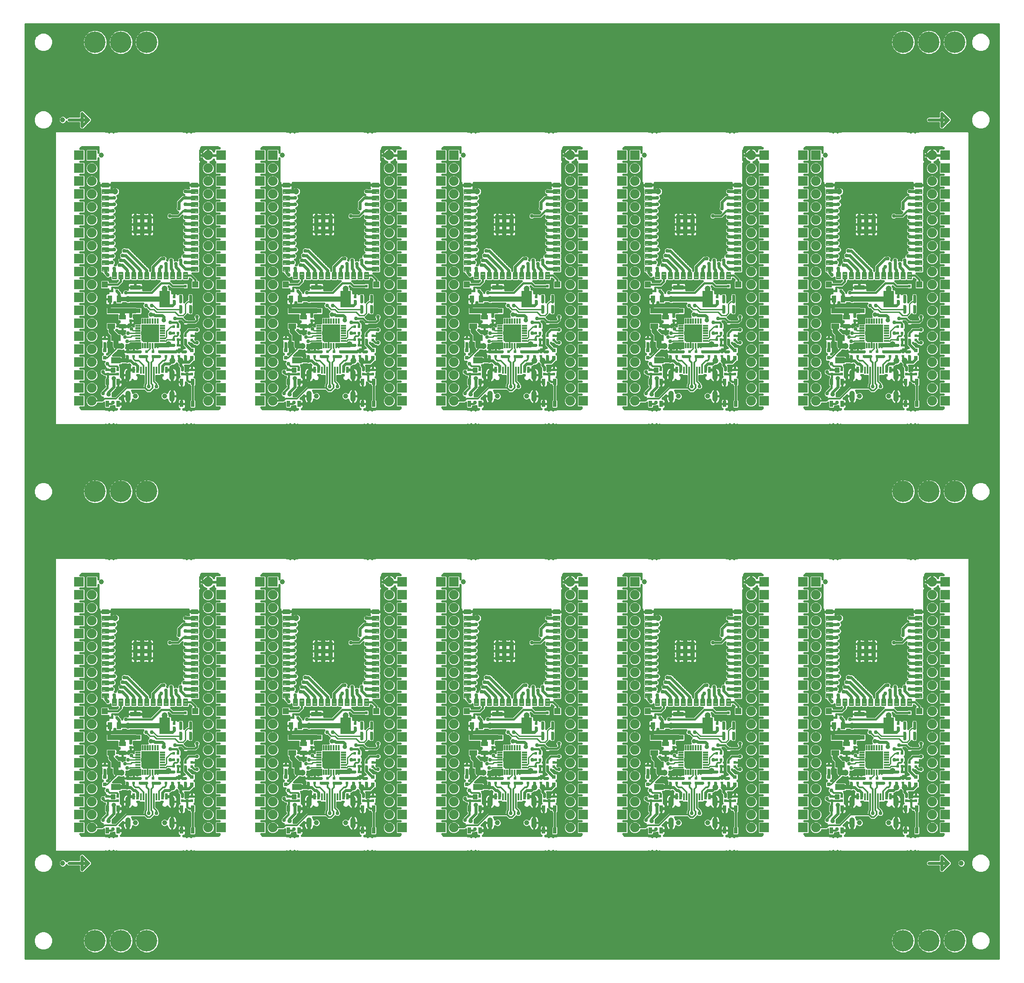
<source format=gtl>
G75*
%MOIN*%
%OFA0B0*%
%FSLAX25Y25*%
%IPPOS*%
%LPD*%
%AMOC8*
5,1,8,0,0,1.08239X$1,22.5*
%
%ADD10C,0.03937*%
%ADD11R,0.07400X0.07400*%
%ADD12C,0.07400*%
%ADD13R,0.02362X0.05118*%
%ADD14R,0.01181X0.05709*%
%ADD15C,0.04134*%
%ADD16R,0.02559X0.04724*%
%ADD17R,0.08465X0.03740*%
%ADD18R,0.08465X0.12795*%
%ADD19R,0.02441X0.02441*%
%ADD20R,0.07480X0.04724*%
%ADD21R,0.05512X0.03543*%
%ADD22R,0.03543X0.05512*%
%ADD23R,0.03150X0.03150*%
%ADD24R,0.01969X0.01575*%
%ADD25R,0.01969X0.02362*%
%ADD26C,0.00780*%
%ADD27R,0.03543X0.03543*%
%ADD28R,0.04724X0.04724*%
%ADD29C,0.00080*%
%ADD30R,0.11024X0.11024*%
%ADD31C,0.00012*%
%ADD32R,0.06299X0.03937*%
%ADD33C,0.02400*%
%ADD34C,0.01600*%
%ADD35C,0.16598*%
%ADD36C,0.02953*%
%ADD37C,0.01200*%
%ADD38C,0.03200*%
%ADD39C,0.01000*%
%ADD40C,0.04724*%
%ADD41C,0.04000*%
%ADD42C,0.03543*%
D10*
X0031800Y0076800D03*
X0088050Y0108050D03*
X0110550Y0108050D03*
X0228050Y0108050D03*
X0250550Y0108050D03*
X0368050Y0108050D03*
X0390550Y0108050D03*
X0508050Y0108050D03*
X0530550Y0108050D03*
X0648050Y0108050D03*
X0670550Y0108050D03*
X0726800Y0076800D03*
X0621644Y0294300D03*
X0481644Y0294300D03*
X0341644Y0294300D03*
X0201644Y0294300D03*
X0061644Y0294300D03*
X0088050Y0438050D03*
X0110550Y0438050D03*
X0228050Y0438050D03*
X0250550Y0438050D03*
X0368050Y0438050D03*
X0390550Y0438050D03*
X0508050Y0438050D03*
X0530550Y0438050D03*
X0648050Y0438050D03*
X0670550Y0438050D03*
X0621644Y0624300D03*
X0481644Y0624300D03*
X0341644Y0624300D03*
X0201644Y0624300D03*
X0061644Y0624300D03*
X0031800Y0651800D03*
D11*
X0044300Y0624300D03*
X0044300Y0614300D03*
X0044300Y0604300D03*
X0044300Y0594300D03*
X0044300Y0584300D03*
X0044300Y0574300D03*
X0044300Y0564300D03*
X0044300Y0554300D03*
X0044300Y0544300D03*
X0044300Y0534300D03*
X0044300Y0524300D03*
X0044300Y0514300D03*
X0044300Y0504300D03*
X0044300Y0494300D03*
X0044300Y0484300D03*
X0044300Y0474300D03*
X0044300Y0464300D03*
X0044300Y0454300D03*
X0044300Y0444300D03*
X0044300Y0434300D03*
X0154300Y0434300D03*
X0154300Y0444300D03*
X0154300Y0454300D03*
X0154300Y0464300D03*
X0154300Y0474300D03*
X0154300Y0484300D03*
X0154300Y0494300D03*
X0154300Y0504300D03*
X0154300Y0514300D03*
X0154300Y0524300D03*
X0154300Y0534300D03*
X0154300Y0544300D03*
X0154300Y0554300D03*
X0154300Y0564300D03*
X0154300Y0574300D03*
X0154300Y0584300D03*
X0154300Y0594300D03*
X0154300Y0604300D03*
X0154300Y0614300D03*
X0154300Y0624300D03*
X0184300Y0624300D03*
X0184300Y0614300D03*
X0194300Y0624300D03*
X0184300Y0604300D03*
X0184300Y0594300D03*
X0184300Y0584300D03*
X0184300Y0574300D03*
X0184300Y0564300D03*
X0184300Y0554300D03*
X0184300Y0544300D03*
X0184300Y0534300D03*
X0184300Y0524300D03*
X0184300Y0514300D03*
X0184300Y0504300D03*
X0184300Y0494300D03*
X0184300Y0484300D03*
X0184300Y0474300D03*
X0184300Y0464300D03*
X0184300Y0454300D03*
X0184300Y0444300D03*
X0184300Y0434300D03*
X0294300Y0434300D03*
X0294300Y0444300D03*
X0294300Y0454300D03*
X0294300Y0464300D03*
X0294300Y0474300D03*
X0294300Y0484300D03*
X0294300Y0494300D03*
X0294300Y0504300D03*
X0294300Y0514300D03*
X0294300Y0524300D03*
X0294300Y0534300D03*
X0294300Y0544300D03*
X0294300Y0554300D03*
X0294300Y0564300D03*
X0294300Y0574300D03*
X0294300Y0584300D03*
X0294300Y0594300D03*
X0294300Y0604300D03*
X0294300Y0614300D03*
X0294300Y0624300D03*
X0324300Y0624300D03*
X0324300Y0614300D03*
X0324300Y0604300D03*
X0324300Y0594300D03*
X0324300Y0584300D03*
X0324300Y0574300D03*
X0324300Y0564300D03*
X0324300Y0554300D03*
X0324300Y0544300D03*
X0324300Y0534300D03*
X0324300Y0524300D03*
X0324300Y0514300D03*
X0324300Y0504300D03*
X0324300Y0494300D03*
X0324300Y0484300D03*
X0324300Y0474300D03*
X0324300Y0464300D03*
X0324300Y0454300D03*
X0324300Y0444300D03*
X0324300Y0434300D03*
X0434300Y0434300D03*
X0434300Y0444300D03*
X0434300Y0454300D03*
X0434300Y0464300D03*
X0434300Y0474300D03*
X0434300Y0484300D03*
X0434300Y0494300D03*
X0434300Y0504300D03*
X0434300Y0514300D03*
X0434300Y0524300D03*
X0434300Y0534300D03*
X0434300Y0544300D03*
X0434300Y0554300D03*
X0434300Y0564300D03*
X0434300Y0574300D03*
X0434300Y0584300D03*
X0434300Y0594300D03*
X0434300Y0604300D03*
X0434300Y0614300D03*
X0434300Y0624300D03*
X0464300Y0624300D03*
X0464300Y0614300D03*
X0474300Y0624300D03*
X0464300Y0604300D03*
X0464300Y0594300D03*
X0464300Y0584300D03*
X0464300Y0574300D03*
X0464300Y0564300D03*
X0464300Y0554300D03*
X0464300Y0544300D03*
X0464300Y0534300D03*
X0464300Y0524300D03*
X0464300Y0514300D03*
X0464300Y0504300D03*
X0464300Y0494300D03*
X0464300Y0484300D03*
X0464300Y0474300D03*
X0464300Y0464300D03*
X0464300Y0454300D03*
X0464300Y0444300D03*
X0464300Y0434300D03*
X0574300Y0434300D03*
X0574300Y0444300D03*
X0574300Y0454300D03*
X0574300Y0464300D03*
X0574300Y0474300D03*
X0574300Y0484300D03*
X0574300Y0494300D03*
X0574300Y0504300D03*
X0574300Y0514300D03*
X0574300Y0524300D03*
X0574300Y0534300D03*
X0574300Y0544300D03*
X0574300Y0554300D03*
X0574300Y0564300D03*
X0574300Y0574300D03*
X0574300Y0584300D03*
X0574300Y0594300D03*
X0574300Y0604300D03*
X0574300Y0614300D03*
X0574300Y0624300D03*
X0604300Y0624300D03*
X0604300Y0614300D03*
X0614300Y0624300D03*
X0604300Y0604300D03*
X0604300Y0594300D03*
X0604300Y0584300D03*
X0604300Y0574300D03*
X0604300Y0564300D03*
X0604300Y0554300D03*
X0604300Y0544300D03*
X0604300Y0534300D03*
X0604300Y0524300D03*
X0604300Y0514300D03*
X0604300Y0504300D03*
X0604300Y0494300D03*
X0604300Y0484300D03*
X0604300Y0474300D03*
X0604300Y0464300D03*
X0604300Y0454300D03*
X0604300Y0444300D03*
X0604300Y0434300D03*
X0714300Y0434300D03*
X0714300Y0444300D03*
X0714300Y0454300D03*
X0714300Y0464300D03*
X0714300Y0474300D03*
X0714300Y0484300D03*
X0714300Y0494300D03*
X0714300Y0504300D03*
X0714300Y0514300D03*
X0714300Y0524300D03*
X0714300Y0534300D03*
X0714300Y0544300D03*
X0714300Y0554300D03*
X0714300Y0564300D03*
X0714300Y0574300D03*
X0714300Y0584300D03*
X0714300Y0594300D03*
X0714300Y0604300D03*
X0714300Y0614300D03*
X0714300Y0624300D03*
X0714300Y0294300D03*
X0714300Y0284300D03*
X0714300Y0274300D03*
X0714300Y0264300D03*
X0714300Y0254300D03*
X0714300Y0244300D03*
X0714300Y0234300D03*
X0714300Y0224300D03*
X0714300Y0214300D03*
X0714300Y0204300D03*
X0714300Y0194300D03*
X0714300Y0184300D03*
X0714300Y0174300D03*
X0714300Y0164300D03*
X0714300Y0154300D03*
X0714300Y0144300D03*
X0714300Y0134300D03*
X0714300Y0124300D03*
X0714300Y0114300D03*
X0714300Y0104300D03*
X0604300Y0104300D03*
X0604300Y0114300D03*
X0604300Y0124300D03*
X0604300Y0134300D03*
X0604300Y0144300D03*
X0604300Y0154300D03*
X0604300Y0164300D03*
X0604300Y0174300D03*
X0604300Y0184300D03*
X0604300Y0194300D03*
X0604300Y0204300D03*
X0604300Y0214300D03*
X0604300Y0224300D03*
X0604300Y0234300D03*
X0604300Y0244300D03*
X0604300Y0254300D03*
X0604300Y0264300D03*
X0604300Y0274300D03*
X0604300Y0284300D03*
X0604300Y0294300D03*
X0614300Y0294300D03*
X0574300Y0294300D03*
X0574300Y0284300D03*
X0574300Y0274300D03*
X0574300Y0264300D03*
X0574300Y0254300D03*
X0574300Y0244300D03*
X0574300Y0234300D03*
X0574300Y0224300D03*
X0574300Y0214300D03*
X0574300Y0204300D03*
X0574300Y0194300D03*
X0574300Y0184300D03*
X0574300Y0174300D03*
X0574300Y0164300D03*
X0574300Y0154300D03*
X0574300Y0144300D03*
X0574300Y0134300D03*
X0574300Y0124300D03*
X0574300Y0114300D03*
X0574300Y0104300D03*
X0464300Y0104300D03*
X0464300Y0114300D03*
X0464300Y0124300D03*
X0464300Y0134300D03*
X0464300Y0144300D03*
X0464300Y0154300D03*
X0464300Y0164300D03*
X0464300Y0174300D03*
X0464300Y0184300D03*
X0464300Y0194300D03*
X0464300Y0204300D03*
X0464300Y0214300D03*
X0464300Y0224300D03*
X0464300Y0234300D03*
X0464300Y0244300D03*
X0464300Y0254300D03*
X0464300Y0264300D03*
X0464300Y0274300D03*
X0464300Y0284300D03*
X0464300Y0294300D03*
X0474300Y0294300D03*
X0434300Y0294300D03*
X0434300Y0284300D03*
X0434300Y0274300D03*
X0434300Y0264300D03*
X0434300Y0254300D03*
X0434300Y0244300D03*
X0434300Y0234300D03*
X0434300Y0224300D03*
X0434300Y0214300D03*
X0434300Y0204300D03*
X0434300Y0194300D03*
X0434300Y0184300D03*
X0434300Y0174300D03*
X0434300Y0164300D03*
X0434300Y0154300D03*
X0434300Y0144300D03*
X0434300Y0134300D03*
X0434300Y0124300D03*
X0434300Y0114300D03*
X0434300Y0104300D03*
X0324300Y0104300D03*
X0324300Y0114300D03*
X0324300Y0124300D03*
X0324300Y0134300D03*
X0324300Y0144300D03*
X0324300Y0154300D03*
X0324300Y0164300D03*
X0324300Y0174300D03*
X0324300Y0184300D03*
X0324300Y0194300D03*
X0324300Y0204300D03*
X0324300Y0214300D03*
X0324300Y0224300D03*
X0324300Y0234300D03*
X0324300Y0244300D03*
X0324300Y0254300D03*
X0324300Y0264300D03*
X0324300Y0274300D03*
X0324300Y0284300D03*
X0324300Y0294300D03*
X0334300Y0294300D03*
X0294300Y0294300D03*
X0294300Y0284300D03*
X0294300Y0274300D03*
X0294300Y0264300D03*
X0294300Y0254300D03*
X0294300Y0244300D03*
X0294300Y0234300D03*
X0294300Y0224300D03*
X0294300Y0214300D03*
X0294300Y0204300D03*
X0294300Y0194300D03*
X0294300Y0184300D03*
X0294300Y0174300D03*
X0294300Y0164300D03*
X0294300Y0154300D03*
X0294300Y0144300D03*
X0294300Y0134300D03*
X0294300Y0124300D03*
X0294300Y0114300D03*
X0294300Y0104300D03*
X0184300Y0104300D03*
X0184300Y0114300D03*
X0184300Y0124300D03*
X0184300Y0134300D03*
X0184300Y0144300D03*
X0184300Y0154300D03*
X0184300Y0164300D03*
X0184300Y0174300D03*
X0184300Y0184300D03*
X0184300Y0194300D03*
X0184300Y0204300D03*
X0184300Y0214300D03*
X0184300Y0224300D03*
X0184300Y0234300D03*
X0184300Y0244300D03*
X0184300Y0254300D03*
X0184300Y0264300D03*
X0184300Y0274300D03*
X0184300Y0284300D03*
X0184300Y0294300D03*
X0194300Y0294300D03*
X0154300Y0294300D03*
X0154300Y0284300D03*
X0154300Y0274300D03*
X0154300Y0264300D03*
X0154300Y0254300D03*
X0154300Y0244300D03*
X0154300Y0234300D03*
X0154300Y0224300D03*
X0154300Y0214300D03*
X0154300Y0204300D03*
X0154300Y0194300D03*
X0154300Y0184300D03*
X0154300Y0174300D03*
X0154300Y0164300D03*
X0154300Y0154300D03*
X0154300Y0144300D03*
X0154300Y0134300D03*
X0154300Y0124300D03*
X0154300Y0114300D03*
X0154300Y0104300D03*
X0044300Y0104300D03*
X0044300Y0114300D03*
X0044300Y0124300D03*
X0044300Y0134300D03*
X0044300Y0144300D03*
X0044300Y0154300D03*
X0044300Y0164300D03*
X0044300Y0174300D03*
X0044300Y0184300D03*
X0044300Y0194300D03*
X0044300Y0204300D03*
X0044300Y0214300D03*
X0044300Y0224300D03*
X0044300Y0234300D03*
X0044300Y0244300D03*
X0044300Y0254300D03*
X0044300Y0264300D03*
X0044300Y0274300D03*
X0044300Y0284300D03*
X0044300Y0294300D03*
X0054300Y0294300D03*
X0054300Y0624300D03*
X0334300Y0624300D03*
D12*
X0334300Y0614300D03*
X0334300Y0604300D03*
X0334300Y0594300D03*
X0334300Y0584300D03*
X0334300Y0574300D03*
X0334300Y0564300D03*
X0334300Y0554300D03*
X0334300Y0544300D03*
X0334300Y0534300D03*
X0334300Y0524300D03*
X0334300Y0514300D03*
X0334300Y0504300D03*
X0334300Y0494300D03*
X0334300Y0484300D03*
X0334300Y0474300D03*
X0334300Y0464300D03*
X0334300Y0454300D03*
X0334300Y0444300D03*
X0334300Y0434300D03*
X0284300Y0434300D03*
X0284300Y0444300D03*
X0284300Y0454300D03*
X0284300Y0464300D03*
X0284300Y0474300D03*
X0284300Y0484300D03*
X0284300Y0494300D03*
X0284300Y0504300D03*
X0284300Y0514300D03*
X0284300Y0524300D03*
X0284300Y0534300D03*
X0284300Y0544300D03*
X0284300Y0554300D03*
X0284300Y0564300D03*
X0284300Y0574300D03*
X0284300Y0584300D03*
X0284300Y0594300D03*
X0284300Y0604300D03*
X0284300Y0614300D03*
X0284300Y0624300D03*
X0194300Y0614300D03*
X0194300Y0604300D03*
X0194300Y0594300D03*
X0194300Y0584300D03*
X0194300Y0574300D03*
X0194300Y0564300D03*
X0194300Y0554300D03*
X0194300Y0544300D03*
X0194300Y0534300D03*
X0194300Y0524300D03*
X0194300Y0514300D03*
X0194300Y0504300D03*
X0194300Y0494300D03*
X0194300Y0484300D03*
X0194300Y0474300D03*
X0194300Y0464300D03*
X0194300Y0454300D03*
X0194300Y0444300D03*
X0194300Y0434300D03*
X0144300Y0434300D03*
X0144300Y0444300D03*
X0144300Y0454300D03*
X0144300Y0464300D03*
X0144300Y0474300D03*
X0144300Y0484300D03*
X0144300Y0494300D03*
X0144300Y0504300D03*
X0144300Y0514300D03*
X0144300Y0524300D03*
X0144300Y0534300D03*
X0144300Y0544300D03*
X0144300Y0554300D03*
X0144300Y0564300D03*
X0144300Y0574300D03*
X0144300Y0584300D03*
X0144300Y0594300D03*
X0144300Y0604300D03*
X0144300Y0614300D03*
X0144300Y0624300D03*
X0054300Y0614300D03*
X0054300Y0604300D03*
X0054300Y0594300D03*
X0054300Y0584300D03*
X0054300Y0574300D03*
X0054300Y0564300D03*
X0054300Y0554300D03*
X0054300Y0544300D03*
X0054300Y0534300D03*
X0054300Y0524300D03*
X0054300Y0514300D03*
X0054300Y0504300D03*
X0054300Y0494300D03*
X0054300Y0484300D03*
X0054300Y0474300D03*
X0054300Y0464300D03*
X0054300Y0454300D03*
X0054300Y0444300D03*
X0054300Y0434300D03*
X0144300Y0294300D03*
X0144300Y0284300D03*
X0144300Y0274300D03*
X0144300Y0264300D03*
X0144300Y0254300D03*
X0144300Y0244300D03*
X0144300Y0234300D03*
X0144300Y0224300D03*
X0144300Y0214300D03*
X0144300Y0204300D03*
X0144300Y0194300D03*
X0144300Y0184300D03*
X0144300Y0174300D03*
X0144300Y0164300D03*
X0144300Y0154300D03*
X0144300Y0144300D03*
X0144300Y0134300D03*
X0144300Y0124300D03*
X0144300Y0114300D03*
X0144300Y0104300D03*
X0194300Y0104300D03*
X0194300Y0114300D03*
X0194300Y0124300D03*
X0194300Y0134300D03*
X0194300Y0144300D03*
X0194300Y0154300D03*
X0194300Y0164300D03*
X0194300Y0174300D03*
X0194300Y0184300D03*
X0194300Y0194300D03*
X0194300Y0204300D03*
X0194300Y0214300D03*
X0194300Y0224300D03*
X0194300Y0234300D03*
X0194300Y0244300D03*
X0194300Y0254300D03*
X0194300Y0264300D03*
X0194300Y0274300D03*
X0194300Y0284300D03*
X0284300Y0284300D03*
X0284300Y0294300D03*
X0284300Y0274300D03*
X0284300Y0264300D03*
X0284300Y0254300D03*
X0284300Y0244300D03*
X0284300Y0234300D03*
X0284300Y0224300D03*
X0284300Y0214300D03*
X0284300Y0204300D03*
X0284300Y0194300D03*
X0284300Y0184300D03*
X0284300Y0174300D03*
X0284300Y0164300D03*
X0284300Y0154300D03*
X0284300Y0144300D03*
X0284300Y0134300D03*
X0284300Y0124300D03*
X0284300Y0114300D03*
X0284300Y0104300D03*
X0334300Y0104300D03*
X0334300Y0114300D03*
X0334300Y0124300D03*
X0334300Y0134300D03*
X0334300Y0144300D03*
X0334300Y0154300D03*
X0334300Y0164300D03*
X0334300Y0174300D03*
X0334300Y0184300D03*
X0334300Y0194300D03*
X0334300Y0204300D03*
X0334300Y0214300D03*
X0334300Y0224300D03*
X0334300Y0234300D03*
X0334300Y0244300D03*
X0334300Y0254300D03*
X0334300Y0264300D03*
X0334300Y0274300D03*
X0334300Y0284300D03*
X0424300Y0284300D03*
X0424300Y0294300D03*
X0424300Y0274300D03*
X0424300Y0264300D03*
X0424300Y0254300D03*
X0424300Y0244300D03*
X0424300Y0234300D03*
X0424300Y0224300D03*
X0424300Y0214300D03*
X0424300Y0204300D03*
X0424300Y0194300D03*
X0424300Y0184300D03*
X0424300Y0174300D03*
X0424300Y0164300D03*
X0424300Y0154300D03*
X0424300Y0144300D03*
X0424300Y0134300D03*
X0424300Y0124300D03*
X0424300Y0114300D03*
X0424300Y0104300D03*
X0474300Y0104300D03*
X0474300Y0114300D03*
X0474300Y0124300D03*
X0474300Y0134300D03*
X0474300Y0144300D03*
X0474300Y0154300D03*
X0474300Y0164300D03*
X0474300Y0174300D03*
X0474300Y0184300D03*
X0474300Y0194300D03*
X0474300Y0204300D03*
X0474300Y0214300D03*
X0474300Y0224300D03*
X0474300Y0234300D03*
X0474300Y0244300D03*
X0474300Y0254300D03*
X0474300Y0264300D03*
X0474300Y0274300D03*
X0474300Y0284300D03*
X0564300Y0284300D03*
X0564300Y0294300D03*
X0564300Y0274300D03*
X0564300Y0264300D03*
X0564300Y0254300D03*
X0564300Y0244300D03*
X0564300Y0234300D03*
X0564300Y0224300D03*
X0564300Y0214300D03*
X0564300Y0204300D03*
X0564300Y0194300D03*
X0564300Y0184300D03*
X0564300Y0174300D03*
X0564300Y0164300D03*
X0564300Y0154300D03*
X0564300Y0144300D03*
X0564300Y0134300D03*
X0564300Y0124300D03*
X0564300Y0114300D03*
X0564300Y0104300D03*
X0614300Y0104300D03*
X0614300Y0114300D03*
X0614300Y0124300D03*
X0614300Y0134300D03*
X0614300Y0144300D03*
X0614300Y0154300D03*
X0614300Y0164300D03*
X0614300Y0174300D03*
X0614300Y0184300D03*
X0614300Y0194300D03*
X0614300Y0204300D03*
X0614300Y0214300D03*
X0614300Y0224300D03*
X0614300Y0234300D03*
X0614300Y0244300D03*
X0614300Y0254300D03*
X0614300Y0264300D03*
X0614300Y0274300D03*
X0614300Y0284300D03*
X0704300Y0284300D03*
X0704300Y0294300D03*
X0704300Y0274300D03*
X0704300Y0264300D03*
X0704300Y0254300D03*
X0704300Y0244300D03*
X0704300Y0234300D03*
X0704300Y0224300D03*
X0704300Y0214300D03*
X0704300Y0204300D03*
X0704300Y0194300D03*
X0704300Y0184300D03*
X0704300Y0174300D03*
X0704300Y0164300D03*
X0704300Y0154300D03*
X0704300Y0144300D03*
X0704300Y0134300D03*
X0704300Y0124300D03*
X0704300Y0114300D03*
X0704300Y0104300D03*
X0704300Y0434300D03*
X0704300Y0444300D03*
X0704300Y0454300D03*
X0704300Y0464300D03*
X0704300Y0474300D03*
X0704300Y0484300D03*
X0704300Y0494300D03*
X0704300Y0504300D03*
X0704300Y0514300D03*
X0704300Y0524300D03*
X0704300Y0534300D03*
X0704300Y0544300D03*
X0704300Y0554300D03*
X0704300Y0564300D03*
X0704300Y0574300D03*
X0704300Y0584300D03*
X0704300Y0594300D03*
X0704300Y0604300D03*
X0704300Y0614300D03*
X0704300Y0624300D03*
X0614300Y0614300D03*
X0614300Y0604300D03*
X0614300Y0594300D03*
X0614300Y0584300D03*
X0614300Y0574300D03*
X0614300Y0564300D03*
X0614300Y0554300D03*
X0614300Y0544300D03*
X0614300Y0534300D03*
X0614300Y0524300D03*
X0614300Y0514300D03*
X0614300Y0504300D03*
X0614300Y0494300D03*
X0614300Y0484300D03*
X0614300Y0474300D03*
X0614300Y0464300D03*
X0614300Y0454300D03*
X0614300Y0444300D03*
X0614300Y0434300D03*
X0564300Y0434300D03*
X0564300Y0444300D03*
X0564300Y0454300D03*
X0564300Y0464300D03*
X0564300Y0474300D03*
X0564300Y0484300D03*
X0564300Y0494300D03*
X0564300Y0504300D03*
X0564300Y0514300D03*
X0564300Y0524300D03*
X0564300Y0534300D03*
X0564300Y0544300D03*
X0564300Y0554300D03*
X0564300Y0564300D03*
X0564300Y0574300D03*
X0564300Y0584300D03*
X0564300Y0594300D03*
X0564300Y0604300D03*
X0564300Y0614300D03*
X0564300Y0624300D03*
X0474300Y0614300D03*
X0474300Y0604300D03*
X0474300Y0594300D03*
X0474300Y0584300D03*
X0474300Y0574300D03*
X0474300Y0564300D03*
X0474300Y0554300D03*
X0474300Y0544300D03*
X0474300Y0534300D03*
X0474300Y0524300D03*
X0474300Y0514300D03*
X0474300Y0504300D03*
X0474300Y0494300D03*
X0474300Y0484300D03*
X0474300Y0474300D03*
X0474300Y0464300D03*
X0474300Y0454300D03*
X0474300Y0444300D03*
X0474300Y0434300D03*
X0424300Y0434300D03*
X0424300Y0444300D03*
X0424300Y0454300D03*
X0424300Y0464300D03*
X0424300Y0474300D03*
X0424300Y0484300D03*
X0424300Y0494300D03*
X0424300Y0504300D03*
X0424300Y0514300D03*
X0424300Y0524300D03*
X0424300Y0534300D03*
X0424300Y0544300D03*
X0424300Y0554300D03*
X0424300Y0564300D03*
X0424300Y0574300D03*
X0424300Y0584300D03*
X0424300Y0594300D03*
X0424300Y0604300D03*
X0424300Y0614300D03*
X0424300Y0624300D03*
X0054300Y0284300D03*
X0054300Y0274300D03*
X0054300Y0264300D03*
X0054300Y0254300D03*
X0054300Y0244300D03*
X0054300Y0234300D03*
X0054300Y0224300D03*
X0054300Y0214300D03*
X0054300Y0204300D03*
X0054300Y0194300D03*
X0054300Y0184300D03*
X0054300Y0174300D03*
X0054300Y0164300D03*
X0054300Y0154300D03*
X0054300Y0144300D03*
X0054300Y0134300D03*
X0054300Y0124300D03*
X0054300Y0114300D03*
X0054300Y0104300D03*
D13*
X0086505Y0128316D03*
X0089654Y0128316D03*
X0108946Y0128316D03*
X0112095Y0128316D03*
X0226505Y0128316D03*
X0229654Y0128316D03*
X0248946Y0128316D03*
X0252095Y0128316D03*
X0366505Y0128316D03*
X0369654Y0128316D03*
X0388946Y0128316D03*
X0392095Y0128316D03*
X0506505Y0128316D03*
X0509654Y0128316D03*
X0528946Y0128316D03*
X0532095Y0128316D03*
X0646505Y0128316D03*
X0649654Y0128316D03*
X0668946Y0128316D03*
X0672095Y0128316D03*
X0672095Y0458316D03*
X0668946Y0458316D03*
X0649654Y0458316D03*
X0646505Y0458316D03*
X0532095Y0458316D03*
X0528946Y0458316D03*
X0509654Y0458316D03*
X0506505Y0458316D03*
X0392095Y0458316D03*
X0388946Y0458316D03*
X0369654Y0458316D03*
X0366505Y0458316D03*
X0252095Y0458316D03*
X0248946Y0458316D03*
X0229654Y0458316D03*
X0226505Y0458316D03*
X0112095Y0458316D03*
X0108946Y0458316D03*
X0089654Y0458316D03*
X0086505Y0458316D03*
D14*
X0092410Y0458020D03*
X0094379Y0458020D03*
X0096347Y0458020D03*
X0098316Y0458020D03*
X0100284Y0458020D03*
X0102253Y0458020D03*
X0104221Y0458020D03*
X0106190Y0458020D03*
X0232410Y0458020D03*
X0234379Y0458020D03*
X0236347Y0458020D03*
X0238316Y0458020D03*
X0240284Y0458020D03*
X0242253Y0458020D03*
X0244221Y0458020D03*
X0246190Y0458020D03*
X0372410Y0458020D03*
X0374379Y0458020D03*
X0376347Y0458020D03*
X0378316Y0458020D03*
X0380284Y0458020D03*
X0382253Y0458020D03*
X0384221Y0458020D03*
X0386190Y0458020D03*
X0512410Y0458020D03*
X0514379Y0458020D03*
X0516347Y0458020D03*
X0518316Y0458020D03*
X0520284Y0458020D03*
X0522253Y0458020D03*
X0524221Y0458020D03*
X0526190Y0458020D03*
X0652410Y0458020D03*
X0654379Y0458020D03*
X0656347Y0458020D03*
X0658316Y0458020D03*
X0660284Y0458020D03*
X0662253Y0458020D03*
X0664221Y0458020D03*
X0666190Y0458020D03*
X0666190Y0128020D03*
X0664221Y0128020D03*
X0662253Y0128020D03*
X0660284Y0128020D03*
X0658316Y0128020D03*
X0656347Y0128020D03*
X0654379Y0128020D03*
X0652410Y0128020D03*
X0526190Y0128020D03*
X0524221Y0128020D03*
X0522253Y0128020D03*
X0520284Y0128020D03*
X0518316Y0128020D03*
X0516347Y0128020D03*
X0514379Y0128020D03*
X0512410Y0128020D03*
X0386190Y0128020D03*
X0384221Y0128020D03*
X0382253Y0128020D03*
X0380284Y0128020D03*
X0378316Y0128020D03*
X0376347Y0128020D03*
X0374379Y0128020D03*
X0372410Y0128020D03*
X0246190Y0128020D03*
X0244221Y0128020D03*
X0242253Y0128020D03*
X0240284Y0128020D03*
X0238316Y0128020D03*
X0236347Y0128020D03*
X0234379Y0128020D03*
X0232410Y0128020D03*
X0106190Y0128020D03*
X0104221Y0128020D03*
X0102253Y0128020D03*
X0100284Y0128020D03*
X0098316Y0128020D03*
X0096347Y0128020D03*
X0094379Y0128020D03*
X0092410Y0128020D03*
D15*
X0082292Y0126485D02*
X0082292Y0122351D01*
X0082292Y0110028D02*
X0082292Y0105894D01*
X0116308Y0105894D02*
X0116308Y0110028D01*
X0116308Y0122351D02*
X0116308Y0126485D01*
X0222292Y0126485D02*
X0222292Y0122351D01*
X0222292Y0110028D02*
X0222292Y0105894D01*
X0256308Y0105894D02*
X0256308Y0110028D01*
X0256308Y0122351D02*
X0256308Y0126485D01*
X0362292Y0126485D02*
X0362292Y0122351D01*
X0362292Y0110028D02*
X0362292Y0105894D01*
X0396308Y0105894D02*
X0396308Y0110028D01*
X0396308Y0122351D02*
X0396308Y0126485D01*
X0502292Y0126485D02*
X0502292Y0122351D01*
X0502292Y0110028D02*
X0502292Y0105894D01*
X0536308Y0105894D02*
X0536308Y0110028D01*
X0536308Y0122351D02*
X0536308Y0126485D01*
X0642292Y0126485D02*
X0642292Y0122351D01*
X0642292Y0110028D02*
X0642292Y0105894D01*
X0676308Y0105894D02*
X0676308Y0110028D01*
X0676308Y0122351D02*
X0676308Y0126485D01*
X0676308Y0435894D02*
X0676308Y0440028D01*
X0676308Y0452351D02*
X0676308Y0456485D01*
X0642292Y0456485D02*
X0642292Y0452351D01*
X0642292Y0440028D02*
X0642292Y0435894D01*
X0536308Y0435894D02*
X0536308Y0440028D01*
X0536308Y0452351D02*
X0536308Y0456485D01*
X0502292Y0456485D02*
X0502292Y0452351D01*
X0502292Y0440028D02*
X0502292Y0435894D01*
X0396308Y0435894D02*
X0396308Y0440028D01*
X0396308Y0452351D02*
X0396308Y0456485D01*
X0362292Y0456485D02*
X0362292Y0452351D01*
X0362292Y0440028D02*
X0362292Y0435894D01*
X0256308Y0435894D02*
X0256308Y0440028D01*
X0256308Y0452351D02*
X0256308Y0456485D01*
X0222292Y0456485D02*
X0222292Y0452351D01*
X0222292Y0440028D02*
X0222292Y0435894D01*
X0116308Y0435894D02*
X0116308Y0440028D01*
X0116308Y0452351D02*
X0116308Y0456485D01*
X0082292Y0456485D02*
X0082292Y0452351D01*
X0082292Y0440028D02*
X0082292Y0435894D01*
D16*
X0074782Y0432085D03*
X0066318Y0432085D03*
X0066318Y0449015D03*
X0074782Y0449015D03*
X0123818Y0449015D03*
X0132282Y0449015D03*
X0132282Y0432085D03*
X0123818Y0432085D03*
X0206318Y0432085D03*
X0214782Y0432085D03*
X0214782Y0449015D03*
X0206318Y0449015D03*
X0263818Y0449015D03*
X0272282Y0449015D03*
X0272282Y0432085D03*
X0263818Y0432085D03*
X0346318Y0432085D03*
X0354782Y0432085D03*
X0354782Y0449015D03*
X0346318Y0449015D03*
X0403818Y0449015D03*
X0412282Y0449015D03*
X0412282Y0432085D03*
X0403818Y0432085D03*
X0486318Y0432085D03*
X0494782Y0432085D03*
X0494782Y0449015D03*
X0486318Y0449015D03*
X0543818Y0449015D03*
X0552282Y0449015D03*
X0552282Y0432085D03*
X0543818Y0432085D03*
X0626318Y0432085D03*
X0634782Y0432085D03*
X0634782Y0449015D03*
X0626318Y0449015D03*
X0683818Y0449015D03*
X0692282Y0449015D03*
X0692282Y0432085D03*
X0683818Y0432085D03*
X0683818Y0119015D03*
X0692282Y0119015D03*
X0692282Y0102085D03*
X0683818Y0102085D03*
X0634782Y0102085D03*
X0626318Y0102085D03*
X0626318Y0119015D03*
X0634782Y0119015D03*
X0552282Y0119015D03*
X0543818Y0119015D03*
X0543818Y0102085D03*
X0552282Y0102085D03*
X0494782Y0102085D03*
X0486318Y0102085D03*
X0486318Y0119015D03*
X0494782Y0119015D03*
X0412282Y0119015D03*
X0403818Y0119015D03*
X0403818Y0102085D03*
X0412282Y0102085D03*
X0354782Y0102085D03*
X0346318Y0102085D03*
X0346318Y0119015D03*
X0354782Y0119015D03*
X0272282Y0119015D03*
X0263818Y0119015D03*
X0263818Y0102085D03*
X0272282Y0102085D03*
X0214782Y0102085D03*
X0206318Y0102085D03*
X0206318Y0119015D03*
X0214782Y0119015D03*
X0132282Y0119015D03*
X0123818Y0119015D03*
X0123818Y0102085D03*
X0132282Y0102085D03*
X0074782Y0102085D03*
X0066318Y0102085D03*
X0066318Y0119015D03*
X0074782Y0119015D03*
D17*
X0087883Y0173995D03*
X0087883Y0183050D03*
X0087883Y0192105D03*
X0227883Y0192105D03*
X0227883Y0183050D03*
X0227883Y0173995D03*
X0367883Y0173995D03*
X0367883Y0183050D03*
X0367883Y0192105D03*
X0507883Y0192105D03*
X0507883Y0183050D03*
X0507883Y0173995D03*
X0647883Y0173995D03*
X0647883Y0183050D03*
X0647883Y0192105D03*
X0647883Y0503995D03*
X0647883Y0513050D03*
X0647883Y0522105D03*
X0507883Y0522105D03*
X0507883Y0513050D03*
X0507883Y0503995D03*
X0367883Y0503995D03*
X0367883Y0513050D03*
X0367883Y0522105D03*
X0227883Y0522105D03*
X0227883Y0513050D03*
X0227883Y0503995D03*
X0087883Y0503995D03*
X0087883Y0513050D03*
X0087883Y0522105D03*
D18*
X0110717Y0513050D03*
X0250717Y0513050D03*
X0390717Y0513050D03*
X0530717Y0513050D03*
X0670717Y0513050D03*
X0670717Y0183050D03*
X0530717Y0183050D03*
X0390717Y0183050D03*
X0250717Y0183050D03*
X0110717Y0183050D03*
D19*
X0118050Y0181278D03*
X0118050Y0184822D03*
X0123050Y0181072D03*
X0123050Y0177528D03*
X0130550Y0177528D03*
X0130550Y0181072D03*
X0121072Y0161800D03*
X0117528Y0161800D03*
X0117528Y0156800D03*
X0121072Y0156800D03*
X0121072Y0151800D03*
X0117528Y0151800D03*
X0117528Y0147425D03*
X0121072Y0147425D03*
X0116800Y0142322D03*
X0116800Y0138778D03*
X0111800Y0138778D03*
X0111800Y0142322D03*
X0106800Y0142322D03*
X0106800Y0138778D03*
X0101800Y0138778D03*
X0101800Y0142322D03*
X0096800Y0142322D03*
X0096800Y0138778D03*
X0091800Y0138778D03*
X0091800Y0142322D03*
X0086800Y0142322D03*
X0086800Y0138778D03*
X0081800Y0138778D03*
X0081800Y0142322D03*
X0074300Y0128572D03*
X0074300Y0125028D03*
X0066800Y0125028D03*
X0066800Y0128572D03*
X0064300Y0148778D03*
X0064300Y0152322D03*
X0084300Y0166278D03*
X0084300Y0169822D03*
X0073572Y0189300D03*
X0070028Y0189300D03*
X0126800Y0154822D03*
X0126800Y0151278D03*
X0131800Y0151278D03*
X0131800Y0154822D03*
X0126800Y0142322D03*
X0126800Y0138778D03*
X0124300Y0128572D03*
X0124300Y0125028D03*
X0131800Y0125028D03*
X0131800Y0128572D03*
X0204300Y0148778D03*
X0204300Y0152322D03*
X0221800Y0142322D03*
X0221800Y0138778D03*
X0226800Y0138778D03*
X0226800Y0142322D03*
X0231800Y0142322D03*
X0231800Y0138778D03*
X0236800Y0138778D03*
X0236800Y0142322D03*
X0241800Y0142322D03*
X0241800Y0138778D03*
X0246800Y0138778D03*
X0246800Y0142322D03*
X0251800Y0142322D03*
X0251800Y0138778D03*
X0256800Y0138778D03*
X0256800Y0142322D03*
X0257528Y0147425D03*
X0261072Y0147425D03*
X0261072Y0151800D03*
X0257528Y0151800D03*
X0257528Y0156800D03*
X0261072Y0156800D03*
X0261072Y0161800D03*
X0257528Y0161800D03*
X0266800Y0154822D03*
X0266800Y0151278D03*
X0271800Y0151278D03*
X0271800Y0154822D03*
X0266800Y0142322D03*
X0266800Y0138778D03*
X0264300Y0128572D03*
X0264300Y0125028D03*
X0271800Y0125028D03*
X0271800Y0128572D03*
X0224300Y0166278D03*
X0224300Y0169822D03*
X0213572Y0189300D03*
X0210028Y0189300D03*
X0258050Y0184822D03*
X0258050Y0181278D03*
X0263050Y0181072D03*
X0263050Y0177528D03*
X0270550Y0177528D03*
X0270550Y0181072D03*
X0214300Y0128572D03*
X0214300Y0125028D03*
X0206800Y0125028D03*
X0206800Y0128572D03*
X0344300Y0148778D03*
X0344300Y0152322D03*
X0361800Y0142322D03*
X0361800Y0138778D03*
X0366800Y0138778D03*
X0366800Y0142322D03*
X0371800Y0142322D03*
X0371800Y0138778D03*
X0376800Y0138778D03*
X0376800Y0142322D03*
X0381800Y0142322D03*
X0381800Y0138778D03*
X0386800Y0138778D03*
X0386800Y0142322D03*
X0391800Y0142322D03*
X0391800Y0138778D03*
X0396800Y0138778D03*
X0396800Y0142322D03*
X0397528Y0147425D03*
X0401072Y0147425D03*
X0401072Y0151800D03*
X0397528Y0151800D03*
X0397528Y0156800D03*
X0401072Y0156800D03*
X0401072Y0161800D03*
X0397528Y0161800D03*
X0406800Y0154822D03*
X0406800Y0151278D03*
X0411800Y0151278D03*
X0411800Y0154822D03*
X0406800Y0142322D03*
X0406800Y0138778D03*
X0404300Y0128572D03*
X0404300Y0125028D03*
X0411800Y0125028D03*
X0411800Y0128572D03*
X0410550Y0177528D03*
X0410550Y0181072D03*
X0403050Y0181072D03*
X0403050Y0177528D03*
X0398050Y0181278D03*
X0398050Y0184822D03*
X0364300Y0169822D03*
X0364300Y0166278D03*
X0353572Y0189300D03*
X0350028Y0189300D03*
X0346800Y0128572D03*
X0346800Y0125028D03*
X0354300Y0125028D03*
X0354300Y0128572D03*
X0484300Y0148778D03*
X0484300Y0152322D03*
X0501800Y0142322D03*
X0501800Y0138778D03*
X0506800Y0138778D03*
X0506800Y0142322D03*
X0511800Y0142322D03*
X0511800Y0138778D03*
X0516800Y0138778D03*
X0516800Y0142322D03*
X0521800Y0142322D03*
X0521800Y0138778D03*
X0526800Y0138778D03*
X0526800Y0142322D03*
X0531800Y0142322D03*
X0531800Y0138778D03*
X0536800Y0138778D03*
X0536800Y0142322D03*
X0537528Y0147425D03*
X0541072Y0147425D03*
X0541072Y0151800D03*
X0537528Y0151800D03*
X0537528Y0156800D03*
X0541072Y0156800D03*
X0541072Y0161800D03*
X0537528Y0161800D03*
X0546800Y0154822D03*
X0546800Y0151278D03*
X0551800Y0151278D03*
X0551800Y0154822D03*
X0546800Y0142322D03*
X0546800Y0138778D03*
X0544300Y0128572D03*
X0544300Y0125028D03*
X0551800Y0125028D03*
X0551800Y0128572D03*
X0504300Y0166278D03*
X0504300Y0169822D03*
X0493572Y0189300D03*
X0490028Y0189300D03*
X0538050Y0184822D03*
X0538050Y0181278D03*
X0543050Y0181072D03*
X0543050Y0177528D03*
X0550550Y0177528D03*
X0550550Y0181072D03*
X0494300Y0128572D03*
X0494300Y0125028D03*
X0486800Y0125028D03*
X0486800Y0128572D03*
X0624300Y0148778D03*
X0624300Y0152322D03*
X0641800Y0142322D03*
X0641800Y0138778D03*
X0646800Y0138778D03*
X0646800Y0142322D03*
X0651800Y0142322D03*
X0651800Y0138778D03*
X0656800Y0138778D03*
X0656800Y0142322D03*
X0661800Y0142322D03*
X0661800Y0138778D03*
X0666800Y0138778D03*
X0666800Y0142322D03*
X0671800Y0142322D03*
X0671800Y0138778D03*
X0676800Y0138778D03*
X0676800Y0142322D03*
X0677528Y0147425D03*
X0681072Y0147425D03*
X0681072Y0151800D03*
X0677528Y0151800D03*
X0677528Y0156800D03*
X0681072Y0156800D03*
X0681072Y0161800D03*
X0677528Y0161800D03*
X0686800Y0154822D03*
X0686800Y0151278D03*
X0691800Y0151278D03*
X0691800Y0154822D03*
X0686800Y0142322D03*
X0686800Y0138778D03*
X0684300Y0128572D03*
X0684300Y0125028D03*
X0691800Y0125028D03*
X0691800Y0128572D03*
X0690550Y0177528D03*
X0690550Y0181072D03*
X0683050Y0181072D03*
X0683050Y0177528D03*
X0678050Y0181278D03*
X0678050Y0184822D03*
X0644300Y0169822D03*
X0644300Y0166278D03*
X0633572Y0189300D03*
X0630028Y0189300D03*
X0626800Y0128572D03*
X0626800Y0125028D03*
X0634300Y0125028D03*
X0634300Y0128572D03*
X0634300Y0455028D03*
X0634300Y0458572D03*
X0626800Y0458572D03*
X0626800Y0455028D03*
X0641800Y0468778D03*
X0641800Y0472322D03*
X0646800Y0472322D03*
X0646800Y0468778D03*
X0651800Y0468778D03*
X0651800Y0472322D03*
X0656800Y0472322D03*
X0656800Y0468778D03*
X0661800Y0468778D03*
X0661800Y0472322D03*
X0666800Y0472322D03*
X0666800Y0468778D03*
X0671800Y0468778D03*
X0671800Y0472322D03*
X0676800Y0472322D03*
X0676800Y0468778D03*
X0677528Y0477425D03*
X0681072Y0477425D03*
X0681072Y0481800D03*
X0677528Y0481800D03*
X0677528Y0486800D03*
X0681072Y0486800D03*
X0681072Y0491800D03*
X0677528Y0491800D03*
X0686800Y0484822D03*
X0686800Y0481278D03*
X0691800Y0481278D03*
X0691800Y0484822D03*
X0686800Y0472322D03*
X0686800Y0468778D03*
X0684300Y0458572D03*
X0684300Y0455028D03*
X0691800Y0455028D03*
X0691800Y0458572D03*
X0690550Y0507528D03*
X0690550Y0511072D03*
X0683050Y0511072D03*
X0683050Y0507528D03*
X0678050Y0511278D03*
X0678050Y0514822D03*
X0644300Y0499822D03*
X0644300Y0496278D03*
X0624300Y0482322D03*
X0624300Y0478778D03*
X0630028Y0519300D03*
X0633572Y0519300D03*
X0550550Y0511072D03*
X0550550Y0507528D03*
X0543050Y0507528D03*
X0543050Y0511072D03*
X0538050Y0511278D03*
X0538050Y0514822D03*
X0537528Y0491800D03*
X0541072Y0491800D03*
X0541072Y0486800D03*
X0537528Y0486800D03*
X0537528Y0481800D03*
X0541072Y0481800D03*
X0541072Y0477425D03*
X0537528Y0477425D03*
X0536800Y0472322D03*
X0536800Y0468778D03*
X0531800Y0468778D03*
X0531800Y0472322D03*
X0526800Y0472322D03*
X0526800Y0468778D03*
X0521800Y0468778D03*
X0521800Y0472322D03*
X0516800Y0472322D03*
X0516800Y0468778D03*
X0511800Y0468778D03*
X0511800Y0472322D03*
X0506800Y0472322D03*
X0506800Y0468778D03*
X0501800Y0468778D03*
X0501800Y0472322D03*
X0494300Y0458572D03*
X0494300Y0455028D03*
X0486800Y0455028D03*
X0486800Y0458572D03*
X0484300Y0478778D03*
X0484300Y0482322D03*
X0504300Y0496278D03*
X0504300Y0499822D03*
X0493572Y0519300D03*
X0490028Y0519300D03*
X0546800Y0484822D03*
X0546800Y0481278D03*
X0551800Y0481278D03*
X0551800Y0484822D03*
X0546800Y0472322D03*
X0546800Y0468778D03*
X0544300Y0458572D03*
X0544300Y0455028D03*
X0551800Y0455028D03*
X0551800Y0458572D03*
X0411800Y0458572D03*
X0411800Y0455028D03*
X0404300Y0455028D03*
X0404300Y0458572D03*
X0406800Y0468778D03*
X0406800Y0472322D03*
X0401072Y0477425D03*
X0397528Y0477425D03*
X0397528Y0481800D03*
X0401072Y0481800D03*
X0401072Y0486800D03*
X0397528Y0486800D03*
X0397528Y0491800D03*
X0401072Y0491800D03*
X0406800Y0484822D03*
X0406800Y0481278D03*
X0411800Y0481278D03*
X0411800Y0484822D03*
X0396800Y0472322D03*
X0396800Y0468778D03*
X0391800Y0468778D03*
X0391800Y0472322D03*
X0386800Y0472322D03*
X0386800Y0468778D03*
X0381800Y0468778D03*
X0381800Y0472322D03*
X0376800Y0472322D03*
X0376800Y0468778D03*
X0371800Y0468778D03*
X0371800Y0472322D03*
X0366800Y0472322D03*
X0366800Y0468778D03*
X0361800Y0468778D03*
X0361800Y0472322D03*
X0354300Y0458572D03*
X0354300Y0455028D03*
X0346800Y0455028D03*
X0346800Y0458572D03*
X0344300Y0478778D03*
X0344300Y0482322D03*
X0364300Y0496278D03*
X0364300Y0499822D03*
X0353572Y0519300D03*
X0350028Y0519300D03*
X0398050Y0514822D03*
X0398050Y0511278D03*
X0403050Y0511072D03*
X0403050Y0507528D03*
X0410550Y0507528D03*
X0410550Y0511072D03*
X0270550Y0511072D03*
X0270550Y0507528D03*
X0263050Y0507528D03*
X0263050Y0511072D03*
X0258050Y0511278D03*
X0258050Y0514822D03*
X0257528Y0491800D03*
X0261072Y0491800D03*
X0261072Y0486800D03*
X0257528Y0486800D03*
X0257528Y0481800D03*
X0261072Y0481800D03*
X0261072Y0477425D03*
X0257528Y0477425D03*
X0256800Y0472322D03*
X0256800Y0468778D03*
X0251800Y0468778D03*
X0251800Y0472322D03*
X0246800Y0472322D03*
X0246800Y0468778D03*
X0241800Y0468778D03*
X0241800Y0472322D03*
X0236800Y0472322D03*
X0236800Y0468778D03*
X0231800Y0468778D03*
X0231800Y0472322D03*
X0226800Y0472322D03*
X0226800Y0468778D03*
X0221800Y0468778D03*
X0221800Y0472322D03*
X0214300Y0458572D03*
X0214300Y0455028D03*
X0206800Y0455028D03*
X0206800Y0458572D03*
X0204300Y0478778D03*
X0204300Y0482322D03*
X0224300Y0496278D03*
X0224300Y0499822D03*
X0213572Y0519300D03*
X0210028Y0519300D03*
X0266800Y0484822D03*
X0266800Y0481278D03*
X0271800Y0481278D03*
X0271800Y0484822D03*
X0266800Y0472322D03*
X0266800Y0468778D03*
X0264300Y0458572D03*
X0264300Y0455028D03*
X0271800Y0455028D03*
X0271800Y0458572D03*
X0131800Y0458572D03*
X0131800Y0455028D03*
X0124300Y0455028D03*
X0124300Y0458572D03*
X0126800Y0468778D03*
X0126800Y0472322D03*
X0121072Y0477425D03*
X0117528Y0477425D03*
X0117528Y0481800D03*
X0121072Y0481800D03*
X0121072Y0486800D03*
X0117528Y0486800D03*
X0117528Y0491800D03*
X0121072Y0491800D03*
X0126800Y0484822D03*
X0126800Y0481278D03*
X0131800Y0481278D03*
X0131800Y0484822D03*
X0116800Y0472322D03*
X0116800Y0468778D03*
X0111800Y0468778D03*
X0111800Y0472322D03*
X0106800Y0472322D03*
X0106800Y0468778D03*
X0101800Y0468778D03*
X0101800Y0472322D03*
X0096800Y0472322D03*
X0096800Y0468778D03*
X0091800Y0468778D03*
X0091800Y0472322D03*
X0086800Y0472322D03*
X0086800Y0468778D03*
X0081800Y0468778D03*
X0081800Y0472322D03*
X0074300Y0458572D03*
X0074300Y0455028D03*
X0066800Y0455028D03*
X0066800Y0458572D03*
X0064300Y0478778D03*
X0064300Y0482322D03*
X0084300Y0496278D03*
X0084300Y0499822D03*
X0073572Y0519300D03*
X0070028Y0519300D03*
X0118050Y0514822D03*
X0118050Y0511278D03*
X0123050Y0511072D03*
X0123050Y0507528D03*
X0130550Y0507528D03*
X0130550Y0511072D03*
D20*
X0073050Y0482961D03*
X0073050Y0465639D03*
X0213050Y0465639D03*
X0213050Y0482961D03*
X0353050Y0482961D03*
X0353050Y0465639D03*
X0493050Y0465639D03*
X0493050Y0482961D03*
X0633050Y0482961D03*
X0633050Y0465639D03*
X0633050Y0152961D03*
X0633050Y0135639D03*
X0493050Y0135639D03*
X0493050Y0152961D03*
X0353050Y0152961D03*
X0353050Y0135639D03*
X0213050Y0135639D03*
X0213050Y0152961D03*
X0073050Y0152961D03*
X0073050Y0135639D03*
D21*
X0078050Y0162007D03*
X0078050Y0169093D03*
X0218050Y0169093D03*
X0218050Y0162007D03*
X0358050Y0162007D03*
X0358050Y0169093D03*
X0498050Y0169093D03*
X0498050Y0162007D03*
X0638050Y0162007D03*
X0638050Y0169093D03*
X0638050Y0492007D03*
X0638050Y0499093D03*
X0498050Y0499093D03*
X0498050Y0492007D03*
X0358050Y0492007D03*
X0358050Y0499093D03*
X0218050Y0499093D03*
X0218050Y0492007D03*
X0078050Y0492007D03*
X0078050Y0499093D03*
D22*
X0075343Y0513050D03*
X0068257Y0513050D03*
X0208257Y0513050D03*
X0215343Y0513050D03*
X0348257Y0513050D03*
X0355343Y0513050D03*
X0488257Y0513050D03*
X0495343Y0513050D03*
X0628257Y0513050D03*
X0635343Y0513050D03*
X0635343Y0183050D03*
X0628257Y0183050D03*
X0495343Y0183050D03*
X0488257Y0183050D03*
X0355343Y0183050D03*
X0348257Y0183050D03*
X0215343Y0183050D03*
X0208257Y0183050D03*
X0075343Y0183050D03*
X0068257Y0183050D03*
D23*
X0064300Y0143503D03*
X0064300Y0137597D03*
X0131800Y0137597D03*
X0131800Y0143503D03*
X0204300Y0143503D03*
X0204300Y0137597D03*
X0271800Y0137597D03*
X0271800Y0143503D03*
X0344300Y0143503D03*
X0344300Y0137597D03*
X0411800Y0137597D03*
X0411800Y0143503D03*
X0484300Y0143503D03*
X0484300Y0137597D03*
X0551800Y0137597D03*
X0551800Y0143503D03*
X0624300Y0143503D03*
X0624300Y0137597D03*
X0691800Y0137597D03*
X0691800Y0143503D03*
X0691800Y0467597D03*
X0691800Y0473503D03*
X0624300Y0473503D03*
X0624300Y0467597D03*
X0551800Y0467597D03*
X0551800Y0473503D03*
X0484300Y0473503D03*
X0484300Y0467597D03*
X0411800Y0467597D03*
X0411800Y0473503D03*
X0344300Y0473503D03*
X0344300Y0467597D03*
X0271800Y0467597D03*
X0271800Y0473503D03*
X0204300Y0473503D03*
X0204300Y0467597D03*
X0131800Y0467597D03*
X0131800Y0473503D03*
X0064300Y0473503D03*
X0064300Y0467597D03*
D24*
X0121800Y0468975D03*
X0121800Y0472125D03*
X0261800Y0472125D03*
X0261800Y0468975D03*
X0401800Y0468975D03*
X0401800Y0472125D03*
X0541800Y0472125D03*
X0541800Y0468975D03*
X0681800Y0468975D03*
X0681800Y0472125D03*
X0681800Y0142125D03*
X0681800Y0138975D03*
X0541800Y0138975D03*
X0541800Y0142125D03*
X0401800Y0142125D03*
X0401800Y0138975D03*
X0261800Y0138975D03*
X0261800Y0142125D03*
X0121800Y0142125D03*
X0121800Y0138975D03*
D25*
X0126800Y0165363D03*
X0123060Y0173237D03*
X0130540Y0173237D03*
X0130540Y0185363D03*
X0123060Y0185363D03*
X0126800Y0193237D03*
X0263060Y0185363D03*
X0270540Y0185363D03*
X0266800Y0193237D03*
X0263060Y0173237D03*
X0270540Y0173237D03*
X0266800Y0165363D03*
X0403060Y0173237D03*
X0410540Y0173237D03*
X0406800Y0165363D03*
X0403060Y0185363D03*
X0410540Y0185363D03*
X0406800Y0193237D03*
X0543060Y0185363D03*
X0550540Y0185363D03*
X0546800Y0193237D03*
X0543060Y0173237D03*
X0550540Y0173237D03*
X0546800Y0165363D03*
X0683060Y0173237D03*
X0690540Y0173237D03*
X0686800Y0165363D03*
X0683060Y0185363D03*
X0690540Y0185363D03*
X0686800Y0193237D03*
X0686800Y0495363D03*
X0683060Y0503237D03*
X0690540Y0503237D03*
X0690540Y0515363D03*
X0683060Y0515363D03*
X0686800Y0523237D03*
X0550540Y0515363D03*
X0543060Y0515363D03*
X0546800Y0523237D03*
X0543060Y0503237D03*
X0550540Y0503237D03*
X0546800Y0495363D03*
X0410540Y0503237D03*
X0403060Y0503237D03*
X0403060Y0515363D03*
X0410540Y0515363D03*
X0406800Y0523237D03*
X0406800Y0495363D03*
X0270540Y0503237D03*
X0263060Y0503237D03*
X0263060Y0515363D03*
X0270540Y0515363D03*
X0266800Y0523237D03*
X0266800Y0495363D03*
X0130540Y0503237D03*
X0123060Y0503237D03*
X0123060Y0515363D03*
X0130540Y0515363D03*
X0126800Y0523237D03*
X0126800Y0495363D03*
D26*
X0128181Y0528774D02*
X0128181Y0533900D01*
X0128181Y0528774D02*
X0125419Y0528774D01*
X0125419Y0533900D01*
X0128181Y0533900D01*
X0128181Y0529553D02*
X0125419Y0529553D01*
X0125419Y0530332D02*
X0128181Y0530332D01*
X0128181Y0531111D02*
X0125419Y0531111D01*
X0125419Y0531890D02*
X0128181Y0531890D01*
X0128181Y0532669D02*
X0125419Y0532669D01*
X0125419Y0533448D02*
X0128181Y0533448D01*
X0131186Y0537640D02*
X0136312Y0537640D01*
X0136312Y0534878D01*
X0131186Y0534878D01*
X0131186Y0537640D01*
X0131186Y0535657D02*
X0136312Y0535657D01*
X0136312Y0536436D02*
X0131186Y0536436D01*
X0131186Y0537215D02*
X0136312Y0537215D01*
X0136312Y0542640D02*
X0131186Y0542640D01*
X0136312Y0542640D02*
X0136312Y0539878D01*
X0131186Y0539878D01*
X0131186Y0542640D01*
X0131186Y0540657D02*
X0136312Y0540657D01*
X0136312Y0541436D02*
X0131186Y0541436D01*
X0131186Y0542215D02*
X0136312Y0542215D01*
X0136312Y0547640D02*
X0131186Y0547640D01*
X0136312Y0547640D02*
X0136312Y0544878D01*
X0131186Y0544878D01*
X0131186Y0547640D01*
X0131186Y0545657D02*
X0136312Y0545657D01*
X0136312Y0546436D02*
X0131186Y0546436D01*
X0131186Y0547215D02*
X0136312Y0547215D01*
X0136312Y0552640D02*
X0131186Y0552640D01*
X0136312Y0552640D02*
X0136312Y0549878D01*
X0131186Y0549878D01*
X0131186Y0552640D01*
X0131186Y0550657D02*
X0136312Y0550657D01*
X0136312Y0551436D02*
X0131186Y0551436D01*
X0131186Y0552215D02*
X0136312Y0552215D01*
X0136312Y0557640D02*
X0131186Y0557640D01*
X0136312Y0557640D02*
X0136312Y0554878D01*
X0131186Y0554878D01*
X0131186Y0557640D01*
X0131186Y0555657D02*
X0136312Y0555657D01*
X0136312Y0556436D02*
X0131186Y0556436D01*
X0131186Y0557215D02*
X0136312Y0557215D01*
X0136312Y0562640D02*
X0131186Y0562640D01*
X0136312Y0562640D02*
X0136312Y0559878D01*
X0131186Y0559878D01*
X0131186Y0562640D01*
X0131186Y0560657D02*
X0136312Y0560657D01*
X0136312Y0561436D02*
X0131186Y0561436D01*
X0131186Y0562215D02*
X0136312Y0562215D01*
X0136312Y0567640D02*
X0131186Y0567640D01*
X0136312Y0567640D02*
X0136312Y0564878D01*
X0131186Y0564878D01*
X0131186Y0567640D01*
X0131186Y0565657D02*
X0136312Y0565657D01*
X0136312Y0566436D02*
X0131186Y0566436D01*
X0131186Y0567215D02*
X0136312Y0567215D01*
X0136312Y0572640D02*
X0131186Y0572640D01*
X0136312Y0572640D02*
X0136312Y0569878D01*
X0131186Y0569878D01*
X0131186Y0572640D01*
X0131186Y0570657D02*
X0136312Y0570657D01*
X0136312Y0571436D02*
X0131186Y0571436D01*
X0131186Y0572215D02*
X0136312Y0572215D01*
X0136312Y0577640D02*
X0131186Y0577640D01*
X0136312Y0577640D02*
X0136312Y0574878D01*
X0131186Y0574878D01*
X0131186Y0577640D01*
X0131186Y0575657D02*
X0136312Y0575657D01*
X0136312Y0576436D02*
X0131186Y0576436D01*
X0131186Y0577215D02*
X0136312Y0577215D01*
X0136312Y0582640D02*
X0131186Y0582640D01*
X0136312Y0582640D02*
X0136312Y0579878D01*
X0131186Y0579878D01*
X0131186Y0582640D01*
X0131186Y0580657D02*
X0136312Y0580657D01*
X0136312Y0581436D02*
X0131186Y0581436D01*
X0131186Y0582215D02*
X0136312Y0582215D01*
X0136312Y0587640D02*
X0131186Y0587640D01*
X0136312Y0587640D02*
X0136312Y0584878D01*
X0131186Y0584878D01*
X0131186Y0587640D01*
X0131186Y0585657D02*
X0136312Y0585657D01*
X0136312Y0586436D02*
X0131186Y0586436D01*
X0131186Y0587215D02*
X0136312Y0587215D01*
X0136312Y0592640D02*
X0131186Y0592640D01*
X0136312Y0592640D02*
X0136312Y0589878D01*
X0131186Y0589878D01*
X0131186Y0592640D01*
X0131186Y0590657D02*
X0136312Y0590657D01*
X0136312Y0591436D02*
X0131186Y0591436D01*
X0131186Y0592215D02*
X0136312Y0592215D01*
X0136312Y0597640D02*
X0131186Y0597640D01*
X0136312Y0597640D02*
X0136312Y0594878D01*
X0131186Y0594878D01*
X0131186Y0597640D01*
X0131186Y0595657D02*
X0136312Y0595657D01*
X0136312Y0596436D02*
X0131186Y0596436D01*
X0131186Y0597215D02*
X0136312Y0597215D01*
X0136312Y0602640D02*
X0131186Y0602640D01*
X0136312Y0602640D02*
X0136312Y0599878D01*
X0131186Y0599878D01*
X0131186Y0602640D01*
X0131186Y0600657D02*
X0136312Y0600657D01*
X0136312Y0601436D02*
X0131186Y0601436D01*
X0131186Y0602215D02*
X0136312Y0602215D01*
X0202288Y0599878D02*
X0207414Y0599878D01*
X0202288Y0599878D02*
X0202288Y0602640D01*
X0207414Y0602640D01*
X0207414Y0599878D01*
X0207414Y0600657D02*
X0202288Y0600657D01*
X0202288Y0601436D02*
X0207414Y0601436D01*
X0207414Y0602215D02*
X0202288Y0602215D01*
X0202288Y0594878D02*
X0207414Y0594878D01*
X0202288Y0594878D02*
X0202288Y0597640D01*
X0207414Y0597640D01*
X0207414Y0594878D01*
X0207414Y0595657D02*
X0202288Y0595657D01*
X0202288Y0596436D02*
X0207414Y0596436D01*
X0207414Y0597215D02*
X0202288Y0597215D01*
X0202288Y0589878D02*
X0207414Y0589878D01*
X0202288Y0589878D02*
X0202288Y0592640D01*
X0207414Y0592640D01*
X0207414Y0589878D01*
X0207414Y0590657D02*
X0202288Y0590657D01*
X0202288Y0591436D02*
X0207414Y0591436D01*
X0207414Y0592215D02*
X0202288Y0592215D01*
X0202288Y0584878D02*
X0207414Y0584878D01*
X0202288Y0584878D02*
X0202288Y0587640D01*
X0207414Y0587640D01*
X0207414Y0584878D01*
X0207414Y0585657D02*
X0202288Y0585657D01*
X0202288Y0586436D02*
X0207414Y0586436D01*
X0207414Y0587215D02*
X0202288Y0587215D01*
X0202288Y0579878D02*
X0207414Y0579878D01*
X0202288Y0579878D02*
X0202288Y0582640D01*
X0207414Y0582640D01*
X0207414Y0579878D01*
X0207414Y0580657D02*
X0202288Y0580657D01*
X0202288Y0581436D02*
X0207414Y0581436D01*
X0207414Y0582215D02*
X0202288Y0582215D01*
X0202288Y0574878D02*
X0207414Y0574878D01*
X0202288Y0574878D02*
X0202288Y0577640D01*
X0207414Y0577640D01*
X0207414Y0574878D01*
X0207414Y0575657D02*
X0202288Y0575657D01*
X0202288Y0576436D02*
X0207414Y0576436D01*
X0207414Y0577215D02*
X0202288Y0577215D01*
X0202288Y0569878D02*
X0207414Y0569878D01*
X0202288Y0569878D02*
X0202288Y0572640D01*
X0207414Y0572640D01*
X0207414Y0569878D01*
X0207414Y0570657D02*
X0202288Y0570657D01*
X0202288Y0571436D02*
X0207414Y0571436D01*
X0207414Y0572215D02*
X0202288Y0572215D01*
X0202288Y0564878D02*
X0207414Y0564878D01*
X0202288Y0564878D02*
X0202288Y0567640D01*
X0207414Y0567640D01*
X0207414Y0564878D01*
X0207414Y0565657D02*
X0202288Y0565657D01*
X0202288Y0566436D02*
X0207414Y0566436D01*
X0207414Y0567215D02*
X0202288Y0567215D01*
X0202288Y0559878D02*
X0207414Y0559878D01*
X0202288Y0559878D02*
X0202288Y0562640D01*
X0207414Y0562640D01*
X0207414Y0559878D01*
X0207414Y0560657D02*
X0202288Y0560657D01*
X0202288Y0561436D02*
X0207414Y0561436D01*
X0207414Y0562215D02*
X0202288Y0562215D01*
X0202288Y0554878D02*
X0207414Y0554878D01*
X0202288Y0554878D02*
X0202288Y0557640D01*
X0207414Y0557640D01*
X0207414Y0554878D01*
X0207414Y0555657D02*
X0202288Y0555657D01*
X0202288Y0556436D02*
X0207414Y0556436D01*
X0207414Y0557215D02*
X0202288Y0557215D01*
X0202288Y0549878D02*
X0207414Y0549878D01*
X0202288Y0549878D02*
X0202288Y0552640D01*
X0207414Y0552640D01*
X0207414Y0549878D01*
X0207414Y0550657D02*
X0202288Y0550657D01*
X0202288Y0551436D02*
X0207414Y0551436D01*
X0207414Y0552215D02*
X0202288Y0552215D01*
X0202288Y0544878D02*
X0207414Y0544878D01*
X0202288Y0544878D02*
X0202288Y0547640D01*
X0207414Y0547640D01*
X0207414Y0544878D01*
X0207414Y0545657D02*
X0202288Y0545657D01*
X0202288Y0546436D02*
X0207414Y0546436D01*
X0207414Y0547215D02*
X0202288Y0547215D01*
X0202288Y0539878D02*
X0207414Y0539878D01*
X0202288Y0539878D02*
X0202288Y0542640D01*
X0207414Y0542640D01*
X0207414Y0539878D01*
X0207414Y0540657D02*
X0202288Y0540657D01*
X0202288Y0541436D02*
X0207414Y0541436D01*
X0207414Y0542215D02*
X0202288Y0542215D01*
X0202288Y0534878D02*
X0207414Y0534878D01*
X0202288Y0534878D02*
X0202288Y0537640D01*
X0207414Y0537640D01*
X0207414Y0534878D01*
X0207414Y0535657D02*
X0202288Y0535657D01*
X0202288Y0536436D02*
X0207414Y0536436D01*
X0207414Y0537215D02*
X0202288Y0537215D01*
X0213181Y0533900D02*
X0213181Y0528774D01*
X0210419Y0528774D01*
X0210419Y0533900D01*
X0213181Y0533900D01*
X0213181Y0529553D02*
X0210419Y0529553D01*
X0210419Y0530332D02*
X0213181Y0530332D01*
X0213181Y0531111D02*
X0210419Y0531111D01*
X0210419Y0531890D02*
X0213181Y0531890D01*
X0213181Y0532669D02*
X0210419Y0532669D01*
X0210419Y0533448D02*
X0213181Y0533448D01*
X0218181Y0533900D02*
X0218181Y0528774D01*
X0215419Y0528774D01*
X0215419Y0533900D01*
X0218181Y0533900D01*
X0218181Y0529553D02*
X0215419Y0529553D01*
X0215419Y0530332D02*
X0218181Y0530332D01*
X0218181Y0531111D02*
X0215419Y0531111D01*
X0215419Y0531890D02*
X0218181Y0531890D01*
X0218181Y0532669D02*
X0215419Y0532669D01*
X0215419Y0533448D02*
X0218181Y0533448D01*
X0223181Y0533900D02*
X0223181Y0528774D01*
X0220419Y0528774D01*
X0220419Y0533900D01*
X0223181Y0533900D01*
X0223181Y0529553D02*
X0220419Y0529553D01*
X0220419Y0530332D02*
X0223181Y0530332D01*
X0223181Y0531111D02*
X0220419Y0531111D01*
X0220419Y0531890D02*
X0223181Y0531890D01*
X0223181Y0532669D02*
X0220419Y0532669D01*
X0220419Y0533448D02*
X0223181Y0533448D01*
X0228181Y0533900D02*
X0228181Y0528774D01*
X0225419Y0528774D01*
X0225419Y0533900D01*
X0228181Y0533900D01*
X0228181Y0529553D02*
X0225419Y0529553D01*
X0225419Y0530332D02*
X0228181Y0530332D01*
X0228181Y0531111D02*
X0225419Y0531111D01*
X0225419Y0531890D02*
X0228181Y0531890D01*
X0228181Y0532669D02*
X0225419Y0532669D01*
X0225419Y0533448D02*
X0228181Y0533448D01*
X0233181Y0533900D02*
X0233181Y0528774D01*
X0230419Y0528774D01*
X0230419Y0533900D01*
X0233181Y0533900D01*
X0233181Y0529553D02*
X0230419Y0529553D01*
X0230419Y0530332D02*
X0233181Y0530332D01*
X0233181Y0531111D02*
X0230419Y0531111D01*
X0230419Y0531890D02*
X0233181Y0531890D01*
X0233181Y0532669D02*
X0230419Y0532669D01*
X0230419Y0533448D02*
X0233181Y0533448D01*
X0238181Y0533900D02*
X0238181Y0528774D01*
X0235419Y0528774D01*
X0235419Y0533900D01*
X0238181Y0533900D01*
X0238181Y0529553D02*
X0235419Y0529553D01*
X0235419Y0530332D02*
X0238181Y0530332D01*
X0238181Y0531111D02*
X0235419Y0531111D01*
X0235419Y0531890D02*
X0238181Y0531890D01*
X0238181Y0532669D02*
X0235419Y0532669D01*
X0235419Y0533448D02*
X0238181Y0533448D01*
X0243181Y0533900D02*
X0243181Y0528774D01*
X0240419Y0528774D01*
X0240419Y0533900D01*
X0243181Y0533900D01*
X0243181Y0529553D02*
X0240419Y0529553D01*
X0240419Y0530332D02*
X0243181Y0530332D01*
X0243181Y0531111D02*
X0240419Y0531111D01*
X0240419Y0531890D02*
X0243181Y0531890D01*
X0243181Y0532669D02*
X0240419Y0532669D01*
X0240419Y0533448D02*
X0243181Y0533448D01*
X0248181Y0533900D02*
X0248181Y0528774D01*
X0245419Y0528774D01*
X0245419Y0533900D01*
X0248181Y0533900D01*
X0248181Y0529553D02*
X0245419Y0529553D01*
X0245419Y0530332D02*
X0248181Y0530332D01*
X0248181Y0531111D02*
X0245419Y0531111D01*
X0245419Y0531890D02*
X0248181Y0531890D01*
X0248181Y0532669D02*
X0245419Y0532669D01*
X0245419Y0533448D02*
X0248181Y0533448D01*
X0253181Y0533900D02*
X0253181Y0528774D01*
X0250419Y0528774D01*
X0250419Y0533900D01*
X0253181Y0533900D01*
X0253181Y0529553D02*
X0250419Y0529553D01*
X0250419Y0530332D02*
X0253181Y0530332D01*
X0253181Y0531111D02*
X0250419Y0531111D01*
X0250419Y0531890D02*
X0253181Y0531890D01*
X0253181Y0532669D02*
X0250419Y0532669D01*
X0250419Y0533448D02*
X0253181Y0533448D01*
X0258181Y0533900D02*
X0258181Y0528774D01*
X0255419Y0528774D01*
X0255419Y0533900D01*
X0258181Y0533900D01*
X0258181Y0529553D02*
X0255419Y0529553D01*
X0255419Y0530332D02*
X0258181Y0530332D01*
X0258181Y0531111D02*
X0255419Y0531111D01*
X0255419Y0531890D02*
X0258181Y0531890D01*
X0258181Y0532669D02*
X0255419Y0532669D01*
X0255419Y0533448D02*
X0258181Y0533448D01*
X0263181Y0533900D02*
X0263181Y0528774D01*
X0260419Y0528774D01*
X0260419Y0533900D01*
X0263181Y0533900D01*
X0263181Y0529553D02*
X0260419Y0529553D01*
X0260419Y0530332D02*
X0263181Y0530332D01*
X0263181Y0531111D02*
X0260419Y0531111D01*
X0260419Y0531890D02*
X0263181Y0531890D01*
X0263181Y0532669D02*
X0260419Y0532669D01*
X0260419Y0533448D02*
X0263181Y0533448D01*
X0268181Y0533900D02*
X0268181Y0528774D01*
X0265419Y0528774D01*
X0265419Y0533900D01*
X0268181Y0533900D01*
X0268181Y0529553D02*
X0265419Y0529553D01*
X0265419Y0530332D02*
X0268181Y0530332D01*
X0268181Y0531111D02*
X0265419Y0531111D01*
X0265419Y0531890D02*
X0268181Y0531890D01*
X0268181Y0532669D02*
X0265419Y0532669D01*
X0265419Y0533448D02*
X0268181Y0533448D01*
X0271186Y0537640D02*
X0276312Y0537640D01*
X0276312Y0534878D01*
X0271186Y0534878D01*
X0271186Y0537640D01*
X0271186Y0535657D02*
X0276312Y0535657D01*
X0276312Y0536436D02*
X0271186Y0536436D01*
X0271186Y0537215D02*
X0276312Y0537215D01*
X0276312Y0542640D02*
X0271186Y0542640D01*
X0276312Y0542640D02*
X0276312Y0539878D01*
X0271186Y0539878D01*
X0271186Y0542640D01*
X0271186Y0540657D02*
X0276312Y0540657D01*
X0276312Y0541436D02*
X0271186Y0541436D01*
X0271186Y0542215D02*
X0276312Y0542215D01*
X0276312Y0547640D02*
X0271186Y0547640D01*
X0276312Y0547640D02*
X0276312Y0544878D01*
X0271186Y0544878D01*
X0271186Y0547640D01*
X0271186Y0545657D02*
X0276312Y0545657D01*
X0276312Y0546436D02*
X0271186Y0546436D01*
X0271186Y0547215D02*
X0276312Y0547215D01*
X0276312Y0552640D02*
X0271186Y0552640D01*
X0276312Y0552640D02*
X0276312Y0549878D01*
X0271186Y0549878D01*
X0271186Y0552640D01*
X0271186Y0550657D02*
X0276312Y0550657D01*
X0276312Y0551436D02*
X0271186Y0551436D01*
X0271186Y0552215D02*
X0276312Y0552215D01*
X0276312Y0557640D02*
X0271186Y0557640D01*
X0276312Y0557640D02*
X0276312Y0554878D01*
X0271186Y0554878D01*
X0271186Y0557640D01*
X0271186Y0555657D02*
X0276312Y0555657D01*
X0276312Y0556436D02*
X0271186Y0556436D01*
X0271186Y0557215D02*
X0276312Y0557215D01*
X0276312Y0562640D02*
X0271186Y0562640D01*
X0276312Y0562640D02*
X0276312Y0559878D01*
X0271186Y0559878D01*
X0271186Y0562640D01*
X0271186Y0560657D02*
X0276312Y0560657D01*
X0276312Y0561436D02*
X0271186Y0561436D01*
X0271186Y0562215D02*
X0276312Y0562215D01*
X0276312Y0567640D02*
X0271186Y0567640D01*
X0276312Y0567640D02*
X0276312Y0564878D01*
X0271186Y0564878D01*
X0271186Y0567640D01*
X0271186Y0565657D02*
X0276312Y0565657D01*
X0276312Y0566436D02*
X0271186Y0566436D01*
X0271186Y0567215D02*
X0276312Y0567215D01*
X0276312Y0572640D02*
X0271186Y0572640D01*
X0276312Y0572640D02*
X0276312Y0569878D01*
X0271186Y0569878D01*
X0271186Y0572640D01*
X0271186Y0570657D02*
X0276312Y0570657D01*
X0276312Y0571436D02*
X0271186Y0571436D01*
X0271186Y0572215D02*
X0276312Y0572215D01*
X0276312Y0577640D02*
X0271186Y0577640D01*
X0276312Y0577640D02*
X0276312Y0574878D01*
X0271186Y0574878D01*
X0271186Y0577640D01*
X0271186Y0575657D02*
X0276312Y0575657D01*
X0276312Y0576436D02*
X0271186Y0576436D01*
X0271186Y0577215D02*
X0276312Y0577215D01*
X0276312Y0582640D02*
X0271186Y0582640D01*
X0276312Y0582640D02*
X0276312Y0579878D01*
X0271186Y0579878D01*
X0271186Y0582640D01*
X0271186Y0580657D02*
X0276312Y0580657D01*
X0276312Y0581436D02*
X0271186Y0581436D01*
X0271186Y0582215D02*
X0276312Y0582215D01*
X0276312Y0587640D02*
X0271186Y0587640D01*
X0276312Y0587640D02*
X0276312Y0584878D01*
X0271186Y0584878D01*
X0271186Y0587640D01*
X0271186Y0585657D02*
X0276312Y0585657D01*
X0276312Y0586436D02*
X0271186Y0586436D01*
X0271186Y0587215D02*
X0276312Y0587215D01*
X0276312Y0592640D02*
X0271186Y0592640D01*
X0276312Y0592640D02*
X0276312Y0589878D01*
X0271186Y0589878D01*
X0271186Y0592640D01*
X0271186Y0590657D02*
X0276312Y0590657D01*
X0276312Y0591436D02*
X0271186Y0591436D01*
X0271186Y0592215D02*
X0276312Y0592215D01*
X0276312Y0597640D02*
X0271186Y0597640D01*
X0276312Y0597640D02*
X0276312Y0594878D01*
X0271186Y0594878D01*
X0271186Y0597640D01*
X0271186Y0595657D02*
X0276312Y0595657D01*
X0276312Y0596436D02*
X0271186Y0596436D01*
X0271186Y0597215D02*
X0276312Y0597215D01*
X0276312Y0602640D02*
X0271186Y0602640D01*
X0276312Y0602640D02*
X0276312Y0599878D01*
X0271186Y0599878D01*
X0271186Y0602640D01*
X0271186Y0600657D02*
X0276312Y0600657D01*
X0276312Y0601436D02*
X0271186Y0601436D01*
X0271186Y0602215D02*
X0276312Y0602215D01*
X0342288Y0599878D02*
X0347414Y0599878D01*
X0342288Y0599878D02*
X0342288Y0602640D01*
X0347414Y0602640D01*
X0347414Y0599878D01*
X0347414Y0600657D02*
X0342288Y0600657D01*
X0342288Y0601436D02*
X0347414Y0601436D01*
X0347414Y0602215D02*
X0342288Y0602215D01*
X0342288Y0594878D02*
X0347414Y0594878D01*
X0342288Y0594878D02*
X0342288Y0597640D01*
X0347414Y0597640D01*
X0347414Y0594878D01*
X0347414Y0595657D02*
X0342288Y0595657D01*
X0342288Y0596436D02*
X0347414Y0596436D01*
X0347414Y0597215D02*
X0342288Y0597215D01*
X0342288Y0589878D02*
X0347414Y0589878D01*
X0342288Y0589878D02*
X0342288Y0592640D01*
X0347414Y0592640D01*
X0347414Y0589878D01*
X0347414Y0590657D02*
X0342288Y0590657D01*
X0342288Y0591436D02*
X0347414Y0591436D01*
X0347414Y0592215D02*
X0342288Y0592215D01*
X0342288Y0584878D02*
X0347414Y0584878D01*
X0342288Y0584878D02*
X0342288Y0587640D01*
X0347414Y0587640D01*
X0347414Y0584878D01*
X0347414Y0585657D02*
X0342288Y0585657D01*
X0342288Y0586436D02*
X0347414Y0586436D01*
X0347414Y0587215D02*
X0342288Y0587215D01*
X0342288Y0579878D02*
X0347414Y0579878D01*
X0342288Y0579878D02*
X0342288Y0582640D01*
X0347414Y0582640D01*
X0347414Y0579878D01*
X0347414Y0580657D02*
X0342288Y0580657D01*
X0342288Y0581436D02*
X0347414Y0581436D01*
X0347414Y0582215D02*
X0342288Y0582215D01*
X0342288Y0574878D02*
X0347414Y0574878D01*
X0342288Y0574878D02*
X0342288Y0577640D01*
X0347414Y0577640D01*
X0347414Y0574878D01*
X0347414Y0575657D02*
X0342288Y0575657D01*
X0342288Y0576436D02*
X0347414Y0576436D01*
X0347414Y0577215D02*
X0342288Y0577215D01*
X0342288Y0569878D02*
X0347414Y0569878D01*
X0342288Y0569878D02*
X0342288Y0572640D01*
X0347414Y0572640D01*
X0347414Y0569878D01*
X0347414Y0570657D02*
X0342288Y0570657D01*
X0342288Y0571436D02*
X0347414Y0571436D01*
X0347414Y0572215D02*
X0342288Y0572215D01*
X0342288Y0564878D02*
X0347414Y0564878D01*
X0342288Y0564878D02*
X0342288Y0567640D01*
X0347414Y0567640D01*
X0347414Y0564878D01*
X0347414Y0565657D02*
X0342288Y0565657D01*
X0342288Y0566436D02*
X0347414Y0566436D01*
X0347414Y0567215D02*
X0342288Y0567215D01*
X0342288Y0559878D02*
X0347414Y0559878D01*
X0342288Y0559878D02*
X0342288Y0562640D01*
X0347414Y0562640D01*
X0347414Y0559878D01*
X0347414Y0560657D02*
X0342288Y0560657D01*
X0342288Y0561436D02*
X0347414Y0561436D01*
X0347414Y0562215D02*
X0342288Y0562215D01*
X0342288Y0554878D02*
X0347414Y0554878D01*
X0342288Y0554878D02*
X0342288Y0557640D01*
X0347414Y0557640D01*
X0347414Y0554878D01*
X0347414Y0555657D02*
X0342288Y0555657D01*
X0342288Y0556436D02*
X0347414Y0556436D01*
X0347414Y0557215D02*
X0342288Y0557215D01*
X0342288Y0549878D02*
X0347414Y0549878D01*
X0342288Y0549878D02*
X0342288Y0552640D01*
X0347414Y0552640D01*
X0347414Y0549878D01*
X0347414Y0550657D02*
X0342288Y0550657D01*
X0342288Y0551436D02*
X0347414Y0551436D01*
X0347414Y0552215D02*
X0342288Y0552215D01*
X0342288Y0544878D02*
X0347414Y0544878D01*
X0342288Y0544878D02*
X0342288Y0547640D01*
X0347414Y0547640D01*
X0347414Y0544878D01*
X0347414Y0545657D02*
X0342288Y0545657D01*
X0342288Y0546436D02*
X0347414Y0546436D01*
X0347414Y0547215D02*
X0342288Y0547215D01*
X0342288Y0539878D02*
X0347414Y0539878D01*
X0342288Y0539878D02*
X0342288Y0542640D01*
X0347414Y0542640D01*
X0347414Y0539878D01*
X0347414Y0540657D02*
X0342288Y0540657D01*
X0342288Y0541436D02*
X0347414Y0541436D01*
X0347414Y0542215D02*
X0342288Y0542215D01*
X0342288Y0534878D02*
X0347414Y0534878D01*
X0342288Y0534878D02*
X0342288Y0537640D01*
X0347414Y0537640D01*
X0347414Y0534878D01*
X0347414Y0535657D02*
X0342288Y0535657D01*
X0342288Y0536436D02*
X0347414Y0536436D01*
X0347414Y0537215D02*
X0342288Y0537215D01*
X0353181Y0533900D02*
X0353181Y0528774D01*
X0350419Y0528774D01*
X0350419Y0533900D01*
X0353181Y0533900D01*
X0353181Y0529553D02*
X0350419Y0529553D01*
X0350419Y0530332D02*
X0353181Y0530332D01*
X0353181Y0531111D02*
X0350419Y0531111D01*
X0350419Y0531890D02*
X0353181Y0531890D01*
X0353181Y0532669D02*
X0350419Y0532669D01*
X0350419Y0533448D02*
X0353181Y0533448D01*
X0358181Y0533900D02*
X0358181Y0528774D01*
X0355419Y0528774D01*
X0355419Y0533900D01*
X0358181Y0533900D01*
X0358181Y0529553D02*
X0355419Y0529553D01*
X0355419Y0530332D02*
X0358181Y0530332D01*
X0358181Y0531111D02*
X0355419Y0531111D01*
X0355419Y0531890D02*
X0358181Y0531890D01*
X0358181Y0532669D02*
X0355419Y0532669D01*
X0355419Y0533448D02*
X0358181Y0533448D01*
X0363181Y0533900D02*
X0363181Y0528774D01*
X0360419Y0528774D01*
X0360419Y0533900D01*
X0363181Y0533900D01*
X0363181Y0529553D02*
X0360419Y0529553D01*
X0360419Y0530332D02*
X0363181Y0530332D01*
X0363181Y0531111D02*
X0360419Y0531111D01*
X0360419Y0531890D02*
X0363181Y0531890D01*
X0363181Y0532669D02*
X0360419Y0532669D01*
X0360419Y0533448D02*
X0363181Y0533448D01*
X0368181Y0533900D02*
X0368181Y0528774D01*
X0365419Y0528774D01*
X0365419Y0533900D01*
X0368181Y0533900D01*
X0368181Y0529553D02*
X0365419Y0529553D01*
X0365419Y0530332D02*
X0368181Y0530332D01*
X0368181Y0531111D02*
X0365419Y0531111D01*
X0365419Y0531890D02*
X0368181Y0531890D01*
X0368181Y0532669D02*
X0365419Y0532669D01*
X0365419Y0533448D02*
X0368181Y0533448D01*
X0373181Y0533900D02*
X0373181Y0528774D01*
X0370419Y0528774D01*
X0370419Y0533900D01*
X0373181Y0533900D01*
X0373181Y0529553D02*
X0370419Y0529553D01*
X0370419Y0530332D02*
X0373181Y0530332D01*
X0373181Y0531111D02*
X0370419Y0531111D01*
X0370419Y0531890D02*
X0373181Y0531890D01*
X0373181Y0532669D02*
X0370419Y0532669D01*
X0370419Y0533448D02*
X0373181Y0533448D01*
X0378181Y0533900D02*
X0378181Y0528774D01*
X0375419Y0528774D01*
X0375419Y0533900D01*
X0378181Y0533900D01*
X0378181Y0529553D02*
X0375419Y0529553D01*
X0375419Y0530332D02*
X0378181Y0530332D01*
X0378181Y0531111D02*
X0375419Y0531111D01*
X0375419Y0531890D02*
X0378181Y0531890D01*
X0378181Y0532669D02*
X0375419Y0532669D01*
X0375419Y0533448D02*
X0378181Y0533448D01*
X0383181Y0533900D02*
X0383181Y0528774D01*
X0380419Y0528774D01*
X0380419Y0533900D01*
X0383181Y0533900D01*
X0383181Y0529553D02*
X0380419Y0529553D01*
X0380419Y0530332D02*
X0383181Y0530332D01*
X0383181Y0531111D02*
X0380419Y0531111D01*
X0380419Y0531890D02*
X0383181Y0531890D01*
X0383181Y0532669D02*
X0380419Y0532669D01*
X0380419Y0533448D02*
X0383181Y0533448D01*
X0388181Y0533900D02*
X0388181Y0528774D01*
X0385419Y0528774D01*
X0385419Y0533900D01*
X0388181Y0533900D01*
X0388181Y0529553D02*
X0385419Y0529553D01*
X0385419Y0530332D02*
X0388181Y0530332D01*
X0388181Y0531111D02*
X0385419Y0531111D01*
X0385419Y0531890D02*
X0388181Y0531890D01*
X0388181Y0532669D02*
X0385419Y0532669D01*
X0385419Y0533448D02*
X0388181Y0533448D01*
X0393181Y0533900D02*
X0393181Y0528774D01*
X0390419Y0528774D01*
X0390419Y0533900D01*
X0393181Y0533900D01*
X0393181Y0529553D02*
X0390419Y0529553D01*
X0390419Y0530332D02*
X0393181Y0530332D01*
X0393181Y0531111D02*
X0390419Y0531111D01*
X0390419Y0531890D02*
X0393181Y0531890D01*
X0393181Y0532669D02*
X0390419Y0532669D01*
X0390419Y0533448D02*
X0393181Y0533448D01*
X0398181Y0533900D02*
X0398181Y0528774D01*
X0395419Y0528774D01*
X0395419Y0533900D01*
X0398181Y0533900D01*
X0398181Y0529553D02*
X0395419Y0529553D01*
X0395419Y0530332D02*
X0398181Y0530332D01*
X0398181Y0531111D02*
X0395419Y0531111D01*
X0395419Y0531890D02*
X0398181Y0531890D01*
X0398181Y0532669D02*
X0395419Y0532669D01*
X0395419Y0533448D02*
X0398181Y0533448D01*
X0403181Y0533900D02*
X0403181Y0528774D01*
X0400419Y0528774D01*
X0400419Y0533900D01*
X0403181Y0533900D01*
X0403181Y0529553D02*
X0400419Y0529553D01*
X0400419Y0530332D02*
X0403181Y0530332D01*
X0403181Y0531111D02*
X0400419Y0531111D01*
X0400419Y0531890D02*
X0403181Y0531890D01*
X0403181Y0532669D02*
X0400419Y0532669D01*
X0400419Y0533448D02*
X0403181Y0533448D01*
X0408181Y0533900D02*
X0408181Y0528774D01*
X0405419Y0528774D01*
X0405419Y0533900D01*
X0408181Y0533900D01*
X0408181Y0529553D02*
X0405419Y0529553D01*
X0405419Y0530332D02*
X0408181Y0530332D01*
X0408181Y0531111D02*
X0405419Y0531111D01*
X0405419Y0531890D02*
X0408181Y0531890D01*
X0408181Y0532669D02*
X0405419Y0532669D01*
X0405419Y0533448D02*
X0408181Y0533448D01*
X0411186Y0537640D02*
X0416312Y0537640D01*
X0416312Y0534878D01*
X0411186Y0534878D01*
X0411186Y0537640D01*
X0411186Y0535657D02*
X0416312Y0535657D01*
X0416312Y0536436D02*
X0411186Y0536436D01*
X0411186Y0537215D02*
X0416312Y0537215D01*
X0416312Y0542640D02*
X0411186Y0542640D01*
X0416312Y0542640D02*
X0416312Y0539878D01*
X0411186Y0539878D01*
X0411186Y0542640D01*
X0411186Y0540657D02*
X0416312Y0540657D01*
X0416312Y0541436D02*
X0411186Y0541436D01*
X0411186Y0542215D02*
X0416312Y0542215D01*
X0416312Y0547640D02*
X0411186Y0547640D01*
X0416312Y0547640D02*
X0416312Y0544878D01*
X0411186Y0544878D01*
X0411186Y0547640D01*
X0411186Y0545657D02*
X0416312Y0545657D01*
X0416312Y0546436D02*
X0411186Y0546436D01*
X0411186Y0547215D02*
X0416312Y0547215D01*
X0416312Y0552640D02*
X0411186Y0552640D01*
X0416312Y0552640D02*
X0416312Y0549878D01*
X0411186Y0549878D01*
X0411186Y0552640D01*
X0411186Y0550657D02*
X0416312Y0550657D01*
X0416312Y0551436D02*
X0411186Y0551436D01*
X0411186Y0552215D02*
X0416312Y0552215D01*
X0416312Y0557640D02*
X0411186Y0557640D01*
X0416312Y0557640D02*
X0416312Y0554878D01*
X0411186Y0554878D01*
X0411186Y0557640D01*
X0411186Y0555657D02*
X0416312Y0555657D01*
X0416312Y0556436D02*
X0411186Y0556436D01*
X0411186Y0557215D02*
X0416312Y0557215D01*
X0416312Y0562640D02*
X0411186Y0562640D01*
X0416312Y0562640D02*
X0416312Y0559878D01*
X0411186Y0559878D01*
X0411186Y0562640D01*
X0411186Y0560657D02*
X0416312Y0560657D01*
X0416312Y0561436D02*
X0411186Y0561436D01*
X0411186Y0562215D02*
X0416312Y0562215D01*
X0416312Y0567640D02*
X0411186Y0567640D01*
X0416312Y0567640D02*
X0416312Y0564878D01*
X0411186Y0564878D01*
X0411186Y0567640D01*
X0411186Y0565657D02*
X0416312Y0565657D01*
X0416312Y0566436D02*
X0411186Y0566436D01*
X0411186Y0567215D02*
X0416312Y0567215D01*
X0416312Y0572640D02*
X0411186Y0572640D01*
X0416312Y0572640D02*
X0416312Y0569878D01*
X0411186Y0569878D01*
X0411186Y0572640D01*
X0411186Y0570657D02*
X0416312Y0570657D01*
X0416312Y0571436D02*
X0411186Y0571436D01*
X0411186Y0572215D02*
X0416312Y0572215D01*
X0416312Y0577640D02*
X0411186Y0577640D01*
X0416312Y0577640D02*
X0416312Y0574878D01*
X0411186Y0574878D01*
X0411186Y0577640D01*
X0411186Y0575657D02*
X0416312Y0575657D01*
X0416312Y0576436D02*
X0411186Y0576436D01*
X0411186Y0577215D02*
X0416312Y0577215D01*
X0416312Y0582640D02*
X0411186Y0582640D01*
X0416312Y0582640D02*
X0416312Y0579878D01*
X0411186Y0579878D01*
X0411186Y0582640D01*
X0411186Y0580657D02*
X0416312Y0580657D01*
X0416312Y0581436D02*
X0411186Y0581436D01*
X0411186Y0582215D02*
X0416312Y0582215D01*
X0416312Y0587640D02*
X0411186Y0587640D01*
X0416312Y0587640D02*
X0416312Y0584878D01*
X0411186Y0584878D01*
X0411186Y0587640D01*
X0411186Y0585657D02*
X0416312Y0585657D01*
X0416312Y0586436D02*
X0411186Y0586436D01*
X0411186Y0587215D02*
X0416312Y0587215D01*
X0416312Y0592640D02*
X0411186Y0592640D01*
X0416312Y0592640D02*
X0416312Y0589878D01*
X0411186Y0589878D01*
X0411186Y0592640D01*
X0411186Y0590657D02*
X0416312Y0590657D01*
X0416312Y0591436D02*
X0411186Y0591436D01*
X0411186Y0592215D02*
X0416312Y0592215D01*
X0416312Y0597640D02*
X0411186Y0597640D01*
X0416312Y0597640D02*
X0416312Y0594878D01*
X0411186Y0594878D01*
X0411186Y0597640D01*
X0411186Y0595657D02*
X0416312Y0595657D01*
X0416312Y0596436D02*
X0411186Y0596436D01*
X0411186Y0597215D02*
X0416312Y0597215D01*
X0416312Y0602640D02*
X0411186Y0602640D01*
X0416312Y0602640D02*
X0416312Y0599878D01*
X0411186Y0599878D01*
X0411186Y0602640D01*
X0411186Y0600657D02*
X0416312Y0600657D01*
X0416312Y0601436D02*
X0411186Y0601436D01*
X0411186Y0602215D02*
X0416312Y0602215D01*
X0482288Y0599878D02*
X0487414Y0599878D01*
X0482288Y0599878D02*
X0482288Y0602640D01*
X0487414Y0602640D01*
X0487414Y0599878D01*
X0487414Y0600657D02*
X0482288Y0600657D01*
X0482288Y0601436D02*
X0487414Y0601436D01*
X0487414Y0602215D02*
X0482288Y0602215D01*
X0482288Y0594878D02*
X0487414Y0594878D01*
X0482288Y0594878D02*
X0482288Y0597640D01*
X0487414Y0597640D01*
X0487414Y0594878D01*
X0487414Y0595657D02*
X0482288Y0595657D01*
X0482288Y0596436D02*
X0487414Y0596436D01*
X0487414Y0597215D02*
X0482288Y0597215D01*
X0482288Y0589878D02*
X0487414Y0589878D01*
X0482288Y0589878D02*
X0482288Y0592640D01*
X0487414Y0592640D01*
X0487414Y0589878D01*
X0487414Y0590657D02*
X0482288Y0590657D01*
X0482288Y0591436D02*
X0487414Y0591436D01*
X0487414Y0592215D02*
X0482288Y0592215D01*
X0482288Y0584878D02*
X0487414Y0584878D01*
X0482288Y0584878D02*
X0482288Y0587640D01*
X0487414Y0587640D01*
X0487414Y0584878D01*
X0487414Y0585657D02*
X0482288Y0585657D01*
X0482288Y0586436D02*
X0487414Y0586436D01*
X0487414Y0587215D02*
X0482288Y0587215D01*
X0482288Y0579878D02*
X0487414Y0579878D01*
X0482288Y0579878D02*
X0482288Y0582640D01*
X0487414Y0582640D01*
X0487414Y0579878D01*
X0487414Y0580657D02*
X0482288Y0580657D01*
X0482288Y0581436D02*
X0487414Y0581436D01*
X0487414Y0582215D02*
X0482288Y0582215D01*
X0482288Y0574878D02*
X0487414Y0574878D01*
X0482288Y0574878D02*
X0482288Y0577640D01*
X0487414Y0577640D01*
X0487414Y0574878D01*
X0487414Y0575657D02*
X0482288Y0575657D01*
X0482288Y0576436D02*
X0487414Y0576436D01*
X0487414Y0577215D02*
X0482288Y0577215D01*
X0482288Y0569878D02*
X0487414Y0569878D01*
X0482288Y0569878D02*
X0482288Y0572640D01*
X0487414Y0572640D01*
X0487414Y0569878D01*
X0487414Y0570657D02*
X0482288Y0570657D01*
X0482288Y0571436D02*
X0487414Y0571436D01*
X0487414Y0572215D02*
X0482288Y0572215D01*
X0482288Y0564878D02*
X0487414Y0564878D01*
X0482288Y0564878D02*
X0482288Y0567640D01*
X0487414Y0567640D01*
X0487414Y0564878D01*
X0487414Y0565657D02*
X0482288Y0565657D01*
X0482288Y0566436D02*
X0487414Y0566436D01*
X0487414Y0567215D02*
X0482288Y0567215D01*
X0482288Y0559878D02*
X0487414Y0559878D01*
X0482288Y0559878D02*
X0482288Y0562640D01*
X0487414Y0562640D01*
X0487414Y0559878D01*
X0487414Y0560657D02*
X0482288Y0560657D01*
X0482288Y0561436D02*
X0487414Y0561436D01*
X0487414Y0562215D02*
X0482288Y0562215D01*
X0482288Y0554878D02*
X0487414Y0554878D01*
X0482288Y0554878D02*
X0482288Y0557640D01*
X0487414Y0557640D01*
X0487414Y0554878D01*
X0487414Y0555657D02*
X0482288Y0555657D01*
X0482288Y0556436D02*
X0487414Y0556436D01*
X0487414Y0557215D02*
X0482288Y0557215D01*
X0482288Y0549878D02*
X0487414Y0549878D01*
X0482288Y0549878D02*
X0482288Y0552640D01*
X0487414Y0552640D01*
X0487414Y0549878D01*
X0487414Y0550657D02*
X0482288Y0550657D01*
X0482288Y0551436D02*
X0487414Y0551436D01*
X0487414Y0552215D02*
X0482288Y0552215D01*
X0482288Y0544878D02*
X0487414Y0544878D01*
X0482288Y0544878D02*
X0482288Y0547640D01*
X0487414Y0547640D01*
X0487414Y0544878D01*
X0487414Y0545657D02*
X0482288Y0545657D01*
X0482288Y0546436D02*
X0487414Y0546436D01*
X0487414Y0547215D02*
X0482288Y0547215D01*
X0482288Y0539878D02*
X0487414Y0539878D01*
X0482288Y0539878D02*
X0482288Y0542640D01*
X0487414Y0542640D01*
X0487414Y0539878D01*
X0487414Y0540657D02*
X0482288Y0540657D01*
X0482288Y0541436D02*
X0487414Y0541436D01*
X0487414Y0542215D02*
X0482288Y0542215D01*
X0482288Y0534878D02*
X0487414Y0534878D01*
X0482288Y0534878D02*
X0482288Y0537640D01*
X0487414Y0537640D01*
X0487414Y0534878D01*
X0487414Y0535657D02*
X0482288Y0535657D01*
X0482288Y0536436D02*
X0487414Y0536436D01*
X0487414Y0537215D02*
X0482288Y0537215D01*
X0493181Y0533900D02*
X0493181Y0528774D01*
X0490419Y0528774D01*
X0490419Y0533900D01*
X0493181Y0533900D01*
X0493181Y0529553D02*
X0490419Y0529553D01*
X0490419Y0530332D02*
X0493181Y0530332D01*
X0493181Y0531111D02*
X0490419Y0531111D01*
X0490419Y0531890D02*
X0493181Y0531890D01*
X0493181Y0532669D02*
X0490419Y0532669D01*
X0490419Y0533448D02*
X0493181Y0533448D01*
X0498181Y0533900D02*
X0498181Y0528774D01*
X0495419Y0528774D01*
X0495419Y0533900D01*
X0498181Y0533900D01*
X0498181Y0529553D02*
X0495419Y0529553D01*
X0495419Y0530332D02*
X0498181Y0530332D01*
X0498181Y0531111D02*
X0495419Y0531111D01*
X0495419Y0531890D02*
X0498181Y0531890D01*
X0498181Y0532669D02*
X0495419Y0532669D01*
X0495419Y0533448D02*
X0498181Y0533448D01*
X0503181Y0533900D02*
X0503181Y0528774D01*
X0500419Y0528774D01*
X0500419Y0533900D01*
X0503181Y0533900D01*
X0503181Y0529553D02*
X0500419Y0529553D01*
X0500419Y0530332D02*
X0503181Y0530332D01*
X0503181Y0531111D02*
X0500419Y0531111D01*
X0500419Y0531890D02*
X0503181Y0531890D01*
X0503181Y0532669D02*
X0500419Y0532669D01*
X0500419Y0533448D02*
X0503181Y0533448D01*
X0508181Y0533900D02*
X0508181Y0528774D01*
X0505419Y0528774D01*
X0505419Y0533900D01*
X0508181Y0533900D01*
X0508181Y0529553D02*
X0505419Y0529553D01*
X0505419Y0530332D02*
X0508181Y0530332D01*
X0508181Y0531111D02*
X0505419Y0531111D01*
X0505419Y0531890D02*
X0508181Y0531890D01*
X0508181Y0532669D02*
X0505419Y0532669D01*
X0505419Y0533448D02*
X0508181Y0533448D01*
X0513181Y0533900D02*
X0513181Y0528774D01*
X0510419Y0528774D01*
X0510419Y0533900D01*
X0513181Y0533900D01*
X0513181Y0529553D02*
X0510419Y0529553D01*
X0510419Y0530332D02*
X0513181Y0530332D01*
X0513181Y0531111D02*
X0510419Y0531111D01*
X0510419Y0531890D02*
X0513181Y0531890D01*
X0513181Y0532669D02*
X0510419Y0532669D01*
X0510419Y0533448D02*
X0513181Y0533448D01*
X0518181Y0533900D02*
X0518181Y0528774D01*
X0515419Y0528774D01*
X0515419Y0533900D01*
X0518181Y0533900D01*
X0518181Y0529553D02*
X0515419Y0529553D01*
X0515419Y0530332D02*
X0518181Y0530332D01*
X0518181Y0531111D02*
X0515419Y0531111D01*
X0515419Y0531890D02*
X0518181Y0531890D01*
X0518181Y0532669D02*
X0515419Y0532669D01*
X0515419Y0533448D02*
X0518181Y0533448D01*
X0523181Y0533900D02*
X0523181Y0528774D01*
X0520419Y0528774D01*
X0520419Y0533900D01*
X0523181Y0533900D01*
X0523181Y0529553D02*
X0520419Y0529553D01*
X0520419Y0530332D02*
X0523181Y0530332D01*
X0523181Y0531111D02*
X0520419Y0531111D01*
X0520419Y0531890D02*
X0523181Y0531890D01*
X0523181Y0532669D02*
X0520419Y0532669D01*
X0520419Y0533448D02*
X0523181Y0533448D01*
X0528181Y0533900D02*
X0528181Y0528774D01*
X0525419Y0528774D01*
X0525419Y0533900D01*
X0528181Y0533900D01*
X0528181Y0529553D02*
X0525419Y0529553D01*
X0525419Y0530332D02*
X0528181Y0530332D01*
X0528181Y0531111D02*
X0525419Y0531111D01*
X0525419Y0531890D02*
X0528181Y0531890D01*
X0528181Y0532669D02*
X0525419Y0532669D01*
X0525419Y0533448D02*
X0528181Y0533448D01*
X0533181Y0533900D02*
X0533181Y0528774D01*
X0530419Y0528774D01*
X0530419Y0533900D01*
X0533181Y0533900D01*
X0533181Y0529553D02*
X0530419Y0529553D01*
X0530419Y0530332D02*
X0533181Y0530332D01*
X0533181Y0531111D02*
X0530419Y0531111D01*
X0530419Y0531890D02*
X0533181Y0531890D01*
X0533181Y0532669D02*
X0530419Y0532669D01*
X0530419Y0533448D02*
X0533181Y0533448D01*
X0538181Y0533900D02*
X0538181Y0528774D01*
X0535419Y0528774D01*
X0535419Y0533900D01*
X0538181Y0533900D01*
X0538181Y0529553D02*
X0535419Y0529553D01*
X0535419Y0530332D02*
X0538181Y0530332D01*
X0538181Y0531111D02*
X0535419Y0531111D01*
X0535419Y0531890D02*
X0538181Y0531890D01*
X0538181Y0532669D02*
X0535419Y0532669D01*
X0535419Y0533448D02*
X0538181Y0533448D01*
X0543181Y0533900D02*
X0543181Y0528774D01*
X0540419Y0528774D01*
X0540419Y0533900D01*
X0543181Y0533900D01*
X0543181Y0529553D02*
X0540419Y0529553D01*
X0540419Y0530332D02*
X0543181Y0530332D01*
X0543181Y0531111D02*
X0540419Y0531111D01*
X0540419Y0531890D02*
X0543181Y0531890D01*
X0543181Y0532669D02*
X0540419Y0532669D01*
X0540419Y0533448D02*
X0543181Y0533448D01*
X0548181Y0533900D02*
X0548181Y0528774D01*
X0545419Y0528774D01*
X0545419Y0533900D01*
X0548181Y0533900D01*
X0548181Y0529553D02*
X0545419Y0529553D01*
X0545419Y0530332D02*
X0548181Y0530332D01*
X0548181Y0531111D02*
X0545419Y0531111D01*
X0545419Y0531890D02*
X0548181Y0531890D01*
X0548181Y0532669D02*
X0545419Y0532669D01*
X0545419Y0533448D02*
X0548181Y0533448D01*
X0551186Y0537640D02*
X0556312Y0537640D01*
X0556312Y0534878D01*
X0551186Y0534878D01*
X0551186Y0537640D01*
X0551186Y0535657D02*
X0556312Y0535657D01*
X0556312Y0536436D02*
X0551186Y0536436D01*
X0551186Y0537215D02*
X0556312Y0537215D01*
X0556312Y0542640D02*
X0551186Y0542640D01*
X0556312Y0542640D02*
X0556312Y0539878D01*
X0551186Y0539878D01*
X0551186Y0542640D01*
X0551186Y0540657D02*
X0556312Y0540657D01*
X0556312Y0541436D02*
X0551186Y0541436D01*
X0551186Y0542215D02*
X0556312Y0542215D01*
X0556312Y0547640D02*
X0551186Y0547640D01*
X0556312Y0547640D02*
X0556312Y0544878D01*
X0551186Y0544878D01*
X0551186Y0547640D01*
X0551186Y0545657D02*
X0556312Y0545657D01*
X0556312Y0546436D02*
X0551186Y0546436D01*
X0551186Y0547215D02*
X0556312Y0547215D01*
X0556312Y0552640D02*
X0551186Y0552640D01*
X0556312Y0552640D02*
X0556312Y0549878D01*
X0551186Y0549878D01*
X0551186Y0552640D01*
X0551186Y0550657D02*
X0556312Y0550657D01*
X0556312Y0551436D02*
X0551186Y0551436D01*
X0551186Y0552215D02*
X0556312Y0552215D01*
X0556312Y0557640D02*
X0551186Y0557640D01*
X0556312Y0557640D02*
X0556312Y0554878D01*
X0551186Y0554878D01*
X0551186Y0557640D01*
X0551186Y0555657D02*
X0556312Y0555657D01*
X0556312Y0556436D02*
X0551186Y0556436D01*
X0551186Y0557215D02*
X0556312Y0557215D01*
X0556312Y0562640D02*
X0551186Y0562640D01*
X0556312Y0562640D02*
X0556312Y0559878D01*
X0551186Y0559878D01*
X0551186Y0562640D01*
X0551186Y0560657D02*
X0556312Y0560657D01*
X0556312Y0561436D02*
X0551186Y0561436D01*
X0551186Y0562215D02*
X0556312Y0562215D01*
X0556312Y0567640D02*
X0551186Y0567640D01*
X0556312Y0567640D02*
X0556312Y0564878D01*
X0551186Y0564878D01*
X0551186Y0567640D01*
X0551186Y0565657D02*
X0556312Y0565657D01*
X0556312Y0566436D02*
X0551186Y0566436D01*
X0551186Y0567215D02*
X0556312Y0567215D01*
X0556312Y0572640D02*
X0551186Y0572640D01*
X0556312Y0572640D02*
X0556312Y0569878D01*
X0551186Y0569878D01*
X0551186Y0572640D01*
X0551186Y0570657D02*
X0556312Y0570657D01*
X0556312Y0571436D02*
X0551186Y0571436D01*
X0551186Y0572215D02*
X0556312Y0572215D01*
X0556312Y0577640D02*
X0551186Y0577640D01*
X0556312Y0577640D02*
X0556312Y0574878D01*
X0551186Y0574878D01*
X0551186Y0577640D01*
X0551186Y0575657D02*
X0556312Y0575657D01*
X0556312Y0576436D02*
X0551186Y0576436D01*
X0551186Y0577215D02*
X0556312Y0577215D01*
X0556312Y0582640D02*
X0551186Y0582640D01*
X0556312Y0582640D02*
X0556312Y0579878D01*
X0551186Y0579878D01*
X0551186Y0582640D01*
X0551186Y0580657D02*
X0556312Y0580657D01*
X0556312Y0581436D02*
X0551186Y0581436D01*
X0551186Y0582215D02*
X0556312Y0582215D01*
X0556312Y0587640D02*
X0551186Y0587640D01*
X0556312Y0587640D02*
X0556312Y0584878D01*
X0551186Y0584878D01*
X0551186Y0587640D01*
X0551186Y0585657D02*
X0556312Y0585657D01*
X0556312Y0586436D02*
X0551186Y0586436D01*
X0551186Y0587215D02*
X0556312Y0587215D01*
X0556312Y0592640D02*
X0551186Y0592640D01*
X0556312Y0592640D02*
X0556312Y0589878D01*
X0551186Y0589878D01*
X0551186Y0592640D01*
X0551186Y0590657D02*
X0556312Y0590657D01*
X0556312Y0591436D02*
X0551186Y0591436D01*
X0551186Y0592215D02*
X0556312Y0592215D01*
X0556312Y0597640D02*
X0551186Y0597640D01*
X0556312Y0597640D02*
X0556312Y0594878D01*
X0551186Y0594878D01*
X0551186Y0597640D01*
X0551186Y0595657D02*
X0556312Y0595657D01*
X0556312Y0596436D02*
X0551186Y0596436D01*
X0551186Y0597215D02*
X0556312Y0597215D01*
X0556312Y0602640D02*
X0551186Y0602640D01*
X0556312Y0602640D02*
X0556312Y0599878D01*
X0551186Y0599878D01*
X0551186Y0602640D01*
X0551186Y0600657D02*
X0556312Y0600657D01*
X0556312Y0601436D02*
X0551186Y0601436D01*
X0551186Y0602215D02*
X0556312Y0602215D01*
X0622288Y0599878D02*
X0627414Y0599878D01*
X0622288Y0599878D02*
X0622288Y0602640D01*
X0627414Y0602640D01*
X0627414Y0599878D01*
X0627414Y0600657D02*
X0622288Y0600657D01*
X0622288Y0601436D02*
X0627414Y0601436D01*
X0627414Y0602215D02*
X0622288Y0602215D01*
X0622288Y0594878D02*
X0627414Y0594878D01*
X0622288Y0594878D02*
X0622288Y0597640D01*
X0627414Y0597640D01*
X0627414Y0594878D01*
X0627414Y0595657D02*
X0622288Y0595657D01*
X0622288Y0596436D02*
X0627414Y0596436D01*
X0627414Y0597215D02*
X0622288Y0597215D01*
X0622288Y0589878D02*
X0627414Y0589878D01*
X0622288Y0589878D02*
X0622288Y0592640D01*
X0627414Y0592640D01*
X0627414Y0589878D01*
X0627414Y0590657D02*
X0622288Y0590657D01*
X0622288Y0591436D02*
X0627414Y0591436D01*
X0627414Y0592215D02*
X0622288Y0592215D01*
X0622288Y0584878D02*
X0627414Y0584878D01*
X0622288Y0584878D02*
X0622288Y0587640D01*
X0627414Y0587640D01*
X0627414Y0584878D01*
X0627414Y0585657D02*
X0622288Y0585657D01*
X0622288Y0586436D02*
X0627414Y0586436D01*
X0627414Y0587215D02*
X0622288Y0587215D01*
X0622288Y0579878D02*
X0627414Y0579878D01*
X0622288Y0579878D02*
X0622288Y0582640D01*
X0627414Y0582640D01*
X0627414Y0579878D01*
X0627414Y0580657D02*
X0622288Y0580657D01*
X0622288Y0581436D02*
X0627414Y0581436D01*
X0627414Y0582215D02*
X0622288Y0582215D01*
X0622288Y0574878D02*
X0627414Y0574878D01*
X0622288Y0574878D02*
X0622288Y0577640D01*
X0627414Y0577640D01*
X0627414Y0574878D01*
X0627414Y0575657D02*
X0622288Y0575657D01*
X0622288Y0576436D02*
X0627414Y0576436D01*
X0627414Y0577215D02*
X0622288Y0577215D01*
X0622288Y0569878D02*
X0627414Y0569878D01*
X0622288Y0569878D02*
X0622288Y0572640D01*
X0627414Y0572640D01*
X0627414Y0569878D01*
X0627414Y0570657D02*
X0622288Y0570657D01*
X0622288Y0571436D02*
X0627414Y0571436D01*
X0627414Y0572215D02*
X0622288Y0572215D01*
X0622288Y0564878D02*
X0627414Y0564878D01*
X0622288Y0564878D02*
X0622288Y0567640D01*
X0627414Y0567640D01*
X0627414Y0564878D01*
X0627414Y0565657D02*
X0622288Y0565657D01*
X0622288Y0566436D02*
X0627414Y0566436D01*
X0627414Y0567215D02*
X0622288Y0567215D01*
X0622288Y0559878D02*
X0627414Y0559878D01*
X0622288Y0559878D02*
X0622288Y0562640D01*
X0627414Y0562640D01*
X0627414Y0559878D01*
X0627414Y0560657D02*
X0622288Y0560657D01*
X0622288Y0561436D02*
X0627414Y0561436D01*
X0627414Y0562215D02*
X0622288Y0562215D01*
X0622288Y0554878D02*
X0627414Y0554878D01*
X0622288Y0554878D02*
X0622288Y0557640D01*
X0627414Y0557640D01*
X0627414Y0554878D01*
X0627414Y0555657D02*
X0622288Y0555657D01*
X0622288Y0556436D02*
X0627414Y0556436D01*
X0627414Y0557215D02*
X0622288Y0557215D01*
X0622288Y0549878D02*
X0627414Y0549878D01*
X0622288Y0549878D02*
X0622288Y0552640D01*
X0627414Y0552640D01*
X0627414Y0549878D01*
X0627414Y0550657D02*
X0622288Y0550657D01*
X0622288Y0551436D02*
X0627414Y0551436D01*
X0627414Y0552215D02*
X0622288Y0552215D01*
X0622288Y0544878D02*
X0627414Y0544878D01*
X0622288Y0544878D02*
X0622288Y0547640D01*
X0627414Y0547640D01*
X0627414Y0544878D01*
X0627414Y0545657D02*
X0622288Y0545657D01*
X0622288Y0546436D02*
X0627414Y0546436D01*
X0627414Y0547215D02*
X0622288Y0547215D01*
X0622288Y0539878D02*
X0627414Y0539878D01*
X0622288Y0539878D02*
X0622288Y0542640D01*
X0627414Y0542640D01*
X0627414Y0539878D01*
X0627414Y0540657D02*
X0622288Y0540657D01*
X0622288Y0541436D02*
X0627414Y0541436D01*
X0627414Y0542215D02*
X0622288Y0542215D01*
X0622288Y0534878D02*
X0627414Y0534878D01*
X0622288Y0534878D02*
X0622288Y0537640D01*
X0627414Y0537640D01*
X0627414Y0534878D01*
X0627414Y0535657D02*
X0622288Y0535657D01*
X0622288Y0536436D02*
X0627414Y0536436D01*
X0627414Y0537215D02*
X0622288Y0537215D01*
X0633181Y0533900D02*
X0633181Y0528774D01*
X0630419Y0528774D01*
X0630419Y0533900D01*
X0633181Y0533900D01*
X0633181Y0529553D02*
X0630419Y0529553D01*
X0630419Y0530332D02*
X0633181Y0530332D01*
X0633181Y0531111D02*
X0630419Y0531111D01*
X0630419Y0531890D02*
X0633181Y0531890D01*
X0633181Y0532669D02*
X0630419Y0532669D01*
X0630419Y0533448D02*
X0633181Y0533448D01*
X0638181Y0533900D02*
X0638181Y0528774D01*
X0635419Y0528774D01*
X0635419Y0533900D01*
X0638181Y0533900D01*
X0638181Y0529553D02*
X0635419Y0529553D01*
X0635419Y0530332D02*
X0638181Y0530332D01*
X0638181Y0531111D02*
X0635419Y0531111D01*
X0635419Y0531890D02*
X0638181Y0531890D01*
X0638181Y0532669D02*
X0635419Y0532669D01*
X0635419Y0533448D02*
X0638181Y0533448D01*
X0643181Y0533900D02*
X0643181Y0528774D01*
X0640419Y0528774D01*
X0640419Y0533900D01*
X0643181Y0533900D01*
X0643181Y0529553D02*
X0640419Y0529553D01*
X0640419Y0530332D02*
X0643181Y0530332D01*
X0643181Y0531111D02*
X0640419Y0531111D01*
X0640419Y0531890D02*
X0643181Y0531890D01*
X0643181Y0532669D02*
X0640419Y0532669D01*
X0640419Y0533448D02*
X0643181Y0533448D01*
X0648181Y0533900D02*
X0648181Y0528774D01*
X0645419Y0528774D01*
X0645419Y0533900D01*
X0648181Y0533900D01*
X0648181Y0529553D02*
X0645419Y0529553D01*
X0645419Y0530332D02*
X0648181Y0530332D01*
X0648181Y0531111D02*
X0645419Y0531111D01*
X0645419Y0531890D02*
X0648181Y0531890D01*
X0648181Y0532669D02*
X0645419Y0532669D01*
X0645419Y0533448D02*
X0648181Y0533448D01*
X0653181Y0533900D02*
X0653181Y0528774D01*
X0650419Y0528774D01*
X0650419Y0533900D01*
X0653181Y0533900D01*
X0653181Y0529553D02*
X0650419Y0529553D01*
X0650419Y0530332D02*
X0653181Y0530332D01*
X0653181Y0531111D02*
X0650419Y0531111D01*
X0650419Y0531890D02*
X0653181Y0531890D01*
X0653181Y0532669D02*
X0650419Y0532669D01*
X0650419Y0533448D02*
X0653181Y0533448D01*
X0658181Y0533900D02*
X0658181Y0528774D01*
X0655419Y0528774D01*
X0655419Y0533900D01*
X0658181Y0533900D01*
X0658181Y0529553D02*
X0655419Y0529553D01*
X0655419Y0530332D02*
X0658181Y0530332D01*
X0658181Y0531111D02*
X0655419Y0531111D01*
X0655419Y0531890D02*
X0658181Y0531890D01*
X0658181Y0532669D02*
X0655419Y0532669D01*
X0655419Y0533448D02*
X0658181Y0533448D01*
X0663181Y0533900D02*
X0663181Y0528774D01*
X0660419Y0528774D01*
X0660419Y0533900D01*
X0663181Y0533900D01*
X0663181Y0529553D02*
X0660419Y0529553D01*
X0660419Y0530332D02*
X0663181Y0530332D01*
X0663181Y0531111D02*
X0660419Y0531111D01*
X0660419Y0531890D02*
X0663181Y0531890D01*
X0663181Y0532669D02*
X0660419Y0532669D01*
X0660419Y0533448D02*
X0663181Y0533448D01*
X0668181Y0533900D02*
X0668181Y0528774D01*
X0665419Y0528774D01*
X0665419Y0533900D01*
X0668181Y0533900D01*
X0668181Y0529553D02*
X0665419Y0529553D01*
X0665419Y0530332D02*
X0668181Y0530332D01*
X0668181Y0531111D02*
X0665419Y0531111D01*
X0665419Y0531890D02*
X0668181Y0531890D01*
X0668181Y0532669D02*
X0665419Y0532669D01*
X0665419Y0533448D02*
X0668181Y0533448D01*
X0673181Y0533900D02*
X0673181Y0528774D01*
X0670419Y0528774D01*
X0670419Y0533900D01*
X0673181Y0533900D01*
X0673181Y0529553D02*
X0670419Y0529553D01*
X0670419Y0530332D02*
X0673181Y0530332D01*
X0673181Y0531111D02*
X0670419Y0531111D01*
X0670419Y0531890D02*
X0673181Y0531890D01*
X0673181Y0532669D02*
X0670419Y0532669D01*
X0670419Y0533448D02*
X0673181Y0533448D01*
X0678181Y0533900D02*
X0678181Y0528774D01*
X0675419Y0528774D01*
X0675419Y0533900D01*
X0678181Y0533900D01*
X0678181Y0529553D02*
X0675419Y0529553D01*
X0675419Y0530332D02*
X0678181Y0530332D01*
X0678181Y0531111D02*
X0675419Y0531111D01*
X0675419Y0531890D02*
X0678181Y0531890D01*
X0678181Y0532669D02*
X0675419Y0532669D01*
X0675419Y0533448D02*
X0678181Y0533448D01*
X0683181Y0533900D02*
X0683181Y0528774D01*
X0680419Y0528774D01*
X0680419Y0533900D01*
X0683181Y0533900D01*
X0683181Y0529553D02*
X0680419Y0529553D01*
X0680419Y0530332D02*
X0683181Y0530332D01*
X0683181Y0531111D02*
X0680419Y0531111D01*
X0680419Y0531890D02*
X0683181Y0531890D01*
X0683181Y0532669D02*
X0680419Y0532669D01*
X0680419Y0533448D02*
X0683181Y0533448D01*
X0688181Y0533900D02*
X0688181Y0528774D01*
X0685419Y0528774D01*
X0685419Y0533900D01*
X0688181Y0533900D01*
X0688181Y0529553D02*
X0685419Y0529553D01*
X0685419Y0530332D02*
X0688181Y0530332D01*
X0688181Y0531111D02*
X0685419Y0531111D01*
X0685419Y0531890D02*
X0688181Y0531890D01*
X0688181Y0532669D02*
X0685419Y0532669D01*
X0685419Y0533448D02*
X0688181Y0533448D01*
X0691186Y0537640D02*
X0696312Y0537640D01*
X0696312Y0534878D01*
X0691186Y0534878D01*
X0691186Y0537640D01*
X0691186Y0535657D02*
X0696312Y0535657D01*
X0696312Y0536436D02*
X0691186Y0536436D01*
X0691186Y0537215D02*
X0696312Y0537215D01*
X0696312Y0542640D02*
X0691186Y0542640D01*
X0696312Y0542640D02*
X0696312Y0539878D01*
X0691186Y0539878D01*
X0691186Y0542640D01*
X0691186Y0540657D02*
X0696312Y0540657D01*
X0696312Y0541436D02*
X0691186Y0541436D01*
X0691186Y0542215D02*
X0696312Y0542215D01*
X0696312Y0547640D02*
X0691186Y0547640D01*
X0696312Y0547640D02*
X0696312Y0544878D01*
X0691186Y0544878D01*
X0691186Y0547640D01*
X0691186Y0545657D02*
X0696312Y0545657D01*
X0696312Y0546436D02*
X0691186Y0546436D01*
X0691186Y0547215D02*
X0696312Y0547215D01*
X0696312Y0552640D02*
X0691186Y0552640D01*
X0696312Y0552640D02*
X0696312Y0549878D01*
X0691186Y0549878D01*
X0691186Y0552640D01*
X0691186Y0550657D02*
X0696312Y0550657D01*
X0696312Y0551436D02*
X0691186Y0551436D01*
X0691186Y0552215D02*
X0696312Y0552215D01*
X0696312Y0557640D02*
X0691186Y0557640D01*
X0696312Y0557640D02*
X0696312Y0554878D01*
X0691186Y0554878D01*
X0691186Y0557640D01*
X0691186Y0555657D02*
X0696312Y0555657D01*
X0696312Y0556436D02*
X0691186Y0556436D01*
X0691186Y0557215D02*
X0696312Y0557215D01*
X0696312Y0562640D02*
X0691186Y0562640D01*
X0696312Y0562640D02*
X0696312Y0559878D01*
X0691186Y0559878D01*
X0691186Y0562640D01*
X0691186Y0560657D02*
X0696312Y0560657D01*
X0696312Y0561436D02*
X0691186Y0561436D01*
X0691186Y0562215D02*
X0696312Y0562215D01*
X0696312Y0567640D02*
X0691186Y0567640D01*
X0696312Y0567640D02*
X0696312Y0564878D01*
X0691186Y0564878D01*
X0691186Y0567640D01*
X0691186Y0565657D02*
X0696312Y0565657D01*
X0696312Y0566436D02*
X0691186Y0566436D01*
X0691186Y0567215D02*
X0696312Y0567215D01*
X0696312Y0572640D02*
X0691186Y0572640D01*
X0696312Y0572640D02*
X0696312Y0569878D01*
X0691186Y0569878D01*
X0691186Y0572640D01*
X0691186Y0570657D02*
X0696312Y0570657D01*
X0696312Y0571436D02*
X0691186Y0571436D01*
X0691186Y0572215D02*
X0696312Y0572215D01*
X0696312Y0577640D02*
X0691186Y0577640D01*
X0696312Y0577640D02*
X0696312Y0574878D01*
X0691186Y0574878D01*
X0691186Y0577640D01*
X0691186Y0575657D02*
X0696312Y0575657D01*
X0696312Y0576436D02*
X0691186Y0576436D01*
X0691186Y0577215D02*
X0696312Y0577215D01*
X0696312Y0582640D02*
X0691186Y0582640D01*
X0696312Y0582640D02*
X0696312Y0579878D01*
X0691186Y0579878D01*
X0691186Y0582640D01*
X0691186Y0580657D02*
X0696312Y0580657D01*
X0696312Y0581436D02*
X0691186Y0581436D01*
X0691186Y0582215D02*
X0696312Y0582215D01*
X0696312Y0587640D02*
X0691186Y0587640D01*
X0696312Y0587640D02*
X0696312Y0584878D01*
X0691186Y0584878D01*
X0691186Y0587640D01*
X0691186Y0585657D02*
X0696312Y0585657D01*
X0696312Y0586436D02*
X0691186Y0586436D01*
X0691186Y0587215D02*
X0696312Y0587215D01*
X0696312Y0592640D02*
X0691186Y0592640D01*
X0696312Y0592640D02*
X0696312Y0589878D01*
X0691186Y0589878D01*
X0691186Y0592640D01*
X0691186Y0590657D02*
X0696312Y0590657D01*
X0696312Y0591436D02*
X0691186Y0591436D01*
X0691186Y0592215D02*
X0696312Y0592215D01*
X0696312Y0597640D02*
X0691186Y0597640D01*
X0696312Y0597640D02*
X0696312Y0594878D01*
X0691186Y0594878D01*
X0691186Y0597640D01*
X0691186Y0595657D02*
X0696312Y0595657D01*
X0696312Y0596436D02*
X0691186Y0596436D01*
X0691186Y0597215D02*
X0696312Y0597215D01*
X0696312Y0602640D02*
X0691186Y0602640D01*
X0696312Y0602640D02*
X0696312Y0599878D01*
X0691186Y0599878D01*
X0691186Y0602640D01*
X0691186Y0600657D02*
X0696312Y0600657D01*
X0696312Y0601436D02*
X0691186Y0601436D01*
X0691186Y0602215D02*
X0696312Y0602215D01*
X0696312Y0272640D02*
X0691186Y0272640D01*
X0696312Y0272640D02*
X0696312Y0269878D01*
X0691186Y0269878D01*
X0691186Y0272640D01*
X0691186Y0270657D02*
X0696312Y0270657D01*
X0696312Y0271436D02*
X0691186Y0271436D01*
X0691186Y0272215D02*
X0696312Y0272215D01*
X0696312Y0267640D02*
X0691186Y0267640D01*
X0696312Y0267640D02*
X0696312Y0264878D01*
X0691186Y0264878D01*
X0691186Y0267640D01*
X0691186Y0265657D02*
X0696312Y0265657D01*
X0696312Y0266436D02*
X0691186Y0266436D01*
X0691186Y0267215D02*
X0696312Y0267215D01*
X0696312Y0262640D02*
X0691186Y0262640D01*
X0696312Y0262640D02*
X0696312Y0259878D01*
X0691186Y0259878D01*
X0691186Y0262640D01*
X0691186Y0260657D02*
X0696312Y0260657D01*
X0696312Y0261436D02*
X0691186Y0261436D01*
X0691186Y0262215D02*
X0696312Y0262215D01*
X0696312Y0257640D02*
X0691186Y0257640D01*
X0696312Y0257640D02*
X0696312Y0254878D01*
X0691186Y0254878D01*
X0691186Y0257640D01*
X0691186Y0255657D02*
X0696312Y0255657D01*
X0696312Y0256436D02*
X0691186Y0256436D01*
X0691186Y0257215D02*
X0696312Y0257215D01*
X0696312Y0252640D02*
X0691186Y0252640D01*
X0696312Y0252640D02*
X0696312Y0249878D01*
X0691186Y0249878D01*
X0691186Y0252640D01*
X0691186Y0250657D02*
X0696312Y0250657D01*
X0696312Y0251436D02*
X0691186Y0251436D01*
X0691186Y0252215D02*
X0696312Y0252215D01*
X0696312Y0247640D02*
X0691186Y0247640D01*
X0696312Y0247640D02*
X0696312Y0244878D01*
X0691186Y0244878D01*
X0691186Y0247640D01*
X0691186Y0245657D02*
X0696312Y0245657D01*
X0696312Y0246436D02*
X0691186Y0246436D01*
X0691186Y0247215D02*
X0696312Y0247215D01*
X0696312Y0242640D02*
X0691186Y0242640D01*
X0696312Y0242640D02*
X0696312Y0239878D01*
X0691186Y0239878D01*
X0691186Y0242640D01*
X0691186Y0240657D02*
X0696312Y0240657D01*
X0696312Y0241436D02*
X0691186Y0241436D01*
X0691186Y0242215D02*
X0696312Y0242215D01*
X0696312Y0237640D02*
X0691186Y0237640D01*
X0696312Y0237640D02*
X0696312Y0234878D01*
X0691186Y0234878D01*
X0691186Y0237640D01*
X0691186Y0235657D02*
X0696312Y0235657D01*
X0696312Y0236436D02*
X0691186Y0236436D01*
X0691186Y0237215D02*
X0696312Y0237215D01*
X0696312Y0232640D02*
X0691186Y0232640D01*
X0696312Y0232640D02*
X0696312Y0229878D01*
X0691186Y0229878D01*
X0691186Y0232640D01*
X0691186Y0230657D02*
X0696312Y0230657D01*
X0696312Y0231436D02*
X0691186Y0231436D01*
X0691186Y0232215D02*
X0696312Y0232215D01*
X0696312Y0227640D02*
X0691186Y0227640D01*
X0696312Y0227640D02*
X0696312Y0224878D01*
X0691186Y0224878D01*
X0691186Y0227640D01*
X0691186Y0225657D02*
X0696312Y0225657D01*
X0696312Y0226436D02*
X0691186Y0226436D01*
X0691186Y0227215D02*
X0696312Y0227215D01*
X0696312Y0222640D02*
X0691186Y0222640D01*
X0696312Y0222640D02*
X0696312Y0219878D01*
X0691186Y0219878D01*
X0691186Y0222640D01*
X0691186Y0220657D02*
X0696312Y0220657D01*
X0696312Y0221436D02*
X0691186Y0221436D01*
X0691186Y0222215D02*
X0696312Y0222215D01*
X0696312Y0217640D02*
X0691186Y0217640D01*
X0696312Y0217640D02*
X0696312Y0214878D01*
X0691186Y0214878D01*
X0691186Y0217640D01*
X0691186Y0215657D02*
X0696312Y0215657D01*
X0696312Y0216436D02*
X0691186Y0216436D01*
X0691186Y0217215D02*
X0696312Y0217215D01*
X0696312Y0212640D02*
X0691186Y0212640D01*
X0696312Y0212640D02*
X0696312Y0209878D01*
X0691186Y0209878D01*
X0691186Y0212640D01*
X0691186Y0210657D02*
X0696312Y0210657D01*
X0696312Y0211436D02*
X0691186Y0211436D01*
X0691186Y0212215D02*
X0696312Y0212215D01*
X0696312Y0207640D02*
X0691186Y0207640D01*
X0696312Y0207640D02*
X0696312Y0204878D01*
X0691186Y0204878D01*
X0691186Y0207640D01*
X0691186Y0205657D02*
X0696312Y0205657D01*
X0696312Y0206436D02*
X0691186Y0206436D01*
X0691186Y0207215D02*
X0696312Y0207215D01*
X0688181Y0203900D02*
X0688181Y0198774D01*
X0685419Y0198774D01*
X0685419Y0203900D01*
X0688181Y0203900D01*
X0688181Y0199553D02*
X0685419Y0199553D01*
X0685419Y0200332D02*
X0688181Y0200332D01*
X0688181Y0201111D02*
X0685419Y0201111D01*
X0685419Y0201890D02*
X0688181Y0201890D01*
X0688181Y0202669D02*
X0685419Y0202669D01*
X0685419Y0203448D02*
X0688181Y0203448D01*
X0683181Y0203900D02*
X0683181Y0198774D01*
X0680419Y0198774D01*
X0680419Y0203900D01*
X0683181Y0203900D01*
X0683181Y0199553D02*
X0680419Y0199553D01*
X0680419Y0200332D02*
X0683181Y0200332D01*
X0683181Y0201111D02*
X0680419Y0201111D01*
X0680419Y0201890D02*
X0683181Y0201890D01*
X0683181Y0202669D02*
X0680419Y0202669D01*
X0680419Y0203448D02*
X0683181Y0203448D01*
X0678181Y0203900D02*
X0678181Y0198774D01*
X0675419Y0198774D01*
X0675419Y0203900D01*
X0678181Y0203900D01*
X0678181Y0199553D02*
X0675419Y0199553D01*
X0675419Y0200332D02*
X0678181Y0200332D01*
X0678181Y0201111D02*
X0675419Y0201111D01*
X0675419Y0201890D02*
X0678181Y0201890D01*
X0678181Y0202669D02*
X0675419Y0202669D01*
X0675419Y0203448D02*
X0678181Y0203448D01*
X0673181Y0203900D02*
X0673181Y0198774D01*
X0670419Y0198774D01*
X0670419Y0203900D01*
X0673181Y0203900D01*
X0673181Y0199553D02*
X0670419Y0199553D01*
X0670419Y0200332D02*
X0673181Y0200332D01*
X0673181Y0201111D02*
X0670419Y0201111D01*
X0670419Y0201890D02*
X0673181Y0201890D01*
X0673181Y0202669D02*
X0670419Y0202669D01*
X0670419Y0203448D02*
X0673181Y0203448D01*
X0668181Y0203900D02*
X0668181Y0198774D01*
X0665419Y0198774D01*
X0665419Y0203900D01*
X0668181Y0203900D01*
X0668181Y0199553D02*
X0665419Y0199553D01*
X0665419Y0200332D02*
X0668181Y0200332D01*
X0668181Y0201111D02*
X0665419Y0201111D01*
X0665419Y0201890D02*
X0668181Y0201890D01*
X0668181Y0202669D02*
X0665419Y0202669D01*
X0665419Y0203448D02*
X0668181Y0203448D01*
X0663181Y0203900D02*
X0663181Y0198774D01*
X0660419Y0198774D01*
X0660419Y0203900D01*
X0663181Y0203900D01*
X0663181Y0199553D02*
X0660419Y0199553D01*
X0660419Y0200332D02*
X0663181Y0200332D01*
X0663181Y0201111D02*
X0660419Y0201111D01*
X0660419Y0201890D02*
X0663181Y0201890D01*
X0663181Y0202669D02*
X0660419Y0202669D01*
X0660419Y0203448D02*
X0663181Y0203448D01*
X0658181Y0203900D02*
X0658181Y0198774D01*
X0655419Y0198774D01*
X0655419Y0203900D01*
X0658181Y0203900D01*
X0658181Y0199553D02*
X0655419Y0199553D01*
X0655419Y0200332D02*
X0658181Y0200332D01*
X0658181Y0201111D02*
X0655419Y0201111D01*
X0655419Y0201890D02*
X0658181Y0201890D01*
X0658181Y0202669D02*
X0655419Y0202669D01*
X0655419Y0203448D02*
X0658181Y0203448D01*
X0653181Y0203900D02*
X0653181Y0198774D01*
X0650419Y0198774D01*
X0650419Y0203900D01*
X0653181Y0203900D01*
X0653181Y0199553D02*
X0650419Y0199553D01*
X0650419Y0200332D02*
X0653181Y0200332D01*
X0653181Y0201111D02*
X0650419Y0201111D01*
X0650419Y0201890D02*
X0653181Y0201890D01*
X0653181Y0202669D02*
X0650419Y0202669D01*
X0650419Y0203448D02*
X0653181Y0203448D01*
X0648181Y0203900D02*
X0648181Y0198774D01*
X0645419Y0198774D01*
X0645419Y0203900D01*
X0648181Y0203900D01*
X0648181Y0199553D02*
X0645419Y0199553D01*
X0645419Y0200332D02*
X0648181Y0200332D01*
X0648181Y0201111D02*
X0645419Y0201111D01*
X0645419Y0201890D02*
X0648181Y0201890D01*
X0648181Y0202669D02*
X0645419Y0202669D01*
X0645419Y0203448D02*
X0648181Y0203448D01*
X0643181Y0203900D02*
X0643181Y0198774D01*
X0640419Y0198774D01*
X0640419Y0203900D01*
X0643181Y0203900D01*
X0643181Y0199553D02*
X0640419Y0199553D01*
X0640419Y0200332D02*
X0643181Y0200332D01*
X0643181Y0201111D02*
X0640419Y0201111D01*
X0640419Y0201890D02*
X0643181Y0201890D01*
X0643181Y0202669D02*
X0640419Y0202669D01*
X0640419Y0203448D02*
X0643181Y0203448D01*
X0638181Y0203900D02*
X0638181Y0198774D01*
X0635419Y0198774D01*
X0635419Y0203900D01*
X0638181Y0203900D01*
X0638181Y0199553D02*
X0635419Y0199553D01*
X0635419Y0200332D02*
X0638181Y0200332D01*
X0638181Y0201111D02*
X0635419Y0201111D01*
X0635419Y0201890D02*
X0638181Y0201890D01*
X0638181Y0202669D02*
X0635419Y0202669D01*
X0635419Y0203448D02*
X0638181Y0203448D01*
X0633181Y0203900D02*
X0633181Y0198774D01*
X0630419Y0198774D01*
X0630419Y0203900D01*
X0633181Y0203900D01*
X0633181Y0199553D02*
X0630419Y0199553D01*
X0630419Y0200332D02*
X0633181Y0200332D01*
X0633181Y0201111D02*
X0630419Y0201111D01*
X0630419Y0201890D02*
X0633181Y0201890D01*
X0633181Y0202669D02*
X0630419Y0202669D01*
X0630419Y0203448D02*
X0633181Y0203448D01*
X0627414Y0204878D02*
X0622288Y0204878D01*
X0622288Y0207640D01*
X0627414Y0207640D01*
X0627414Y0204878D01*
X0627414Y0205657D02*
X0622288Y0205657D01*
X0622288Y0206436D02*
X0627414Y0206436D01*
X0627414Y0207215D02*
X0622288Y0207215D01*
X0622288Y0209878D02*
X0627414Y0209878D01*
X0622288Y0209878D02*
X0622288Y0212640D01*
X0627414Y0212640D01*
X0627414Y0209878D01*
X0627414Y0210657D02*
X0622288Y0210657D01*
X0622288Y0211436D02*
X0627414Y0211436D01*
X0627414Y0212215D02*
X0622288Y0212215D01*
X0622288Y0214878D02*
X0627414Y0214878D01*
X0622288Y0214878D02*
X0622288Y0217640D01*
X0627414Y0217640D01*
X0627414Y0214878D01*
X0627414Y0215657D02*
X0622288Y0215657D01*
X0622288Y0216436D02*
X0627414Y0216436D01*
X0627414Y0217215D02*
X0622288Y0217215D01*
X0622288Y0219878D02*
X0627414Y0219878D01*
X0622288Y0219878D02*
X0622288Y0222640D01*
X0627414Y0222640D01*
X0627414Y0219878D01*
X0627414Y0220657D02*
X0622288Y0220657D01*
X0622288Y0221436D02*
X0627414Y0221436D01*
X0627414Y0222215D02*
X0622288Y0222215D01*
X0622288Y0224878D02*
X0627414Y0224878D01*
X0622288Y0224878D02*
X0622288Y0227640D01*
X0627414Y0227640D01*
X0627414Y0224878D01*
X0627414Y0225657D02*
X0622288Y0225657D01*
X0622288Y0226436D02*
X0627414Y0226436D01*
X0627414Y0227215D02*
X0622288Y0227215D01*
X0622288Y0229878D02*
X0627414Y0229878D01*
X0622288Y0229878D02*
X0622288Y0232640D01*
X0627414Y0232640D01*
X0627414Y0229878D01*
X0627414Y0230657D02*
X0622288Y0230657D01*
X0622288Y0231436D02*
X0627414Y0231436D01*
X0627414Y0232215D02*
X0622288Y0232215D01*
X0622288Y0234878D02*
X0627414Y0234878D01*
X0622288Y0234878D02*
X0622288Y0237640D01*
X0627414Y0237640D01*
X0627414Y0234878D01*
X0627414Y0235657D02*
X0622288Y0235657D01*
X0622288Y0236436D02*
X0627414Y0236436D01*
X0627414Y0237215D02*
X0622288Y0237215D01*
X0622288Y0239878D02*
X0627414Y0239878D01*
X0622288Y0239878D02*
X0622288Y0242640D01*
X0627414Y0242640D01*
X0627414Y0239878D01*
X0627414Y0240657D02*
X0622288Y0240657D01*
X0622288Y0241436D02*
X0627414Y0241436D01*
X0627414Y0242215D02*
X0622288Y0242215D01*
X0622288Y0244878D02*
X0627414Y0244878D01*
X0622288Y0244878D02*
X0622288Y0247640D01*
X0627414Y0247640D01*
X0627414Y0244878D01*
X0627414Y0245657D02*
X0622288Y0245657D01*
X0622288Y0246436D02*
X0627414Y0246436D01*
X0627414Y0247215D02*
X0622288Y0247215D01*
X0622288Y0249878D02*
X0627414Y0249878D01*
X0622288Y0249878D02*
X0622288Y0252640D01*
X0627414Y0252640D01*
X0627414Y0249878D01*
X0627414Y0250657D02*
X0622288Y0250657D01*
X0622288Y0251436D02*
X0627414Y0251436D01*
X0627414Y0252215D02*
X0622288Y0252215D01*
X0622288Y0254878D02*
X0627414Y0254878D01*
X0622288Y0254878D02*
X0622288Y0257640D01*
X0627414Y0257640D01*
X0627414Y0254878D01*
X0627414Y0255657D02*
X0622288Y0255657D01*
X0622288Y0256436D02*
X0627414Y0256436D01*
X0627414Y0257215D02*
X0622288Y0257215D01*
X0622288Y0259878D02*
X0627414Y0259878D01*
X0622288Y0259878D02*
X0622288Y0262640D01*
X0627414Y0262640D01*
X0627414Y0259878D01*
X0627414Y0260657D02*
X0622288Y0260657D01*
X0622288Y0261436D02*
X0627414Y0261436D01*
X0627414Y0262215D02*
X0622288Y0262215D01*
X0622288Y0264878D02*
X0627414Y0264878D01*
X0622288Y0264878D02*
X0622288Y0267640D01*
X0627414Y0267640D01*
X0627414Y0264878D01*
X0627414Y0265657D02*
X0622288Y0265657D01*
X0622288Y0266436D02*
X0627414Y0266436D01*
X0627414Y0267215D02*
X0622288Y0267215D01*
X0622288Y0269878D02*
X0627414Y0269878D01*
X0622288Y0269878D02*
X0622288Y0272640D01*
X0627414Y0272640D01*
X0627414Y0269878D01*
X0627414Y0270657D02*
X0622288Y0270657D01*
X0622288Y0271436D02*
X0627414Y0271436D01*
X0627414Y0272215D02*
X0622288Y0272215D01*
X0556312Y0272640D02*
X0551186Y0272640D01*
X0556312Y0272640D02*
X0556312Y0269878D01*
X0551186Y0269878D01*
X0551186Y0272640D01*
X0551186Y0270657D02*
X0556312Y0270657D01*
X0556312Y0271436D02*
X0551186Y0271436D01*
X0551186Y0272215D02*
X0556312Y0272215D01*
X0556312Y0267640D02*
X0551186Y0267640D01*
X0556312Y0267640D02*
X0556312Y0264878D01*
X0551186Y0264878D01*
X0551186Y0267640D01*
X0551186Y0265657D02*
X0556312Y0265657D01*
X0556312Y0266436D02*
X0551186Y0266436D01*
X0551186Y0267215D02*
X0556312Y0267215D01*
X0556312Y0262640D02*
X0551186Y0262640D01*
X0556312Y0262640D02*
X0556312Y0259878D01*
X0551186Y0259878D01*
X0551186Y0262640D01*
X0551186Y0260657D02*
X0556312Y0260657D01*
X0556312Y0261436D02*
X0551186Y0261436D01*
X0551186Y0262215D02*
X0556312Y0262215D01*
X0556312Y0257640D02*
X0551186Y0257640D01*
X0556312Y0257640D02*
X0556312Y0254878D01*
X0551186Y0254878D01*
X0551186Y0257640D01*
X0551186Y0255657D02*
X0556312Y0255657D01*
X0556312Y0256436D02*
X0551186Y0256436D01*
X0551186Y0257215D02*
X0556312Y0257215D01*
X0556312Y0252640D02*
X0551186Y0252640D01*
X0556312Y0252640D02*
X0556312Y0249878D01*
X0551186Y0249878D01*
X0551186Y0252640D01*
X0551186Y0250657D02*
X0556312Y0250657D01*
X0556312Y0251436D02*
X0551186Y0251436D01*
X0551186Y0252215D02*
X0556312Y0252215D01*
X0556312Y0247640D02*
X0551186Y0247640D01*
X0556312Y0247640D02*
X0556312Y0244878D01*
X0551186Y0244878D01*
X0551186Y0247640D01*
X0551186Y0245657D02*
X0556312Y0245657D01*
X0556312Y0246436D02*
X0551186Y0246436D01*
X0551186Y0247215D02*
X0556312Y0247215D01*
X0556312Y0242640D02*
X0551186Y0242640D01*
X0556312Y0242640D02*
X0556312Y0239878D01*
X0551186Y0239878D01*
X0551186Y0242640D01*
X0551186Y0240657D02*
X0556312Y0240657D01*
X0556312Y0241436D02*
X0551186Y0241436D01*
X0551186Y0242215D02*
X0556312Y0242215D01*
X0556312Y0237640D02*
X0551186Y0237640D01*
X0556312Y0237640D02*
X0556312Y0234878D01*
X0551186Y0234878D01*
X0551186Y0237640D01*
X0551186Y0235657D02*
X0556312Y0235657D01*
X0556312Y0236436D02*
X0551186Y0236436D01*
X0551186Y0237215D02*
X0556312Y0237215D01*
X0556312Y0232640D02*
X0551186Y0232640D01*
X0556312Y0232640D02*
X0556312Y0229878D01*
X0551186Y0229878D01*
X0551186Y0232640D01*
X0551186Y0230657D02*
X0556312Y0230657D01*
X0556312Y0231436D02*
X0551186Y0231436D01*
X0551186Y0232215D02*
X0556312Y0232215D01*
X0556312Y0227640D02*
X0551186Y0227640D01*
X0556312Y0227640D02*
X0556312Y0224878D01*
X0551186Y0224878D01*
X0551186Y0227640D01*
X0551186Y0225657D02*
X0556312Y0225657D01*
X0556312Y0226436D02*
X0551186Y0226436D01*
X0551186Y0227215D02*
X0556312Y0227215D01*
X0556312Y0222640D02*
X0551186Y0222640D01*
X0556312Y0222640D02*
X0556312Y0219878D01*
X0551186Y0219878D01*
X0551186Y0222640D01*
X0551186Y0220657D02*
X0556312Y0220657D01*
X0556312Y0221436D02*
X0551186Y0221436D01*
X0551186Y0222215D02*
X0556312Y0222215D01*
X0556312Y0217640D02*
X0551186Y0217640D01*
X0556312Y0217640D02*
X0556312Y0214878D01*
X0551186Y0214878D01*
X0551186Y0217640D01*
X0551186Y0215657D02*
X0556312Y0215657D01*
X0556312Y0216436D02*
X0551186Y0216436D01*
X0551186Y0217215D02*
X0556312Y0217215D01*
X0556312Y0212640D02*
X0551186Y0212640D01*
X0556312Y0212640D02*
X0556312Y0209878D01*
X0551186Y0209878D01*
X0551186Y0212640D01*
X0551186Y0210657D02*
X0556312Y0210657D01*
X0556312Y0211436D02*
X0551186Y0211436D01*
X0551186Y0212215D02*
X0556312Y0212215D01*
X0556312Y0207640D02*
X0551186Y0207640D01*
X0556312Y0207640D02*
X0556312Y0204878D01*
X0551186Y0204878D01*
X0551186Y0207640D01*
X0551186Y0205657D02*
X0556312Y0205657D01*
X0556312Y0206436D02*
X0551186Y0206436D01*
X0551186Y0207215D02*
X0556312Y0207215D01*
X0548181Y0203900D02*
X0548181Y0198774D01*
X0545419Y0198774D01*
X0545419Y0203900D01*
X0548181Y0203900D01*
X0548181Y0199553D02*
X0545419Y0199553D01*
X0545419Y0200332D02*
X0548181Y0200332D01*
X0548181Y0201111D02*
X0545419Y0201111D01*
X0545419Y0201890D02*
X0548181Y0201890D01*
X0548181Y0202669D02*
X0545419Y0202669D01*
X0545419Y0203448D02*
X0548181Y0203448D01*
X0543181Y0203900D02*
X0543181Y0198774D01*
X0540419Y0198774D01*
X0540419Y0203900D01*
X0543181Y0203900D01*
X0543181Y0199553D02*
X0540419Y0199553D01*
X0540419Y0200332D02*
X0543181Y0200332D01*
X0543181Y0201111D02*
X0540419Y0201111D01*
X0540419Y0201890D02*
X0543181Y0201890D01*
X0543181Y0202669D02*
X0540419Y0202669D01*
X0540419Y0203448D02*
X0543181Y0203448D01*
X0538181Y0203900D02*
X0538181Y0198774D01*
X0535419Y0198774D01*
X0535419Y0203900D01*
X0538181Y0203900D01*
X0538181Y0199553D02*
X0535419Y0199553D01*
X0535419Y0200332D02*
X0538181Y0200332D01*
X0538181Y0201111D02*
X0535419Y0201111D01*
X0535419Y0201890D02*
X0538181Y0201890D01*
X0538181Y0202669D02*
X0535419Y0202669D01*
X0535419Y0203448D02*
X0538181Y0203448D01*
X0533181Y0203900D02*
X0533181Y0198774D01*
X0530419Y0198774D01*
X0530419Y0203900D01*
X0533181Y0203900D01*
X0533181Y0199553D02*
X0530419Y0199553D01*
X0530419Y0200332D02*
X0533181Y0200332D01*
X0533181Y0201111D02*
X0530419Y0201111D01*
X0530419Y0201890D02*
X0533181Y0201890D01*
X0533181Y0202669D02*
X0530419Y0202669D01*
X0530419Y0203448D02*
X0533181Y0203448D01*
X0528181Y0203900D02*
X0528181Y0198774D01*
X0525419Y0198774D01*
X0525419Y0203900D01*
X0528181Y0203900D01*
X0528181Y0199553D02*
X0525419Y0199553D01*
X0525419Y0200332D02*
X0528181Y0200332D01*
X0528181Y0201111D02*
X0525419Y0201111D01*
X0525419Y0201890D02*
X0528181Y0201890D01*
X0528181Y0202669D02*
X0525419Y0202669D01*
X0525419Y0203448D02*
X0528181Y0203448D01*
X0523181Y0203900D02*
X0523181Y0198774D01*
X0520419Y0198774D01*
X0520419Y0203900D01*
X0523181Y0203900D01*
X0523181Y0199553D02*
X0520419Y0199553D01*
X0520419Y0200332D02*
X0523181Y0200332D01*
X0523181Y0201111D02*
X0520419Y0201111D01*
X0520419Y0201890D02*
X0523181Y0201890D01*
X0523181Y0202669D02*
X0520419Y0202669D01*
X0520419Y0203448D02*
X0523181Y0203448D01*
X0518181Y0203900D02*
X0518181Y0198774D01*
X0515419Y0198774D01*
X0515419Y0203900D01*
X0518181Y0203900D01*
X0518181Y0199553D02*
X0515419Y0199553D01*
X0515419Y0200332D02*
X0518181Y0200332D01*
X0518181Y0201111D02*
X0515419Y0201111D01*
X0515419Y0201890D02*
X0518181Y0201890D01*
X0518181Y0202669D02*
X0515419Y0202669D01*
X0515419Y0203448D02*
X0518181Y0203448D01*
X0513181Y0203900D02*
X0513181Y0198774D01*
X0510419Y0198774D01*
X0510419Y0203900D01*
X0513181Y0203900D01*
X0513181Y0199553D02*
X0510419Y0199553D01*
X0510419Y0200332D02*
X0513181Y0200332D01*
X0513181Y0201111D02*
X0510419Y0201111D01*
X0510419Y0201890D02*
X0513181Y0201890D01*
X0513181Y0202669D02*
X0510419Y0202669D01*
X0510419Y0203448D02*
X0513181Y0203448D01*
X0508181Y0203900D02*
X0508181Y0198774D01*
X0505419Y0198774D01*
X0505419Y0203900D01*
X0508181Y0203900D01*
X0508181Y0199553D02*
X0505419Y0199553D01*
X0505419Y0200332D02*
X0508181Y0200332D01*
X0508181Y0201111D02*
X0505419Y0201111D01*
X0505419Y0201890D02*
X0508181Y0201890D01*
X0508181Y0202669D02*
X0505419Y0202669D01*
X0505419Y0203448D02*
X0508181Y0203448D01*
X0503181Y0203900D02*
X0503181Y0198774D01*
X0500419Y0198774D01*
X0500419Y0203900D01*
X0503181Y0203900D01*
X0503181Y0199553D02*
X0500419Y0199553D01*
X0500419Y0200332D02*
X0503181Y0200332D01*
X0503181Y0201111D02*
X0500419Y0201111D01*
X0500419Y0201890D02*
X0503181Y0201890D01*
X0503181Y0202669D02*
X0500419Y0202669D01*
X0500419Y0203448D02*
X0503181Y0203448D01*
X0498181Y0203900D02*
X0498181Y0198774D01*
X0495419Y0198774D01*
X0495419Y0203900D01*
X0498181Y0203900D01*
X0498181Y0199553D02*
X0495419Y0199553D01*
X0495419Y0200332D02*
X0498181Y0200332D01*
X0498181Y0201111D02*
X0495419Y0201111D01*
X0495419Y0201890D02*
X0498181Y0201890D01*
X0498181Y0202669D02*
X0495419Y0202669D01*
X0495419Y0203448D02*
X0498181Y0203448D01*
X0493181Y0203900D02*
X0493181Y0198774D01*
X0490419Y0198774D01*
X0490419Y0203900D01*
X0493181Y0203900D01*
X0493181Y0199553D02*
X0490419Y0199553D01*
X0490419Y0200332D02*
X0493181Y0200332D01*
X0493181Y0201111D02*
X0490419Y0201111D01*
X0490419Y0201890D02*
X0493181Y0201890D01*
X0493181Y0202669D02*
X0490419Y0202669D01*
X0490419Y0203448D02*
X0493181Y0203448D01*
X0487414Y0204878D02*
X0482288Y0204878D01*
X0482288Y0207640D01*
X0487414Y0207640D01*
X0487414Y0204878D01*
X0487414Y0205657D02*
X0482288Y0205657D01*
X0482288Y0206436D02*
X0487414Y0206436D01*
X0487414Y0207215D02*
X0482288Y0207215D01*
X0482288Y0209878D02*
X0487414Y0209878D01*
X0482288Y0209878D02*
X0482288Y0212640D01*
X0487414Y0212640D01*
X0487414Y0209878D01*
X0487414Y0210657D02*
X0482288Y0210657D01*
X0482288Y0211436D02*
X0487414Y0211436D01*
X0487414Y0212215D02*
X0482288Y0212215D01*
X0482288Y0214878D02*
X0487414Y0214878D01*
X0482288Y0214878D02*
X0482288Y0217640D01*
X0487414Y0217640D01*
X0487414Y0214878D01*
X0487414Y0215657D02*
X0482288Y0215657D01*
X0482288Y0216436D02*
X0487414Y0216436D01*
X0487414Y0217215D02*
X0482288Y0217215D01*
X0482288Y0219878D02*
X0487414Y0219878D01*
X0482288Y0219878D02*
X0482288Y0222640D01*
X0487414Y0222640D01*
X0487414Y0219878D01*
X0487414Y0220657D02*
X0482288Y0220657D01*
X0482288Y0221436D02*
X0487414Y0221436D01*
X0487414Y0222215D02*
X0482288Y0222215D01*
X0482288Y0224878D02*
X0487414Y0224878D01*
X0482288Y0224878D02*
X0482288Y0227640D01*
X0487414Y0227640D01*
X0487414Y0224878D01*
X0487414Y0225657D02*
X0482288Y0225657D01*
X0482288Y0226436D02*
X0487414Y0226436D01*
X0487414Y0227215D02*
X0482288Y0227215D01*
X0482288Y0229878D02*
X0487414Y0229878D01*
X0482288Y0229878D02*
X0482288Y0232640D01*
X0487414Y0232640D01*
X0487414Y0229878D01*
X0487414Y0230657D02*
X0482288Y0230657D01*
X0482288Y0231436D02*
X0487414Y0231436D01*
X0487414Y0232215D02*
X0482288Y0232215D01*
X0482288Y0234878D02*
X0487414Y0234878D01*
X0482288Y0234878D02*
X0482288Y0237640D01*
X0487414Y0237640D01*
X0487414Y0234878D01*
X0487414Y0235657D02*
X0482288Y0235657D01*
X0482288Y0236436D02*
X0487414Y0236436D01*
X0487414Y0237215D02*
X0482288Y0237215D01*
X0482288Y0239878D02*
X0487414Y0239878D01*
X0482288Y0239878D02*
X0482288Y0242640D01*
X0487414Y0242640D01*
X0487414Y0239878D01*
X0487414Y0240657D02*
X0482288Y0240657D01*
X0482288Y0241436D02*
X0487414Y0241436D01*
X0487414Y0242215D02*
X0482288Y0242215D01*
X0482288Y0244878D02*
X0487414Y0244878D01*
X0482288Y0244878D02*
X0482288Y0247640D01*
X0487414Y0247640D01*
X0487414Y0244878D01*
X0487414Y0245657D02*
X0482288Y0245657D01*
X0482288Y0246436D02*
X0487414Y0246436D01*
X0487414Y0247215D02*
X0482288Y0247215D01*
X0482288Y0249878D02*
X0487414Y0249878D01*
X0482288Y0249878D02*
X0482288Y0252640D01*
X0487414Y0252640D01*
X0487414Y0249878D01*
X0487414Y0250657D02*
X0482288Y0250657D01*
X0482288Y0251436D02*
X0487414Y0251436D01*
X0487414Y0252215D02*
X0482288Y0252215D01*
X0482288Y0254878D02*
X0487414Y0254878D01*
X0482288Y0254878D02*
X0482288Y0257640D01*
X0487414Y0257640D01*
X0487414Y0254878D01*
X0487414Y0255657D02*
X0482288Y0255657D01*
X0482288Y0256436D02*
X0487414Y0256436D01*
X0487414Y0257215D02*
X0482288Y0257215D01*
X0482288Y0259878D02*
X0487414Y0259878D01*
X0482288Y0259878D02*
X0482288Y0262640D01*
X0487414Y0262640D01*
X0487414Y0259878D01*
X0487414Y0260657D02*
X0482288Y0260657D01*
X0482288Y0261436D02*
X0487414Y0261436D01*
X0487414Y0262215D02*
X0482288Y0262215D01*
X0482288Y0264878D02*
X0487414Y0264878D01*
X0482288Y0264878D02*
X0482288Y0267640D01*
X0487414Y0267640D01*
X0487414Y0264878D01*
X0487414Y0265657D02*
X0482288Y0265657D01*
X0482288Y0266436D02*
X0487414Y0266436D01*
X0487414Y0267215D02*
X0482288Y0267215D01*
X0482288Y0269878D02*
X0487414Y0269878D01*
X0482288Y0269878D02*
X0482288Y0272640D01*
X0487414Y0272640D01*
X0487414Y0269878D01*
X0487414Y0270657D02*
X0482288Y0270657D01*
X0482288Y0271436D02*
X0487414Y0271436D01*
X0487414Y0272215D02*
X0482288Y0272215D01*
X0416312Y0272640D02*
X0411186Y0272640D01*
X0416312Y0272640D02*
X0416312Y0269878D01*
X0411186Y0269878D01*
X0411186Y0272640D01*
X0411186Y0270657D02*
X0416312Y0270657D01*
X0416312Y0271436D02*
X0411186Y0271436D01*
X0411186Y0272215D02*
X0416312Y0272215D01*
X0416312Y0267640D02*
X0411186Y0267640D01*
X0416312Y0267640D02*
X0416312Y0264878D01*
X0411186Y0264878D01*
X0411186Y0267640D01*
X0411186Y0265657D02*
X0416312Y0265657D01*
X0416312Y0266436D02*
X0411186Y0266436D01*
X0411186Y0267215D02*
X0416312Y0267215D01*
X0416312Y0262640D02*
X0411186Y0262640D01*
X0416312Y0262640D02*
X0416312Y0259878D01*
X0411186Y0259878D01*
X0411186Y0262640D01*
X0411186Y0260657D02*
X0416312Y0260657D01*
X0416312Y0261436D02*
X0411186Y0261436D01*
X0411186Y0262215D02*
X0416312Y0262215D01*
X0416312Y0257640D02*
X0411186Y0257640D01*
X0416312Y0257640D02*
X0416312Y0254878D01*
X0411186Y0254878D01*
X0411186Y0257640D01*
X0411186Y0255657D02*
X0416312Y0255657D01*
X0416312Y0256436D02*
X0411186Y0256436D01*
X0411186Y0257215D02*
X0416312Y0257215D01*
X0416312Y0252640D02*
X0411186Y0252640D01*
X0416312Y0252640D02*
X0416312Y0249878D01*
X0411186Y0249878D01*
X0411186Y0252640D01*
X0411186Y0250657D02*
X0416312Y0250657D01*
X0416312Y0251436D02*
X0411186Y0251436D01*
X0411186Y0252215D02*
X0416312Y0252215D01*
X0416312Y0247640D02*
X0411186Y0247640D01*
X0416312Y0247640D02*
X0416312Y0244878D01*
X0411186Y0244878D01*
X0411186Y0247640D01*
X0411186Y0245657D02*
X0416312Y0245657D01*
X0416312Y0246436D02*
X0411186Y0246436D01*
X0411186Y0247215D02*
X0416312Y0247215D01*
X0416312Y0242640D02*
X0411186Y0242640D01*
X0416312Y0242640D02*
X0416312Y0239878D01*
X0411186Y0239878D01*
X0411186Y0242640D01*
X0411186Y0240657D02*
X0416312Y0240657D01*
X0416312Y0241436D02*
X0411186Y0241436D01*
X0411186Y0242215D02*
X0416312Y0242215D01*
X0416312Y0237640D02*
X0411186Y0237640D01*
X0416312Y0237640D02*
X0416312Y0234878D01*
X0411186Y0234878D01*
X0411186Y0237640D01*
X0411186Y0235657D02*
X0416312Y0235657D01*
X0416312Y0236436D02*
X0411186Y0236436D01*
X0411186Y0237215D02*
X0416312Y0237215D01*
X0416312Y0232640D02*
X0411186Y0232640D01*
X0416312Y0232640D02*
X0416312Y0229878D01*
X0411186Y0229878D01*
X0411186Y0232640D01*
X0411186Y0230657D02*
X0416312Y0230657D01*
X0416312Y0231436D02*
X0411186Y0231436D01*
X0411186Y0232215D02*
X0416312Y0232215D01*
X0416312Y0227640D02*
X0411186Y0227640D01*
X0416312Y0227640D02*
X0416312Y0224878D01*
X0411186Y0224878D01*
X0411186Y0227640D01*
X0411186Y0225657D02*
X0416312Y0225657D01*
X0416312Y0226436D02*
X0411186Y0226436D01*
X0411186Y0227215D02*
X0416312Y0227215D01*
X0416312Y0222640D02*
X0411186Y0222640D01*
X0416312Y0222640D02*
X0416312Y0219878D01*
X0411186Y0219878D01*
X0411186Y0222640D01*
X0411186Y0220657D02*
X0416312Y0220657D01*
X0416312Y0221436D02*
X0411186Y0221436D01*
X0411186Y0222215D02*
X0416312Y0222215D01*
X0416312Y0217640D02*
X0411186Y0217640D01*
X0416312Y0217640D02*
X0416312Y0214878D01*
X0411186Y0214878D01*
X0411186Y0217640D01*
X0411186Y0215657D02*
X0416312Y0215657D01*
X0416312Y0216436D02*
X0411186Y0216436D01*
X0411186Y0217215D02*
X0416312Y0217215D01*
X0416312Y0212640D02*
X0411186Y0212640D01*
X0416312Y0212640D02*
X0416312Y0209878D01*
X0411186Y0209878D01*
X0411186Y0212640D01*
X0411186Y0210657D02*
X0416312Y0210657D01*
X0416312Y0211436D02*
X0411186Y0211436D01*
X0411186Y0212215D02*
X0416312Y0212215D01*
X0416312Y0207640D02*
X0411186Y0207640D01*
X0416312Y0207640D02*
X0416312Y0204878D01*
X0411186Y0204878D01*
X0411186Y0207640D01*
X0411186Y0205657D02*
X0416312Y0205657D01*
X0416312Y0206436D02*
X0411186Y0206436D01*
X0411186Y0207215D02*
X0416312Y0207215D01*
X0408181Y0203900D02*
X0408181Y0198774D01*
X0405419Y0198774D01*
X0405419Y0203900D01*
X0408181Y0203900D01*
X0408181Y0199553D02*
X0405419Y0199553D01*
X0405419Y0200332D02*
X0408181Y0200332D01*
X0408181Y0201111D02*
X0405419Y0201111D01*
X0405419Y0201890D02*
X0408181Y0201890D01*
X0408181Y0202669D02*
X0405419Y0202669D01*
X0405419Y0203448D02*
X0408181Y0203448D01*
X0403181Y0203900D02*
X0403181Y0198774D01*
X0400419Y0198774D01*
X0400419Y0203900D01*
X0403181Y0203900D01*
X0403181Y0199553D02*
X0400419Y0199553D01*
X0400419Y0200332D02*
X0403181Y0200332D01*
X0403181Y0201111D02*
X0400419Y0201111D01*
X0400419Y0201890D02*
X0403181Y0201890D01*
X0403181Y0202669D02*
X0400419Y0202669D01*
X0400419Y0203448D02*
X0403181Y0203448D01*
X0398181Y0203900D02*
X0398181Y0198774D01*
X0395419Y0198774D01*
X0395419Y0203900D01*
X0398181Y0203900D01*
X0398181Y0199553D02*
X0395419Y0199553D01*
X0395419Y0200332D02*
X0398181Y0200332D01*
X0398181Y0201111D02*
X0395419Y0201111D01*
X0395419Y0201890D02*
X0398181Y0201890D01*
X0398181Y0202669D02*
X0395419Y0202669D01*
X0395419Y0203448D02*
X0398181Y0203448D01*
X0393181Y0203900D02*
X0393181Y0198774D01*
X0390419Y0198774D01*
X0390419Y0203900D01*
X0393181Y0203900D01*
X0393181Y0199553D02*
X0390419Y0199553D01*
X0390419Y0200332D02*
X0393181Y0200332D01*
X0393181Y0201111D02*
X0390419Y0201111D01*
X0390419Y0201890D02*
X0393181Y0201890D01*
X0393181Y0202669D02*
X0390419Y0202669D01*
X0390419Y0203448D02*
X0393181Y0203448D01*
X0388181Y0203900D02*
X0388181Y0198774D01*
X0385419Y0198774D01*
X0385419Y0203900D01*
X0388181Y0203900D01*
X0388181Y0199553D02*
X0385419Y0199553D01*
X0385419Y0200332D02*
X0388181Y0200332D01*
X0388181Y0201111D02*
X0385419Y0201111D01*
X0385419Y0201890D02*
X0388181Y0201890D01*
X0388181Y0202669D02*
X0385419Y0202669D01*
X0385419Y0203448D02*
X0388181Y0203448D01*
X0383181Y0203900D02*
X0383181Y0198774D01*
X0380419Y0198774D01*
X0380419Y0203900D01*
X0383181Y0203900D01*
X0383181Y0199553D02*
X0380419Y0199553D01*
X0380419Y0200332D02*
X0383181Y0200332D01*
X0383181Y0201111D02*
X0380419Y0201111D01*
X0380419Y0201890D02*
X0383181Y0201890D01*
X0383181Y0202669D02*
X0380419Y0202669D01*
X0380419Y0203448D02*
X0383181Y0203448D01*
X0378181Y0203900D02*
X0378181Y0198774D01*
X0375419Y0198774D01*
X0375419Y0203900D01*
X0378181Y0203900D01*
X0378181Y0199553D02*
X0375419Y0199553D01*
X0375419Y0200332D02*
X0378181Y0200332D01*
X0378181Y0201111D02*
X0375419Y0201111D01*
X0375419Y0201890D02*
X0378181Y0201890D01*
X0378181Y0202669D02*
X0375419Y0202669D01*
X0375419Y0203448D02*
X0378181Y0203448D01*
X0373181Y0203900D02*
X0373181Y0198774D01*
X0370419Y0198774D01*
X0370419Y0203900D01*
X0373181Y0203900D01*
X0373181Y0199553D02*
X0370419Y0199553D01*
X0370419Y0200332D02*
X0373181Y0200332D01*
X0373181Y0201111D02*
X0370419Y0201111D01*
X0370419Y0201890D02*
X0373181Y0201890D01*
X0373181Y0202669D02*
X0370419Y0202669D01*
X0370419Y0203448D02*
X0373181Y0203448D01*
X0368181Y0203900D02*
X0368181Y0198774D01*
X0365419Y0198774D01*
X0365419Y0203900D01*
X0368181Y0203900D01*
X0368181Y0199553D02*
X0365419Y0199553D01*
X0365419Y0200332D02*
X0368181Y0200332D01*
X0368181Y0201111D02*
X0365419Y0201111D01*
X0365419Y0201890D02*
X0368181Y0201890D01*
X0368181Y0202669D02*
X0365419Y0202669D01*
X0365419Y0203448D02*
X0368181Y0203448D01*
X0363181Y0203900D02*
X0363181Y0198774D01*
X0360419Y0198774D01*
X0360419Y0203900D01*
X0363181Y0203900D01*
X0363181Y0199553D02*
X0360419Y0199553D01*
X0360419Y0200332D02*
X0363181Y0200332D01*
X0363181Y0201111D02*
X0360419Y0201111D01*
X0360419Y0201890D02*
X0363181Y0201890D01*
X0363181Y0202669D02*
X0360419Y0202669D01*
X0360419Y0203448D02*
X0363181Y0203448D01*
X0358181Y0203900D02*
X0358181Y0198774D01*
X0355419Y0198774D01*
X0355419Y0203900D01*
X0358181Y0203900D01*
X0358181Y0199553D02*
X0355419Y0199553D01*
X0355419Y0200332D02*
X0358181Y0200332D01*
X0358181Y0201111D02*
X0355419Y0201111D01*
X0355419Y0201890D02*
X0358181Y0201890D01*
X0358181Y0202669D02*
X0355419Y0202669D01*
X0355419Y0203448D02*
X0358181Y0203448D01*
X0353181Y0203900D02*
X0353181Y0198774D01*
X0350419Y0198774D01*
X0350419Y0203900D01*
X0353181Y0203900D01*
X0353181Y0199553D02*
X0350419Y0199553D01*
X0350419Y0200332D02*
X0353181Y0200332D01*
X0353181Y0201111D02*
X0350419Y0201111D01*
X0350419Y0201890D02*
X0353181Y0201890D01*
X0353181Y0202669D02*
X0350419Y0202669D01*
X0350419Y0203448D02*
X0353181Y0203448D01*
X0347414Y0204878D02*
X0342288Y0204878D01*
X0342288Y0207640D01*
X0347414Y0207640D01*
X0347414Y0204878D01*
X0347414Y0205657D02*
X0342288Y0205657D01*
X0342288Y0206436D02*
X0347414Y0206436D01*
X0347414Y0207215D02*
X0342288Y0207215D01*
X0342288Y0209878D02*
X0347414Y0209878D01*
X0342288Y0209878D02*
X0342288Y0212640D01*
X0347414Y0212640D01*
X0347414Y0209878D01*
X0347414Y0210657D02*
X0342288Y0210657D01*
X0342288Y0211436D02*
X0347414Y0211436D01*
X0347414Y0212215D02*
X0342288Y0212215D01*
X0342288Y0214878D02*
X0347414Y0214878D01*
X0342288Y0214878D02*
X0342288Y0217640D01*
X0347414Y0217640D01*
X0347414Y0214878D01*
X0347414Y0215657D02*
X0342288Y0215657D01*
X0342288Y0216436D02*
X0347414Y0216436D01*
X0347414Y0217215D02*
X0342288Y0217215D01*
X0342288Y0219878D02*
X0347414Y0219878D01*
X0342288Y0219878D02*
X0342288Y0222640D01*
X0347414Y0222640D01*
X0347414Y0219878D01*
X0347414Y0220657D02*
X0342288Y0220657D01*
X0342288Y0221436D02*
X0347414Y0221436D01*
X0347414Y0222215D02*
X0342288Y0222215D01*
X0342288Y0224878D02*
X0347414Y0224878D01*
X0342288Y0224878D02*
X0342288Y0227640D01*
X0347414Y0227640D01*
X0347414Y0224878D01*
X0347414Y0225657D02*
X0342288Y0225657D01*
X0342288Y0226436D02*
X0347414Y0226436D01*
X0347414Y0227215D02*
X0342288Y0227215D01*
X0342288Y0229878D02*
X0347414Y0229878D01*
X0342288Y0229878D02*
X0342288Y0232640D01*
X0347414Y0232640D01*
X0347414Y0229878D01*
X0347414Y0230657D02*
X0342288Y0230657D01*
X0342288Y0231436D02*
X0347414Y0231436D01*
X0347414Y0232215D02*
X0342288Y0232215D01*
X0342288Y0234878D02*
X0347414Y0234878D01*
X0342288Y0234878D02*
X0342288Y0237640D01*
X0347414Y0237640D01*
X0347414Y0234878D01*
X0347414Y0235657D02*
X0342288Y0235657D01*
X0342288Y0236436D02*
X0347414Y0236436D01*
X0347414Y0237215D02*
X0342288Y0237215D01*
X0342288Y0239878D02*
X0347414Y0239878D01*
X0342288Y0239878D02*
X0342288Y0242640D01*
X0347414Y0242640D01*
X0347414Y0239878D01*
X0347414Y0240657D02*
X0342288Y0240657D01*
X0342288Y0241436D02*
X0347414Y0241436D01*
X0347414Y0242215D02*
X0342288Y0242215D01*
X0342288Y0244878D02*
X0347414Y0244878D01*
X0342288Y0244878D02*
X0342288Y0247640D01*
X0347414Y0247640D01*
X0347414Y0244878D01*
X0347414Y0245657D02*
X0342288Y0245657D01*
X0342288Y0246436D02*
X0347414Y0246436D01*
X0347414Y0247215D02*
X0342288Y0247215D01*
X0342288Y0249878D02*
X0347414Y0249878D01*
X0342288Y0249878D02*
X0342288Y0252640D01*
X0347414Y0252640D01*
X0347414Y0249878D01*
X0347414Y0250657D02*
X0342288Y0250657D01*
X0342288Y0251436D02*
X0347414Y0251436D01*
X0347414Y0252215D02*
X0342288Y0252215D01*
X0342288Y0254878D02*
X0347414Y0254878D01*
X0342288Y0254878D02*
X0342288Y0257640D01*
X0347414Y0257640D01*
X0347414Y0254878D01*
X0347414Y0255657D02*
X0342288Y0255657D01*
X0342288Y0256436D02*
X0347414Y0256436D01*
X0347414Y0257215D02*
X0342288Y0257215D01*
X0342288Y0259878D02*
X0347414Y0259878D01*
X0342288Y0259878D02*
X0342288Y0262640D01*
X0347414Y0262640D01*
X0347414Y0259878D01*
X0347414Y0260657D02*
X0342288Y0260657D01*
X0342288Y0261436D02*
X0347414Y0261436D01*
X0347414Y0262215D02*
X0342288Y0262215D01*
X0342288Y0264878D02*
X0347414Y0264878D01*
X0342288Y0264878D02*
X0342288Y0267640D01*
X0347414Y0267640D01*
X0347414Y0264878D01*
X0347414Y0265657D02*
X0342288Y0265657D01*
X0342288Y0266436D02*
X0347414Y0266436D01*
X0347414Y0267215D02*
X0342288Y0267215D01*
X0342288Y0269878D02*
X0347414Y0269878D01*
X0342288Y0269878D02*
X0342288Y0272640D01*
X0347414Y0272640D01*
X0347414Y0269878D01*
X0347414Y0270657D02*
X0342288Y0270657D01*
X0342288Y0271436D02*
X0347414Y0271436D01*
X0347414Y0272215D02*
X0342288Y0272215D01*
X0276312Y0272640D02*
X0271186Y0272640D01*
X0276312Y0272640D02*
X0276312Y0269878D01*
X0271186Y0269878D01*
X0271186Y0272640D01*
X0271186Y0270657D02*
X0276312Y0270657D01*
X0276312Y0271436D02*
X0271186Y0271436D01*
X0271186Y0272215D02*
X0276312Y0272215D01*
X0276312Y0267640D02*
X0271186Y0267640D01*
X0276312Y0267640D02*
X0276312Y0264878D01*
X0271186Y0264878D01*
X0271186Y0267640D01*
X0271186Y0265657D02*
X0276312Y0265657D01*
X0276312Y0266436D02*
X0271186Y0266436D01*
X0271186Y0267215D02*
X0276312Y0267215D01*
X0276312Y0262640D02*
X0271186Y0262640D01*
X0276312Y0262640D02*
X0276312Y0259878D01*
X0271186Y0259878D01*
X0271186Y0262640D01*
X0271186Y0260657D02*
X0276312Y0260657D01*
X0276312Y0261436D02*
X0271186Y0261436D01*
X0271186Y0262215D02*
X0276312Y0262215D01*
X0276312Y0257640D02*
X0271186Y0257640D01*
X0276312Y0257640D02*
X0276312Y0254878D01*
X0271186Y0254878D01*
X0271186Y0257640D01*
X0271186Y0255657D02*
X0276312Y0255657D01*
X0276312Y0256436D02*
X0271186Y0256436D01*
X0271186Y0257215D02*
X0276312Y0257215D01*
X0276312Y0252640D02*
X0271186Y0252640D01*
X0276312Y0252640D02*
X0276312Y0249878D01*
X0271186Y0249878D01*
X0271186Y0252640D01*
X0271186Y0250657D02*
X0276312Y0250657D01*
X0276312Y0251436D02*
X0271186Y0251436D01*
X0271186Y0252215D02*
X0276312Y0252215D01*
X0276312Y0247640D02*
X0271186Y0247640D01*
X0276312Y0247640D02*
X0276312Y0244878D01*
X0271186Y0244878D01*
X0271186Y0247640D01*
X0271186Y0245657D02*
X0276312Y0245657D01*
X0276312Y0246436D02*
X0271186Y0246436D01*
X0271186Y0247215D02*
X0276312Y0247215D01*
X0276312Y0242640D02*
X0271186Y0242640D01*
X0276312Y0242640D02*
X0276312Y0239878D01*
X0271186Y0239878D01*
X0271186Y0242640D01*
X0271186Y0240657D02*
X0276312Y0240657D01*
X0276312Y0241436D02*
X0271186Y0241436D01*
X0271186Y0242215D02*
X0276312Y0242215D01*
X0276312Y0237640D02*
X0271186Y0237640D01*
X0276312Y0237640D02*
X0276312Y0234878D01*
X0271186Y0234878D01*
X0271186Y0237640D01*
X0271186Y0235657D02*
X0276312Y0235657D01*
X0276312Y0236436D02*
X0271186Y0236436D01*
X0271186Y0237215D02*
X0276312Y0237215D01*
X0276312Y0232640D02*
X0271186Y0232640D01*
X0276312Y0232640D02*
X0276312Y0229878D01*
X0271186Y0229878D01*
X0271186Y0232640D01*
X0271186Y0230657D02*
X0276312Y0230657D01*
X0276312Y0231436D02*
X0271186Y0231436D01*
X0271186Y0232215D02*
X0276312Y0232215D01*
X0276312Y0227640D02*
X0271186Y0227640D01*
X0276312Y0227640D02*
X0276312Y0224878D01*
X0271186Y0224878D01*
X0271186Y0227640D01*
X0271186Y0225657D02*
X0276312Y0225657D01*
X0276312Y0226436D02*
X0271186Y0226436D01*
X0271186Y0227215D02*
X0276312Y0227215D01*
X0276312Y0222640D02*
X0271186Y0222640D01*
X0276312Y0222640D02*
X0276312Y0219878D01*
X0271186Y0219878D01*
X0271186Y0222640D01*
X0271186Y0220657D02*
X0276312Y0220657D01*
X0276312Y0221436D02*
X0271186Y0221436D01*
X0271186Y0222215D02*
X0276312Y0222215D01*
X0276312Y0217640D02*
X0271186Y0217640D01*
X0276312Y0217640D02*
X0276312Y0214878D01*
X0271186Y0214878D01*
X0271186Y0217640D01*
X0271186Y0215657D02*
X0276312Y0215657D01*
X0276312Y0216436D02*
X0271186Y0216436D01*
X0271186Y0217215D02*
X0276312Y0217215D01*
X0276312Y0212640D02*
X0271186Y0212640D01*
X0276312Y0212640D02*
X0276312Y0209878D01*
X0271186Y0209878D01*
X0271186Y0212640D01*
X0271186Y0210657D02*
X0276312Y0210657D01*
X0276312Y0211436D02*
X0271186Y0211436D01*
X0271186Y0212215D02*
X0276312Y0212215D01*
X0276312Y0207640D02*
X0271186Y0207640D01*
X0276312Y0207640D02*
X0276312Y0204878D01*
X0271186Y0204878D01*
X0271186Y0207640D01*
X0271186Y0205657D02*
X0276312Y0205657D01*
X0276312Y0206436D02*
X0271186Y0206436D01*
X0271186Y0207215D02*
X0276312Y0207215D01*
X0268181Y0203900D02*
X0268181Y0198774D01*
X0265419Y0198774D01*
X0265419Y0203900D01*
X0268181Y0203900D01*
X0268181Y0199553D02*
X0265419Y0199553D01*
X0265419Y0200332D02*
X0268181Y0200332D01*
X0268181Y0201111D02*
X0265419Y0201111D01*
X0265419Y0201890D02*
X0268181Y0201890D01*
X0268181Y0202669D02*
X0265419Y0202669D01*
X0265419Y0203448D02*
X0268181Y0203448D01*
X0263181Y0203900D02*
X0263181Y0198774D01*
X0260419Y0198774D01*
X0260419Y0203900D01*
X0263181Y0203900D01*
X0263181Y0199553D02*
X0260419Y0199553D01*
X0260419Y0200332D02*
X0263181Y0200332D01*
X0263181Y0201111D02*
X0260419Y0201111D01*
X0260419Y0201890D02*
X0263181Y0201890D01*
X0263181Y0202669D02*
X0260419Y0202669D01*
X0260419Y0203448D02*
X0263181Y0203448D01*
X0258181Y0203900D02*
X0258181Y0198774D01*
X0255419Y0198774D01*
X0255419Y0203900D01*
X0258181Y0203900D01*
X0258181Y0199553D02*
X0255419Y0199553D01*
X0255419Y0200332D02*
X0258181Y0200332D01*
X0258181Y0201111D02*
X0255419Y0201111D01*
X0255419Y0201890D02*
X0258181Y0201890D01*
X0258181Y0202669D02*
X0255419Y0202669D01*
X0255419Y0203448D02*
X0258181Y0203448D01*
X0253181Y0203900D02*
X0253181Y0198774D01*
X0250419Y0198774D01*
X0250419Y0203900D01*
X0253181Y0203900D01*
X0253181Y0199553D02*
X0250419Y0199553D01*
X0250419Y0200332D02*
X0253181Y0200332D01*
X0253181Y0201111D02*
X0250419Y0201111D01*
X0250419Y0201890D02*
X0253181Y0201890D01*
X0253181Y0202669D02*
X0250419Y0202669D01*
X0250419Y0203448D02*
X0253181Y0203448D01*
X0248181Y0203900D02*
X0248181Y0198774D01*
X0245419Y0198774D01*
X0245419Y0203900D01*
X0248181Y0203900D01*
X0248181Y0199553D02*
X0245419Y0199553D01*
X0245419Y0200332D02*
X0248181Y0200332D01*
X0248181Y0201111D02*
X0245419Y0201111D01*
X0245419Y0201890D02*
X0248181Y0201890D01*
X0248181Y0202669D02*
X0245419Y0202669D01*
X0245419Y0203448D02*
X0248181Y0203448D01*
X0243181Y0203900D02*
X0243181Y0198774D01*
X0240419Y0198774D01*
X0240419Y0203900D01*
X0243181Y0203900D01*
X0243181Y0199553D02*
X0240419Y0199553D01*
X0240419Y0200332D02*
X0243181Y0200332D01*
X0243181Y0201111D02*
X0240419Y0201111D01*
X0240419Y0201890D02*
X0243181Y0201890D01*
X0243181Y0202669D02*
X0240419Y0202669D01*
X0240419Y0203448D02*
X0243181Y0203448D01*
X0238181Y0203900D02*
X0238181Y0198774D01*
X0235419Y0198774D01*
X0235419Y0203900D01*
X0238181Y0203900D01*
X0238181Y0199553D02*
X0235419Y0199553D01*
X0235419Y0200332D02*
X0238181Y0200332D01*
X0238181Y0201111D02*
X0235419Y0201111D01*
X0235419Y0201890D02*
X0238181Y0201890D01*
X0238181Y0202669D02*
X0235419Y0202669D01*
X0235419Y0203448D02*
X0238181Y0203448D01*
X0233181Y0203900D02*
X0233181Y0198774D01*
X0230419Y0198774D01*
X0230419Y0203900D01*
X0233181Y0203900D01*
X0233181Y0199553D02*
X0230419Y0199553D01*
X0230419Y0200332D02*
X0233181Y0200332D01*
X0233181Y0201111D02*
X0230419Y0201111D01*
X0230419Y0201890D02*
X0233181Y0201890D01*
X0233181Y0202669D02*
X0230419Y0202669D01*
X0230419Y0203448D02*
X0233181Y0203448D01*
X0228181Y0203900D02*
X0228181Y0198774D01*
X0225419Y0198774D01*
X0225419Y0203900D01*
X0228181Y0203900D01*
X0228181Y0199553D02*
X0225419Y0199553D01*
X0225419Y0200332D02*
X0228181Y0200332D01*
X0228181Y0201111D02*
X0225419Y0201111D01*
X0225419Y0201890D02*
X0228181Y0201890D01*
X0228181Y0202669D02*
X0225419Y0202669D01*
X0225419Y0203448D02*
X0228181Y0203448D01*
X0223181Y0203900D02*
X0223181Y0198774D01*
X0220419Y0198774D01*
X0220419Y0203900D01*
X0223181Y0203900D01*
X0223181Y0199553D02*
X0220419Y0199553D01*
X0220419Y0200332D02*
X0223181Y0200332D01*
X0223181Y0201111D02*
X0220419Y0201111D01*
X0220419Y0201890D02*
X0223181Y0201890D01*
X0223181Y0202669D02*
X0220419Y0202669D01*
X0220419Y0203448D02*
X0223181Y0203448D01*
X0218181Y0203900D02*
X0218181Y0198774D01*
X0215419Y0198774D01*
X0215419Y0203900D01*
X0218181Y0203900D01*
X0218181Y0199553D02*
X0215419Y0199553D01*
X0215419Y0200332D02*
X0218181Y0200332D01*
X0218181Y0201111D02*
X0215419Y0201111D01*
X0215419Y0201890D02*
X0218181Y0201890D01*
X0218181Y0202669D02*
X0215419Y0202669D01*
X0215419Y0203448D02*
X0218181Y0203448D01*
X0213181Y0203900D02*
X0213181Y0198774D01*
X0210419Y0198774D01*
X0210419Y0203900D01*
X0213181Y0203900D01*
X0213181Y0199553D02*
X0210419Y0199553D01*
X0210419Y0200332D02*
X0213181Y0200332D01*
X0213181Y0201111D02*
X0210419Y0201111D01*
X0210419Y0201890D02*
X0213181Y0201890D01*
X0213181Y0202669D02*
X0210419Y0202669D01*
X0210419Y0203448D02*
X0213181Y0203448D01*
X0207414Y0204878D02*
X0202288Y0204878D01*
X0202288Y0207640D01*
X0207414Y0207640D01*
X0207414Y0204878D01*
X0207414Y0205657D02*
X0202288Y0205657D01*
X0202288Y0206436D02*
X0207414Y0206436D01*
X0207414Y0207215D02*
X0202288Y0207215D01*
X0202288Y0209878D02*
X0207414Y0209878D01*
X0202288Y0209878D02*
X0202288Y0212640D01*
X0207414Y0212640D01*
X0207414Y0209878D01*
X0207414Y0210657D02*
X0202288Y0210657D01*
X0202288Y0211436D02*
X0207414Y0211436D01*
X0207414Y0212215D02*
X0202288Y0212215D01*
X0202288Y0214878D02*
X0207414Y0214878D01*
X0202288Y0214878D02*
X0202288Y0217640D01*
X0207414Y0217640D01*
X0207414Y0214878D01*
X0207414Y0215657D02*
X0202288Y0215657D01*
X0202288Y0216436D02*
X0207414Y0216436D01*
X0207414Y0217215D02*
X0202288Y0217215D01*
X0202288Y0219878D02*
X0207414Y0219878D01*
X0202288Y0219878D02*
X0202288Y0222640D01*
X0207414Y0222640D01*
X0207414Y0219878D01*
X0207414Y0220657D02*
X0202288Y0220657D01*
X0202288Y0221436D02*
X0207414Y0221436D01*
X0207414Y0222215D02*
X0202288Y0222215D01*
X0202288Y0224878D02*
X0207414Y0224878D01*
X0202288Y0224878D02*
X0202288Y0227640D01*
X0207414Y0227640D01*
X0207414Y0224878D01*
X0207414Y0225657D02*
X0202288Y0225657D01*
X0202288Y0226436D02*
X0207414Y0226436D01*
X0207414Y0227215D02*
X0202288Y0227215D01*
X0202288Y0229878D02*
X0207414Y0229878D01*
X0202288Y0229878D02*
X0202288Y0232640D01*
X0207414Y0232640D01*
X0207414Y0229878D01*
X0207414Y0230657D02*
X0202288Y0230657D01*
X0202288Y0231436D02*
X0207414Y0231436D01*
X0207414Y0232215D02*
X0202288Y0232215D01*
X0202288Y0234878D02*
X0207414Y0234878D01*
X0202288Y0234878D02*
X0202288Y0237640D01*
X0207414Y0237640D01*
X0207414Y0234878D01*
X0207414Y0235657D02*
X0202288Y0235657D01*
X0202288Y0236436D02*
X0207414Y0236436D01*
X0207414Y0237215D02*
X0202288Y0237215D01*
X0202288Y0239878D02*
X0207414Y0239878D01*
X0202288Y0239878D02*
X0202288Y0242640D01*
X0207414Y0242640D01*
X0207414Y0239878D01*
X0207414Y0240657D02*
X0202288Y0240657D01*
X0202288Y0241436D02*
X0207414Y0241436D01*
X0207414Y0242215D02*
X0202288Y0242215D01*
X0202288Y0244878D02*
X0207414Y0244878D01*
X0202288Y0244878D02*
X0202288Y0247640D01*
X0207414Y0247640D01*
X0207414Y0244878D01*
X0207414Y0245657D02*
X0202288Y0245657D01*
X0202288Y0246436D02*
X0207414Y0246436D01*
X0207414Y0247215D02*
X0202288Y0247215D01*
X0202288Y0249878D02*
X0207414Y0249878D01*
X0202288Y0249878D02*
X0202288Y0252640D01*
X0207414Y0252640D01*
X0207414Y0249878D01*
X0207414Y0250657D02*
X0202288Y0250657D01*
X0202288Y0251436D02*
X0207414Y0251436D01*
X0207414Y0252215D02*
X0202288Y0252215D01*
X0202288Y0254878D02*
X0207414Y0254878D01*
X0202288Y0254878D02*
X0202288Y0257640D01*
X0207414Y0257640D01*
X0207414Y0254878D01*
X0207414Y0255657D02*
X0202288Y0255657D01*
X0202288Y0256436D02*
X0207414Y0256436D01*
X0207414Y0257215D02*
X0202288Y0257215D01*
X0202288Y0259878D02*
X0207414Y0259878D01*
X0202288Y0259878D02*
X0202288Y0262640D01*
X0207414Y0262640D01*
X0207414Y0259878D01*
X0207414Y0260657D02*
X0202288Y0260657D01*
X0202288Y0261436D02*
X0207414Y0261436D01*
X0207414Y0262215D02*
X0202288Y0262215D01*
X0202288Y0264878D02*
X0207414Y0264878D01*
X0202288Y0264878D02*
X0202288Y0267640D01*
X0207414Y0267640D01*
X0207414Y0264878D01*
X0207414Y0265657D02*
X0202288Y0265657D01*
X0202288Y0266436D02*
X0207414Y0266436D01*
X0207414Y0267215D02*
X0202288Y0267215D01*
X0202288Y0269878D02*
X0207414Y0269878D01*
X0202288Y0269878D02*
X0202288Y0272640D01*
X0207414Y0272640D01*
X0207414Y0269878D01*
X0207414Y0270657D02*
X0202288Y0270657D01*
X0202288Y0271436D02*
X0207414Y0271436D01*
X0207414Y0272215D02*
X0202288Y0272215D01*
X0136312Y0272640D02*
X0131186Y0272640D01*
X0136312Y0272640D02*
X0136312Y0269878D01*
X0131186Y0269878D01*
X0131186Y0272640D01*
X0131186Y0270657D02*
X0136312Y0270657D01*
X0136312Y0271436D02*
X0131186Y0271436D01*
X0131186Y0272215D02*
X0136312Y0272215D01*
X0136312Y0267640D02*
X0131186Y0267640D01*
X0136312Y0267640D02*
X0136312Y0264878D01*
X0131186Y0264878D01*
X0131186Y0267640D01*
X0131186Y0265657D02*
X0136312Y0265657D01*
X0136312Y0266436D02*
X0131186Y0266436D01*
X0131186Y0267215D02*
X0136312Y0267215D01*
X0136312Y0262640D02*
X0131186Y0262640D01*
X0136312Y0262640D02*
X0136312Y0259878D01*
X0131186Y0259878D01*
X0131186Y0262640D01*
X0131186Y0260657D02*
X0136312Y0260657D01*
X0136312Y0261436D02*
X0131186Y0261436D01*
X0131186Y0262215D02*
X0136312Y0262215D01*
X0136312Y0257640D02*
X0131186Y0257640D01*
X0136312Y0257640D02*
X0136312Y0254878D01*
X0131186Y0254878D01*
X0131186Y0257640D01*
X0131186Y0255657D02*
X0136312Y0255657D01*
X0136312Y0256436D02*
X0131186Y0256436D01*
X0131186Y0257215D02*
X0136312Y0257215D01*
X0136312Y0252640D02*
X0131186Y0252640D01*
X0136312Y0252640D02*
X0136312Y0249878D01*
X0131186Y0249878D01*
X0131186Y0252640D01*
X0131186Y0250657D02*
X0136312Y0250657D01*
X0136312Y0251436D02*
X0131186Y0251436D01*
X0131186Y0252215D02*
X0136312Y0252215D01*
X0136312Y0247640D02*
X0131186Y0247640D01*
X0136312Y0247640D02*
X0136312Y0244878D01*
X0131186Y0244878D01*
X0131186Y0247640D01*
X0131186Y0245657D02*
X0136312Y0245657D01*
X0136312Y0246436D02*
X0131186Y0246436D01*
X0131186Y0247215D02*
X0136312Y0247215D01*
X0136312Y0242640D02*
X0131186Y0242640D01*
X0136312Y0242640D02*
X0136312Y0239878D01*
X0131186Y0239878D01*
X0131186Y0242640D01*
X0131186Y0240657D02*
X0136312Y0240657D01*
X0136312Y0241436D02*
X0131186Y0241436D01*
X0131186Y0242215D02*
X0136312Y0242215D01*
X0136312Y0237640D02*
X0131186Y0237640D01*
X0136312Y0237640D02*
X0136312Y0234878D01*
X0131186Y0234878D01*
X0131186Y0237640D01*
X0131186Y0235657D02*
X0136312Y0235657D01*
X0136312Y0236436D02*
X0131186Y0236436D01*
X0131186Y0237215D02*
X0136312Y0237215D01*
X0136312Y0232640D02*
X0131186Y0232640D01*
X0136312Y0232640D02*
X0136312Y0229878D01*
X0131186Y0229878D01*
X0131186Y0232640D01*
X0131186Y0230657D02*
X0136312Y0230657D01*
X0136312Y0231436D02*
X0131186Y0231436D01*
X0131186Y0232215D02*
X0136312Y0232215D01*
X0136312Y0227640D02*
X0131186Y0227640D01*
X0136312Y0227640D02*
X0136312Y0224878D01*
X0131186Y0224878D01*
X0131186Y0227640D01*
X0131186Y0225657D02*
X0136312Y0225657D01*
X0136312Y0226436D02*
X0131186Y0226436D01*
X0131186Y0227215D02*
X0136312Y0227215D01*
X0136312Y0222640D02*
X0131186Y0222640D01*
X0136312Y0222640D02*
X0136312Y0219878D01*
X0131186Y0219878D01*
X0131186Y0222640D01*
X0131186Y0220657D02*
X0136312Y0220657D01*
X0136312Y0221436D02*
X0131186Y0221436D01*
X0131186Y0222215D02*
X0136312Y0222215D01*
X0136312Y0217640D02*
X0131186Y0217640D01*
X0136312Y0217640D02*
X0136312Y0214878D01*
X0131186Y0214878D01*
X0131186Y0217640D01*
X0131186Y0215657D02*
X0136312Y0215657D01*
X0136312Y0216436D02*
X0131186Y0216436D01*
X0131186Y0217215D02*
X0136312Y0217215D01*
X0136312Y0212640D02*
X0131186Y0212640D01*
X0136312Y0212640D02*
X0136312Y0209878D01*
X0131186Y0209878D01*
X0131186Y0212640D01*
X0131186Y0210657D02*
X0136312Y0210657D01*
X0136312Y0211436D02*
X0131186Y0211436D01*
X0131186Y0212215D02*
X0136312Y0212215D01*
X0136312Y0207640D02*
X0131186Y0207640D01*
X0136312Y0207640D02*
X0136312Y0204878D01*
X0131186Y0204878D01*
X0131186Y0207640D01*
X0131186Y0205657D02*
X0136312Y0205657D01*
X0136312Y0206436D02*
X0131186Y0206436D01*
X0131186Y0207215D02*
X0136312Y0207215D01*
X0128181Y0203900D02*
X0128181Y0198774D01*
X0125419Y0198774D01*
X0125419Y0203900D01*
X0128181Y0203900D01*
X0128181Y0199553D02*
X0125419Y0199553D01*
X0125419Y0200332D02*
X0128181Y0200332D01*
X0128181Y0201111D02*
X0125419Y0201111D01*
X0125419Y0201890D02*
X0128181Y0201890D01*
X0128181Y0202669D02*
X0125419Y0202669D01*
X0125419Y0203448D02*
X0128181Y0203448D01*
X0123181Y0203900D02*
X0123181Y0198774D01*
X0120419Y0198774D01*
X0120419Y0203900D01*
X0123181Y0203900D01*
X0123181Y0199553D02*
X0120419Y0199553D01*
X0120419Y0200332D02*
X0123181Y0200332D01*
X0123181Y0201111D02*
X0120419Y0201111D01*
X0120419Y0201890D02*
X0123181Y0201890D01*
X0123181Y0202669D02*
X0120419Y0202669D01*
X0120419Y0203448D02*
X0123181Y0203448D01*
X0118181Y0203900D02*
X0118181Y0198774D01*
X0115419Y0198774D01*
X0115419Y0203900D01*
X0118181Y0203900D01*
X0118181Y0199553D02*
X0115419Y0199553D01*
X0115419Y0200332D02*
X0118181Y0200332D01*
X0118181Y0201111D02*
X0115419Y0201111D01*
X0115419Y0201890D02*
X0118181Y0201890D01*
X0118181Y0202669D02*
X0115419Y0202669D01*
X0115419Y0203448D02*
X0118181Y0203448D01*
X0113181Y0203900D02*
X0113181Y0198774D01*
X0110419Y0198774D01*
X0110419Y0203900D01*
X0113181Y0203900D01*
X0113181Y0199553D02*
X0110419Y0199553D01*
X0110419Y0200332D02*
X0113181Y0200332D01*
X0113181Y0201111D02*
X0110419Y0201111D01*
X0110419Y0201890D02*
X0113181Y0201890D01*
X0113181Y0202669D02*
X0110419Y0202669D01*
X0110419Y0203448D02*
X0113181Y0203448D01*
X0108181Y0203900D02*
X0108181Y0198774D01*
X0105419Y0198774D01*
X0105419Y0203900D01*
X0108181Y0203900D01*
X0108181Y0199553D02*
X0105419Y0199553D01*
X0105419Y0200332D02*
X0108181Y0200332D01*
X0108181Y0201111D02*
X0105419Y0201111D01*
X0105419Y0201890D02*
X0108181Y0201890D01*
X0108181Y0202669D02*
X0105419Y0202669D01*
X0105419Y0203448D02*
X0108181Y0203448D01*
X0103181Y0203900D02*
X0103181Y0198774D01*
X0100419Y0198774D01*
X0100419Y0203900D01*
X0103181Y0203900D01*
X0103181Y0199553D02*
X0100419Y0199553D01*
X0100419Y0200332D02*
X0103181Y0200332D01*
X0103181Y0201111D02*
X0100419Y0201111D01*
X0100419Y0201890D02*
X0103181Y0201890D01*
X0103181Y0202669D02*
X0100419Y0202669D01*
X0100419Y0203448D02*
X0103181Y0203448D01*
X0098181Y0203900D02*
X0098181Y0198774D01*
X0095419Y0198774D01*
X0095419Y0203900D01*
X0098181Y0203900D01*
X0098181Y0199553D02*
X0095419Y0199553D01*
X0095419Y0200332D02*
X0098181Y0200332D01*
X0098181Y0201111D02*
X0095419Y0201111D01*
X0095419Y0201890D02*
X0098181Y0201890D01*
X0098181Y0202669D02*
X0095419Y0202669D01*
X0095419Y0203448D02*
X0098181Y0203448D01*
X0093181Y0203900D02*
X0093181Y0198774D01*
X0090419Y0198774D01*
X0090419Y0203900D01*
X0093181Y0203900D01*
X0093181Y0199553D02*
X0090419Y0199553D01*
X0090419Y0200332D02*
X0093181Y0200332D01*
X0093181Y0201111D02*
X0090419Y0201111D01*
X0090419Y0201890D02*
X0093181Y0201890D01*
X0093181Y0202669D02*
X0090419Y0202669D01*
X0090419Y0203448D02*
X0093181Y0203448D01*
X0088181Y0203900D02*
X0088181Y0198774D01*
X0085419Y0198774D01*
X0085419Y0203900D01*
X0088181Y0203900D01*
X0088181Y0199553D02*
X0085419Y0199553D01*
X0085419Y0200332D02*
X0088181Y0200332D01*
X0088181Y0201111D02*
X0085419Y0201111D01*
X0085419Y0201890D02*
X0088181Y0201890D01*
X0088181Y0202669D02*
X0085419Y0202669D01*
X0085419Y0203448D02*
X0088181Y0203448D01*
X0083181Y0203900D02*
X0083181Y0198774D01*
X0080419Y0198774D01*
X0080419Y0203900D01*
X0083181Y0203900D01*
X0083181Y0199553D02*
X0080419Y0199553D01*
X0080419Y0200332D02*
X0083181Y0200332D01*
X0083181Y0201111D02*
X0080419Y0201111D01*
X0080419Y0201890D02*
X0083181Y0201890D01*
X0083181Y0202669D02*
X0080419Y0202669D01*
X0080419Y0203448D02*
X0083181Y0203448D01*
X0078181Y0203900D02*
X0078181Y0198774D01*
X0075419Y0198774D01*
X0075419Y0203900D01*
X0078181Y0203900D01*
X0078181Y0199553D02*
X0075419Y0199553D01*
X0075419Y0200332D02*
X0078181Y0200332D01*
X0078181Y0201111D02*
X0075419Y0201111D01*
X0075419Y0201890D02*
X0078181Y0201890D01*
X0078181Y0202669D02*
X0075419Y0202669D01*
X0075419Y0203448D02*
X0078181Y0203448D01*
X0073181Y0203900D02*
X0073181Y0198774D01*
X0070419Y0198774D01*
X0070419Y0203900D01*
X0073181Y0203900D01*
X0073181Y0199553D02*
X0070419Y0199553D01*
X0070419Y0200332D02*
X0073181Y0200332D01*
X0073181Y0201111D02*
X0070419Y0201111D01*
X0070419Y0201890D02*
X0073181Y0201890D01*
X0073181Y0202669D02*
X0070419Y0202669D01*
X0070419Y0203448D02*
X0073181Y0203448D01*
X0067414Y0204878D02*
X0062288Y0204878D01*
X0062288Y0207640D01*
X0067414Y0207640D01*
X0067414Y0204878D01*
X0067414Y0205657D02*
X0062288Y0205657D01*
X0062288Y0206436D02*
X0067414Y0206436D01*
X0067414Y0207215D02*
X0062288Y0207215D01*
X0062288Y0209878D02*
X0067414Y0209878D01*
X0062288Y0209878D02*
X0062288Y0212640D01*
X0067414Y0212640D01*
X0067414Y0209878D01*
X0067414Y0210657D02*
X0062288Y0210657D01*
X0062288Y0211436D02*
X0067414Y0211436D01*
X0067414Y0212215D02*
X0062288Y0212215D01*
X0062288Y0214878D02*
X0067414Y0214878D01*
X0062288Y0214878D02*
X0062288Y0217640D01*
X0067414Y0217640D01*
X0067414Y0214878D01*
X0067414Y0215657D02*
X0062288Y0215657D01*
X0062288Y0216436D02*
X0067414Y0216436D01*
X0067414Y0217215D02*
X0062288Y0217215D01*
X0062288Y0219878D02*
X0067414Y0219878D01*
X0062288Y0219878D02*
X0062288Y0222640D01*
X0067414Y0222640D01*
X0067414Y0219878D01*
X0067414Y0220657D02*
X0062288Y0220657D01*
X0062288Y0221436D02*
X0067414Y0221436D01*
X0067414Y0222215D02*
X0062288Y0222215D01*
X0062288Y0224878D02*
X0067414Y0224878D01*
X0062288Y0224878D02*
X0062288Y0227640D01*
X0067414Y0227640D01*
X0067414Y0224878D01*
X0067414Y0225657D02*
X0062288Y0225657D01*
X0062288Y0226436D02*
X0067414Y0226436D01*
X0067414Y0227215D02*
X0062288Y0227215D01*
X0062288Y0229878D02*
X0067414Y0229878D01*
X0062288Y0229878D02*
X0062288Y0232640D01*
X0067414Y0232640D01*
X0067414Y0229878D01*
X0067414Y0230657D02*
X0062288Y0230657D01*
X0062288Y0231436D02*
X0067414Y0231436D01*
X0067414Y0232215D02*
X0062288Y0232215D01*
X0062288Y0234878D02*
X0067414Y0234878D01*
X0062288Y0234878D02*
X0062288Y0237640D01*
X0067414Y0237640D01*
X0067414Y0234878D01*
X0067414Y0235657D02*
X0062288Y0235657D01*
X0062288Y0236436D02*
X0067414Y0236436D01*
X0067414Y0237215D02*
X0062288Y0237215D01*
X0062288Y0239878D02*
X0067414Y0239878D01*
X0062288Y0239878D02*
X0062288Y0242640D01*
X0067414Y0242640D01*
X0067414Y0239878D01*
X0067414Y0240657D02*
X0062288Y0240657D01*
X0062288Y0241436D02*
X0067414Y0241436D01*
X0067414Y0242215D02*
X0062288Y0242215D01*
X0062288Y0244878D02*
X0067414Y0244878D01*
X0062288Y0244878D02*
X0062288Y0247640D01*
X0067414Y0247640D01*
X0067414Y0244878D01*
X0067414Y0245657D02*
X0062288Y0245657D01*
X0062288Y0246436D02*
X0067414Y0246436D01*
X0067414Y0247215D02*
X0062288Y0247215D01*
X0062288Y0249878D02*
X0067414Y0249878D01*
X0062288Y0249878D02*
X0062288Y0252640D01*
X0067414Y0252640D01*
X0067414Y0249878D01*
X0067414Y0250657D02*
X0062288Y0250657D01*
X0062288Y0251436D02*
X0067414Y0251436D01*
X0067414Y0252215D02*
X0062288Y0252215D01*
X0062288Y0254878D02*
X0067414Y0254878D01*
X0062288Y0254878D02*
X0062288Y0257640D01*
X0067414Y0257640D01*
X0067414Y0254878D01*
X0067414Y0255657D02*
X0062288Y0255657D01*
X0062288Y0256436D02*
X0067414Y0256436D01*
X0067414Y0257215D02*
X0062288Y0257215D01*
X0062288Y0259878D02*
X0067414Y0259878D01*
X0062288Y0259878D02*
X0062288Y0262640D01*
X0067414Y0262640D01*
X0067414Y0259878D01*
X0067414Y0260657D02*
X0062288Y0260657D01*
X0062288Y0261436D02*
X0067414Y0261436D01*
X0067414Y0262215D02*
X0062288Y0262215D01*
X0062288Y0264878D02*
X0067414Y0264878D01*
X0062288Y0264878D02*
X0062288Y0267640D01*
X0067414Y0267640D01*
X0067414Y0264878D01*
X0067414Y0265657D02*
X0062288Y0265657D01*
X0062288Y0266436D02*
X0067414Y0266436D01*
X0067414Y0267215D02*
X0062288Y0267215D01*
X0062288Y0269878D02*
X0067414Y0269878D01*
X0062288Y0269878D02*
X0062288Y0272640D01*
X0067414Y0272640D01*
X0067414Y0269878D01*
X0067414Y0270657D02*
X0062288Y0270657D01*
X0062288Y0271436D02*
X0067414Y0271436D01*
X0067414Y0272215D02*
X0062288Y0272215D01*
X0073181Y0528774D02*
X0073181Y0533900D01*
X0073181Y0528774D02*
X0070419Y0528774D01*
X0070419Y0533900D01*
X0073181Y0533900D01*
X0073181Y0529553D02*
X0070419Y0529553D01*
X0070419Y0530332D02*
X0073181Y0530332D01*
X0073181Y0531111D02*
X0070419Y0531111D01*
X0070419Y0531890D02*
X0073181Y0531890D01*
X0073181Y0532669D02*
X0070419Y0532669D01*
X0070419Y0533448D02*
X0073181Y0533448D01*
X0078181Y0533900D02*
X0078181Y0528774D01*
X0075419Y0528774D01*
X0075419Y0533900D01*
X0078181Y0533900D01*
X0078181Y0529553D02*
X0075419Y0529553D01*
X0075419Y0530332D02*
X0078181Y0530332D01*
X0078181Y0531111D02*
X0075419Y0531111D01*
X0075419Y0531890D02*
X0078181Y0531890D01*
X0078181Y0532669D02*
X0075419Y0532669D01*
X0075419Y0533448D02*
X0078181Y0533448D01*
X0083181Y0533900D02*
X0083181Y0528774D01*
X0080419Y0528774D01*
X0080419Y0533900D01*
X0083181Y0533900D01*
X0083181Y0529553D02*
X0080419Y0529553D01*
X0080419Y0530332D02*
X0083181Y0530332D01*
X0083181Y0531111D02*
X0080419Y0531111D01*
X0080419Y0531890D02*
X0083181Y0531890D01*
X0083181Y0532669D02*
X0080419Y0532669D01*
X0080419Y0533448D02*
X0083181Y0533448D01*
X0088181Y0533900D02*
X0088181Y0528774D01*
X0085419Y0528774D01*
X0085419Y0533900D01*
X0088181Y0533900D01*
X0088181Y0529553D02*
X0085419Y0529553D01*
X0085419Y0530332D02*
X0088181Y0530332D01*
X0088181Y0531111D02*
X0085419Y0531111D01*
X0085419Y0531890D02*
X0088181Y0531890D01*
X0088181Y0532669D02*
X0085419Y0532669D01*
X0085419Y0533448D02*
X0088181Y0533448D01*
X0093181Y0533900D02*
X0093181Y0528774D01*
X0090419Y0528774D01*
X0090419Y0533900D01*
X0093181Y0533900D01*
X0093181Y0529553D02*
X0090419Y0529553D01*
X0090419Y0530332D02*
X0093181Y0530332D01*
X0093181Y0531111D02*
X0090419Y0531111D01*
X0090419Y0531890D02*
X0093181Y0531890D01*
X0093181Y0532669D02*
X0090419Y0532669D01*
X0090419Y0533448D02*
X0093181Y0533448D01*
X0098181Y0533900D02*
X0098181Y0528774D01*
X0095419Y0528774D01*
X0095419Y0533900D01*
X0098181Y0533900D01*
X0098181Y0529553D02*
X0095419Y0529553D01*
X0095419Y0530332D02*
X0098181Y0530332D01*
X0098181Y0531111D02*
X0095419Y0531111D01*
X0095419Y0531890D02*
X0098181Y0531890D01*
X0098181Y0532669D02*
X0095419Y0532669D01*
X0095419Y0533448D02*
X0098181Y0533448D01*
X0103181Y0533900D02*
X0103181Y0528774D01*
X0100419Y0528774D01*
X0100419Y0533900D01*
X0103181Y0533900D01*
X0103181Y0529553D02*
X0100419Y0529553D01*
X0100419Y0530332D02*
X0103181Y0530332D01*
X0103181Y0531111D02*
X0100419Y0531111D01*
X0100419Y0531890D02*
X0103181Y0531890D01*
X0103181Y0532669D02*
X0100419Y0532669D01*
X0100419Y0533448D02*
X0103181Y0533448D01*
X0108181Y0533900D02*
X0108181Y0528774D01*
X0105419Y0528774D01*
X0105419Y0533900D01*
X0108181Y0533900D01*
X0108181Y0529553D02*
X0105419Y0529553D01*
X0105419Y0530332D02*
X0108181Y0530332D01*
X0108181Y0531111D02*
X0105419Y0531111D01*
X0105419Y0531890D02*
X0108181Y0531890D01*
X0108181Y0532669D02*
X0105419Y0532669D01*
X0105419Y0533448D02*
X0108181Y0533448D01*
X0113181Y0533900D02*
X0113181Y0528774D01*
X0110419Y0528774D01*
X0110419Y0533900D01*
X0113181Y0533900D01*
X0113181Y0529553D02*
X0110419Y0529553D01*
X0110419Y0530332D02*
X0113181Y0530332D01*
X0113181Y0531111D02*
X0110419Y0531111D01*
X0110419Y0531890D02*
X0113181Y0531890D01*
X0113181Y0532669D02*
X0110419Y0532669D01*
X0110419Y0533448D02*
X0113181Y0533448D01*
X0118181Y0533900D02*
X0118181Y0528774D01*
X0115419Y0528774D01*
X0115419Y0533900D01*
X0118181Y0533900D01*
X0118181Y0529553D02*
X0115419Y0529553D01*
X0115419Y0530332D02*
X0118181Y0530332D01*
X0118181Y0531111D02*
X0115419Y0531111D01*
X0115419Y0531890D02*
X0118181Y0531890D01*
X0118181Y0532669D02*
X0115419Y0532669D01*
X0115419Y0533448D02*
X0118181Y0533448D01*
X0123181Y0533900D02*
X0123181Y0528774D01*
X0120419Y0528774D01*
X0120419Y0533900D01*
X0123181Y0533900D01*
X0123181Y0529553D02*
X0120419Y0529553D01*
X0120419Y0530332D02*
X0123181Y0530332D01*
X0123181Y0531111D02*
X0120419Y0531111D01*
X0120419Y0531890D02*
X0123181Y0531890D01*
X0123181Y0532669D02*
X0120419Y0532669D01*
X0120419Y0533448D02*
X0123181Y0533448D01*
X0067414Y0534878D02*
X0062288Y0534878D01*
X0062288Y0537640D01*
X0067414Y0537640D01*
X0067414Y0534878D01*
X0067414Y0535657D02*
X0062288Y0535657D01*
X0062288Y0536436D02*
X0067414Y0536436D01*
X0067414Y0537215D02*
X0062288Y0537215D01*
X0062288Y0539878D02*
X0067414Y0539878D01*
X0062288Y0539878D02*
X0062288Y0542640D01*
X0067414Y0542640D01*
X0067414Y0539878D01*
X0067414Y0540657D02*
X0062288Y0540657D01*
X0062288Y0541436D02*
X0067414Y0541436D01*
X0067414Y0542215D02*
X0062288Y0542215D01*
X0062288Y0544878D02*
X0067414Y0544878D01*
X0062288Y0544878D02*
X0062288Y0547640D01*
X0067414Y0547640D01*
X0067414Y0544878D01*
X0067414Y0545657D02*
X0062288Y0545657D01*
X0062288Y0546436D02*
X0067414Y0546436D01*
X0067414Y0547215D02*
X0062288Y0547215D01*
X0062288Y0549878D02*
X0067414Y0549878D01*
X0062288Y0549878D02*
X0062288Y0552640D01*
X0067414Y0552640D01*
X0067414Y0549878D01*
X0067414Y0550657D02*
X0062288Y0550657D01*
X0062288Y0551436D02*
X0067414Y0551436D01*
X0067414Y0552215D02*
X0062288Y0552215D01*
X0062288Y0554878D02*
X0067414Y0554878D01*
X0062288Y0554878D02*
X0062288Y0557640D01*
X0067414Y0557640D01*
X0067414Y0554878D01*
X0067414Y0555657D02*
X0062288Y0555657D01*
X0062288Y0556436D02*
X0067414Y0556436D01*
X0067414Y0557215D02*
X0062288Y0557215D01*
X0062288Y0559878D02*
X0067414Y0559878D01*
X0062288Y0559878D02*
X0062288Y0562640D01*
X0067414Y0562640D01*
X0067414Y0559878D01*
X0067414Y0560657D02*
X0062288Y0560657D01*
X0062288Y0561436D02*
X0067414Y0561436D01*
X0067414Y0562215D02*
X0062288Y0562215D01*
X0062288Y0564878D02*
X0067414Y0564878D01*
X0062288Y0564878D02*
X0062288Y0567640D01*
X0067414Y0567640D01*
X0067414Y0564878D01*
X0067414Y0565657D02*
X0062288Y0565657D01*
X0062288Y0566436D02*
X0067414Y0566436D01*
X0067414Y0567215D02*
X0062288Y0567215D01*
X0062288Y0569878D02*
X0067414Y0569878D01*
X0062288Y0569878D02*
X0062288Y0572640D01*
X0067414Y0572640D01*
X0067414Y0569878D01*
X0067414Y0570657D02*
X0062288Y0570657D01*
X0062288Y0571436D02*
X0067414Y0571436D01*
X0067414Y0572215D02*
X0062288Y0572215D01*
X0062288Y0574878D02*
X0067414Y0574878D01*
X0062288Y0574878D02*
X0062288Y0577640D01*
X0067414Y0577640D01*
X0067414Y0574878D01*
X0067414Y0575657D02*
X0062288Y0575657D01*
X0062288Y0576436D02*
X0067414Y0576436D01*
X0067414Y0577215D02*
X0062288Y0577215D01*
X0062288Y0579878D02*
X0067414Y0579878D01*
X0062288Y0579878D02*
X0062288Y0582640D01*
X0067414Y0582640D01*
X0067414Y0579878D01*
X0067414Y0580657D02*
X0062288Y0580657D01*
X0062288Y0581436D02*
X0067414Y0581436D01*
X0067414Y0582215D02*
X0062288Y0582215D01*
X0062288Y0584878D02*
X0067414Y0584878D01*
X0062288Y0584878D02*
X0062288Y0587640D01*
X0067414Y0587640D01*
X0067414Y0584878D01*
X0067414Y0585657D02*
X0062288Y0585657D01*
X0062288Y0586436D02*
X0067414Y0586436D01*
X0067414Y0587215D02*
X0062288Y0587215D01*
X0062288Y0589878D02*
X0067414Y0589878D01*
X0062288Y0589878D02*
X0062288Y0592640D01*
X0067414Y0592640D01*
X0067414Y0589878D01*
X0067414Y0590657D02*
X0062288Y0590657D01*
X0062288Y0591436D02*
X0067414Y0591436D01*
X0067414Y0592215D02*
X0062288Y0592215D01*
X0062288Y0594878D02*
X0067414Y0594878D01*
X0062288Y0594878D02*
X0062288Y0597640D01*
X0067414Y0597640D01*
X0067414Y0594878D01*
X0067414Y0595657D02*
X0062288Y0595657D01*
X0062288Y0596436D02*
X0067414Y0596436D01*
X0067414Y0597215D02*
X0062288Y0597215D01*
X0062288Y0599878D02*
X0067414Y0599878D01*
X0062288Y0599878D02*
X0062288Y0602640D01*
X0067414Y0602640D01*
X0067414Y0599878D01*
X0067414Y0600657D02*
X0062288Y0600657D01*
X0062288Y0601436D02*
X0067414Y0601436D01*
X0067414Y0602215D02*
X0062288Y0602215D01*
D27*
X0087883Y0576377D03*
X0093394Y0576377D03*
X0093394Y0570865D03*
X0087883Y0570865D03*
X0087883Y0565353D03*
X0093394Y0565353D03*
X0098906Y0565353D03*
X0098906Y0570865D03*
X0098906Y0576377D03*
X0227883Y0576377D03*
X0233394Y0576377D03*
X0233394Y0570865D03*
X0227883Y0570865D03*
X0227883Y0565353D03*
X0233394Y0565353D03*
X0238906Y0565353D03*
X0238906Y0570865D03*
X0238906Y0576377D03*
X0367883Y0576377D03*
X0373394Y0576377D03*
X0373394Y0570865D03*
X0367883Y0570865D03*
X0367883Y0565353D03*
X0373394Y0565353D03*
X0378906Y0565353D03*
X0378906Y0570865D03*
X0378906Y0576377D03*
X0507883Y0576377D03*
X0513394Y0576377D03*
X0513394Y0570865D03*
X0507883Y0570865D03*
X0507883Y0565353D03*
X0513394Y0565353D03*
X0518906Y0565353D03*
X0518906Y0570865D03*
X0518906Y0576377D03*
X0647883Y0576377D03*
X0653394Y0576377D03*
X0653394Y0570865D03*
X0647883Y0570865D03*
X0647883Y0565353D03*
X0653394Y0565353D03*
X0658906Y0565353D03*
X0658906Y0570865D03*
X0658906Y0576377D03*
X0658906Y0246377D03*
X0653394Y0246377D03*
X0647883Y0246377D03*
X0647883Y0240865D03*
X0653394Y0240865D03*
X0653394Y0235353D03*
X0647883Y0235353D03*
X0658906Y0235353D03*
X0658906Y0240865D03*
X0518906Y0240865D03*
X0513394Y0240865D03*
X0507883Y0240865D03*
X0507883Y0246377D03*
X0513394Y0246377D03*
X0518906Y0246377D03*
X0518906Y0235353D03*
X0513394Y0235353D03*
X0507883Y0235353D03*
X0378906Y0235353D03*
X0373394Y0235353D03*
X0367883Y0235353D03*
X0367883Y0240865D03*
X0373394Y0240865D03*
X0373394Y0246377D03*
X0367883Y0246377D03*
X0378906Y0246377D03*
X0378906Y0240865D03*
X0238906Y0240865D03*
X0233394Y0240865D03*
X0227883Y0240865D03*
X0227883Y0246377D03*
X0233394Y0246377D03*
X0238906Y0246377D03*
X0238906Y0235353D03*
X0233394Y0235353D03*
X0227883Y0235353D03*
X0098906Y0235353D03*
X0093394Y0235353D03*
X0087883Y0235353D03*
X0087883Y0240865D03*
X0093394Y0240865D03*
X0093394Y0246377D03*
X0087883Y0246377D03*
X0098906Y0246377D03*
X0098906Y0240865D03*
D28*
X0064300Y0194300D03*
X0134300Y0194300D03*
X0204300Y0194300D03*
X0274300Y0194300D03*
X0344300Y0194300D03*
X0414300Y0194300D03*
X0484300Y0194300D03*
X0554300Y0194300D03*
X0624300Y0194300D03*
X0694300Y0194300D03*
X0694300Y0524300D03*
X0624300Y0524300D03*
X0554300Y0524300D03*
X0484300Y0524300D03*
X0414300Y0524300D03*
X0344300Y0524300D03*
X0274300Y0524300D03*
X0204300Y0524300D03*
X0134300Y0524300D03*
X0064300Y0524300D03*
D29*
X0092863Y0498079D02*
X0092863Y0494419D01*
X0092863Y0498079D02*
X0093925Y0498079D01*
X0093925Y0494419D01*
X0092863Y0494419D01*
X0092863Y0494498D02*
X0093925Y0494498D01*
X0093925Y0494577D02*
X0092863Y0494577D01*
X0092863Y0494656D02*
X0093925Y0494656D01*
X0093925Y0494735D02*
X0092863Y0494735D01*
X0092863Y0494814D02*
X0093925Y0494814D01*
X0093925Y0494893D02*
X0092863Y0494893D01*
X0092863Y0494972D02*
X0093925Y0494972D01*
X0093925Y0495051D02*
X0092863Y0495051D01*
X0092863Y0495130D02*
X0093925Y0495130D01*
X0093925Y0495209D02*
X0092863Y0495209D01*
X0092863Y0495288D02*
X0093925Y0495288D01*
X0093925Y0495367D02*
X0092863Y0495367D01*
X0092863Y0495446D02*
X0093925Y0495446D01*
X0093925Y0495525D02*
X0092863Y0495525D01*
X0092863Y0495604D02*
X0093925Y0495604D01*
X0093925Y0495683D02*
X0092863Y0495683D01*
X0092863Y0495762D02*
X0093925Y0495762D01*
X0093925Y0495841D02*
X0092863Y0495841D01*
X0092863Y0495920D02*
X0093925Y0495920D01*
X0093925Y0495999D02*
X0092863Y0495999D01*
X0092863Y0496078D02*
X0093925Y0496078D01*
X0093925Y0496157D02*
X0092863Y0496157D01*
X0092863Y0496236D02*
X0093925Y0496236D01*
X0093925Y0496315D02*
X0092863Y0496315D01*
X0092863Y0496394D02*
X0093925Y0496394D01*
X0093925Y0496473D02*
X0092863Y0496473D01*
X0092863Y0496552D02*
X0093925Y0496552D01*
X0093925Y0496631D02*
X0092863Y0496631D01*
X0092863Y0496710D02*
X0093925Y0496710D01*
X0093925Y0496789D02*
X0092863Y0496789D01*
X0092863Y0496868D02*
X0093925Y0496868D01*
X0093925Y0496947D02*
X0092863Y0496947D01*
X0092863Y0497026D02*
X0093925Y0497026D01*
X0093925Y0497105D02*
X0092863Y0497105D01*
X0092863Y0497184D02*
X0093925Y0497184D01*
X0093925Y0497263D02*
X0092863Y0497263D01*
X0092863Y0497342D02*
X0093925Y0497342D01*
X0093925Y0497421D02*
X0092863Y0497421D01*
X0092863Y0497500D02*
X0093925Y0497500D01*
X0093925Y0497579D02*
X0092863Y0497579D01*
X0092863Y0497658D02*
X0093925Y0497658D01*
X0093925Y0497737D02*
X0092863Y0497737D01*
X0092863Y0497816D02*
X0093925Y0497816D01*
X0093925Y0497895D02*
X0092863Y0497895D01*
X0092863Y0497974D02*
X0093925Y0497974D01*
X0093925Y0498053D02*
X0092863Y0498053D01*
X0094832Y0498079D02*
X0094832Y0494419D01*
X0094832Y0498079D02*
X0095894Y0498079D01*
X0095894Y0494419D01*
X0094832Y0494419D01*
X0094832Y0494498D02*
X0095894Y0494498D01*
X0095894Y0494577D02*
X0094832Y0494577D01*
X0094832Y0494656D02*
X0095894Y0494656D01*
X0095894Y0494735D02*
X0094832Y0494735D01*
X0094832Y0494814D02*
X0095894Y0494814D01*
X0095894Y0494893D02*
X0094832Y0494893D01*
X0094832Y0494972D02*
X0095894Y0494972D01*
X0095894Y0495051D02*
X0094832Y0495051D01*
X0094832Y0495130D02*
X0095894Y0495130D01*
X0095894Y0495209D02*
X0094832Y0495209D01*
X0094832Y0495288D02*
X0095894Y0495288D01*
X0095894Y0495367D02*
X0094832Y0495367D01*
X0094832Y0495446D02*
X0095894Y0495446D01*
X0095894Y0495525D02*
X0094832Y0495525D01*
X0094832Y0495604D02*
X0095894Y0495604D01*
X0095894Y0495683D02*
X0094832Y0495683D01*
X0094832Y0495762D02*
X0095894Y0495762D01*
X0095894Y0495841D02*
X0094832Y0495841D01*
X0094832Y0495920D02*
X0095894Y0495920D01*
X0095894Y0495999D02*
X0094832Y0495999D01*
X0094832Y0496078D02*
X0095894Y0496078D01*
X0095894Y0496157D02*
X0094832Y0496157D01*
X0094832Y0496236D02*
X0095894Y0496236D01*
X0095894Y0496315D02*
X0094832Y0496315D01*
X0094832Y0496394D02*
X0095894Y0496394D01*
X0095894Y0496473D02*
X0094832Y0496473D01*
X0094832Y0496552D02*
X0095894Y0496552D01*
X0095894Y0496631D02*
X0094832Y0496631D01*
X0094832Y0496710D02*
X0095894Y0496710D01*
X0095894Y0496789D02*
X0094832Y0496789D01*
X0094832Y0496868D02*
X0095894Y0496868D01*
X0095894Y0496947D02*
X0094832Y0496947D01*
X0094832Y0497026D02*
X0095894Y0497026D01*
X0095894Y0497105D02*
X0094832Y0497105D01*
X0094832Y0497184D02*
X0095894Y0497184D01*
X0095894Y0497263D02*
X0094832Y0497263D01*
X0094832Y0497342D02*
X0095894Y0497342D01*
X0095894Y0497421D02*
X0094832Y0497421D01*
X0094832Y0497500D02*
X0095894Y0497500D01*
X0095894Y0497579D02*
X0094832Y0497579D01*
X0094832Y0497658D02*
X0095894Y0497658D01*
X0095894Y0497737D02*
X0094832Y0497737D01*
X0094832Y0497816D02*
X0095894Y0497816D01*
X0095894Y0497895D02*
X0094832Y0497895D01*
X0094832Y0497974D02*
X0095894Y0497974D01*
X0095894Y0498053D02*
X0094832Y0498053D01*
X0096800Y0498079D02*
X0096800Y0494419D01*
X0096800Y0498079D02*
X0097862Y0498079D01*
X0097862Y0494419D01*
X0096800Y0494419D01*
X0096800Y0494498D02*
X0097862Y0494498D01*
X0097862Y0494577D02*
X0096800Y0494577D01*
X0096800Y0494656D02*
X0097862Y0494656D01*
X0097862Y0494735D02*
X0096800Y0494735D01*
X0096800Y0494814D02*
X0097862Y0494814D01*
X0097862Y0494893D02*
X0096800Y0494893D01*
X0096800Y0494972D02*
X0097862Y0494972D01*
X0097862Y0495051D02*
X0096800Y0495051D01*
X0096800Y0495130D02*
X0097862Y0495130D01*
X0097862Y0495209D02*
X0096800Y0495209D01*
X0096800Y0495288D02*
X0097862Y0495288D01*
X0097862Y0495367D02*
X0096800Y0495367D01*
X0096800Y0495446D02*
X0097862Y0495446D01*
X0097862Y0495525D02*
X0096800Y0495525D01*
X0096800Y0495604D02*
X0097862Y0495604D01*
X0097862Y0495683D02*
X0096800Y0495683D01*
X0096800Y0495762D02*
X0097862Y0495762D01*
X0097862Y0495841D02*
X0096800Y0495841D01*
X0096800Y0495920D02*
X0097862Y0495920D01*
X0097862Y0495999D02*
X0096800Y0495999D01*
X0096800Y0496078D02*
X0097862Y0496078D01*
X0097862Y0496157D02*
X0096800Y0496157D01*
X0096800Y0496236D02*
X0097862Y0496236D01*
X0097862Y0496315D02*
X0096800Y0496315D01*
X0096800Y0496394D02*
X0097862Y0496394D01*
X0097862Y0496473D02*
X0096800Y0496473D01*
X0096800Y0496552D02*
X0097862Y0496552D01*
X0097862Y0496631D02*
X0096800Y0496631D01*
X0096800Y0496710D02*
X0097862Y0496710D01*
X0097862Y0496789D02*
X0096800Y0496789D01*
X0096800Y0496868D02*
X0097862Y0496868D01*
X0097862Y0496947D02*
X0096800Y0496947D01*
X0096800Y0497026D02*
X0097862Y0497026D01*
X0097862Y0497105D02*
X0096800Y0497105D01*
X0096800Y0497184D02*
X0097862Y0497184D01*
X0097862Y0497263D02*
X0096800Y0497263D01*
X0096800Y0497342D02*
X0097862Y0497342D01*
X0097862Y0497421D02*
X0096800Y0497421D01*
X0096800Y0497500D02*
X0097862Y0497500D01*
X0097862Y0497579D02*
X0096800Y0497579D01*
X0096800Y0497658D02*
X0097862Y0497658D01*
X0097862Y0497737D02*
X0096800Y0497737D01*
X0096800Y0497816D02*
X0097862Y0497816D01*
X0097862Y0497895D02*
X0096800Y0497895D01*
X0096800Y0497974D02*
X0097862Y0497974D01*
X0097862Y0498053D02*
X0096800Y0498053D01*
X0098769Y0498079D02*
X0098769Y0494419D01*
X0098769Y0498079D02*
X0099831Y0498079D01*
X0099831Y0494419D01*
X0098769Y0494419D01*
X0098769Y0494498D02*
X0099831Y0494498D01*
X0099831Y0494577D02*
X0098769Y0494577D01*
X0098769Y0494656D02*
X0099831Y0494656D01*
X0099831Y0494735D02*
X0098769Y0494735D01*
X0098769Y0494814D02*
X0099831Y0494814D01*
X0099831Y0494893D02*
X0098769Y0494893D01*
X0098769Y0494972D02*
X0099831Y0494972D01*
X0099831Y0495051D02*
X0098769Y0495051D01*
X0098769Y0495130D02*
X0099831Y0495130D01*
X0099831Y0495209D02*
X0098769Y0495209D01*
X0098769Y0495288D02*
X0099831Y0495288D01*
X0099831Y0495367D02*
X0098769Y0495367D01*
X0098769Y0495446D02*
X0099831Y0495446D01*
X0099831Y0495525D02*
X0098769Y0495525D01*
X0098769Y0495604D02*
X0099831Y0495604D01*
X0099831Y0495683D02*
X0098769Y0495683D01*
X0098769Y0495762D02*
X0099831Y0495762D01*
X0099831Y0495841D02*
X0098769Y0495841D01*
X0098769Y0495920D02*
X0099831Y0495920D01*
X0099831Y0495999D02*
X0098769Y0495999D01*
X0098769Y0496078D02*
X0099831Y0496078D01*
X0099831Y0496157D02*
X0098769Y0496157D01*
X0098769Y0496236D02*
X0099831Y0496236D01*
X0099831Y0496315D02*
X0098769Y0496315D01*
X0098769Y0496394D02*
X0099831Y0496394D01*
X0099831Y0496473D02*
X0098769Y0496473D01*
X0098769Y0496552D02*
X0099831Y0496552D01*
X0099831Y0496631D02*
X0098769Y0496631D01*
X0098769Y0496710D02*
X0099831Y0496710D01*
X0099831Y0496789D02*
X0098769Y0496789D01*
X0098769Y0496868D02*
X0099831Y0496868D01*
X0099831Y0496947D02*
X0098769Y0496947D01*
X0098769Y0497026D02*
X0099831Y0497026D01*
X0099831Y0497105D02*
X0098769Y0497105D01*
X0098769Y0497184D02*
X0099831Y0497184D01*
X0099831Y0497263D02*
X0098769Y0497263D01*
X0098769Y0497342D02*
X0099831Y0497342D01*
X0099831Y0497421D02*
X0098769Y0497421D01*
X0098769Y0497500D02*
X0099831Y0497500D01*
X0099831Y0497579D02*
X0098769Y0497579D01*
X0098769Y0497658D02*
X0099831Y0497658D01*
X0099831Y0497737D02*
X0098769Y0497737D01*
X0098769Y0497816D02*
X0099831Y0497816D01*
X0099831Y0497895D02*
X0098769Y0497895D01*
X0098769Y0497974D02*
X0099831Y0497974D01*
X0099831Y0498053D02*
X0098769Y0498053D01*
X0100738Y0498079D02*
X0100738Y0494419D01*
X0100738Y0498079D02*
X0101800Y0498079D01*
X0101800Y0494419D01*
X0100738Y0494419D01*
X0100738Y0494498D02*
X0101800Y0494498D01*
X0101800Y0494577D02*
X0100738Y0494577D01*
X0100738Y0494656D02*
X0101800Y0494656D01*
X0101800Y0494735D02*
X0100738Y0494735D01*
X0100738Y0494814D02*
X0101800Y0494814D01*
X0101800Y0494893D02*
X0100738Y0494893D01*
X0100738Y0494972D02*
X0101800Y0494972D01*
X0101800Y0495051D02*
X0100738Y0495051D01*
X0100738Y0495130D02*
X0101800Y0495130D01*
X0101800Y0495209D02*
X0100738Y0495209D01*
X0100738Y0495288D02*
X0101800Y0495288D01*
X0101800Y0495367D02*
X0100738Y0495367D01*
X0100738Y0495446D02*
X0101800Y0495446D01*
X0101800Y0495525D02*
X0100738Y0495525D01*
X0100738Y0495604D02*
X0101800Y0495604D01*
X0101800Y0495683D02*
X0100738Y0495683D01*
X0100738Y0495762D02*
X0101800Y0495762D01*
X0101800Y0495841D02*
X0100738Y0495841D01*
X0100738Y0495920D02*
X0101800Y0495920D01*
X0101800Y0495999D02*
X0100738Y0495999D01*
X0100738Y0496078D02*
X0101800Y0496078D01*
X0101800Y0496157D02*
X0100738Y0496157D01*
X0100738Y0496236D02*
X0101800Y0496236D01*
X0101800Y0496315D02*
X0100738Y0496315D01*
X0100738Y0496394D02*
X0101800Y0496394D01*
X0101800Y0496473D02*
X0100738Y0496473D01*
X0100738Y0496552D02*
X0101800Y0496552D01*
X0101800Y0496631D02*
X0100738Y0496631D01*
X0100738Y0496710D02*
X0101800Y0496710D01*
X0101800Y0496789D02*
X0100738Y0496789D01*
X0100738Y0496868D02*
X0101800Y0496868D01*
X0101800Y0496947D02*
X0100738Y0496947D01*
X0100738Y0497026D02*
X0101800Y0497026D01*
X0101800Y0497105D02*
X0100738Y0497105D01*
X0100738Y0497184D02*
X0101800Y0497184D01*
X0101800Y0497263D02*
X0100738Y0497263D01*
X0100738Y0497342D02*
X0101800Y0497342D01*
X0101800Y0497421D02*
X0100738Y0497421D01*
X0100738Y0497500D02*
X0101800Y0497500D01*
X0101800Y0497579D02*
X0100738Y0497579D01*
X0100738Y0497658D02*
X0101800Y0497658D01*
X0101800Y0497737D02*
X0100738Y0497737D01*
X0100738Y0497816D02*
X0101800Y0497816D01*
X0101800Y0497895D02*
X0100738Y0497895D01*
X0100738Y0497974D02*
X0101800Y0497974D01*
X0101800Y0498053D02*
X0100738Y0498053D01*
X0102706Y0498079D02*
X0102706Y0494419D01*
X0102706Y0498079D02*
X0103768Y0498079D01*
X0103768Y0494419D01*
X0102706Y0494419D01*
X0102706Y0494498D02*
X0103768Y0494498D01*
X0103768Y0494577D02*
X0102706Y0494577D01*
X0102706Y0494656D02*
X0103768Y0494656D01*
X0103768Y0494735D02*
X0102706Y0494735D01*
X0102706Y0494814D02*
X0103768Y0494814D01*
X0103768Y0494893D02*
X0102706Y0494893D01*
X0102706Y0494972D02*
X0103768Y0494972D01*
X0103768Y0495051D02*
X0102706Y0495051D01*
X0102706Y0495130D02*
X0103768Y0495130D01*
X0103768Y0495209D02*
X0102706Y0495209D01*
X0102706Y0495288D02*
X0103768Y0495288D01*
X0103768Y0495367D02*
X0102706Y0495367D01*
X0102706Y0495446D02*
X0103768Y0495446D01*
X0103768Y0495525D02*
X0102706Y0495525D01*
X0102706Y0495604D02*
X0103768Y0495604D01*
X0103768Y0495683D02*
X0102706Y0495683D01*
X0102706Y0495762D02*
X0103768Y0495762D01*
X0103768Y0495841D02*
X0102706Y0495841D01*
X0102706Y0495920D02*
X0103768Y0495920D01*
X0103768Y0495999D02*
X0102706Y0495999D01*
X0102706Y0496078D02*
X0103768Y0496078D01*
X0103768Y0496157D02*
X0102706Y0496157D01*
X0102706Y0496236D02*
X0103768Y0496236D01*
X0103768Y0496315D02*
X0102706Y0496315D01*
X0102706Y0496394D02*
X0103768Y0496394D01*
X0103768Y0496473D02*
X0102706Y0496473D01*
X0102706Y0496552D02*
X0103768Y0496552D01*
X0103768Y0496631D02*
X0102706Y0496631D01*
X0102706Y0496710D02*
X0103768Y0496710D01*
X0103768Y0496789D02*
X0102706Y0496789D01*
X0102706Y0496868D02*
X0103768Y0496868D01*
X0103768Y0496947D02*
X0102706Y0496947D01*
X0102706Y0497026D02*
X0103768Y0497026D01*
X0103768Y0497105D02*
X0102706Y0497105D01*
X0102706Y0497184D02*
X0103768Y0497184D01*
X0103768Y0497263D02*
X0102706Y0497263D01*
X0102706Y0497342D02*
X0103768Y0497342D01*
X0103768Y0497421D02*
X0102706Y0497421D01*
X0102706Y0497500D02*
X0103768Y0497500D01*
X0103768Y0497579D02*
X0102706Y0497579D01*
X0102706Y0497658D02*
X0103768Y0497658D01*
X0103768Y0497737D02*
X0102706Y0497737D01*
X0102706Y0497816D02*
X0103768Y0497816D01*
X0103768Y0497895D02*
X0102706Y0497895D01*
X0102706Y0497974D02*
X0103768Y0497974D01*
X0103768Y0498053D02*
X0102706Y0498053D01*
X0104675Y0498079D02*
X0104675Y0494419D01*
X0104675Y0498079D02*
X0105737Y0498079D01*
X0105737Y0494419D01*
X0104675Y0494419D01*
X0104675Y0494498D02*
X0105737Y0494498D01*
X0105737Y0494577D02*
X0104675Y0494577D01*
X0104675Y0494656D02*
X0105737Y0494656D01*
X0105737Y0494735D02*
X0104675Y0494735D01*
X0104675Y0494814D02*
X0105737Y0494814D01*
X0105737Y0494893D02*
X0104675Y0494893D01*
X0104675Y0494972D02*
X0105737Y0494972D01*
X0105737Y0495051D02*
X0104675Y0495051D01*
X0104675Y0495130D02*
X0105737Y0495130D01*
X0105737Y0495209D02*
X0104675Y0495209D01*
X0104675Y0495288D02*
X0105737Y0495288D01*
X0105737Y0495367D02*
X0104675Y0495367D01*
X0104675Y0495446D02*
X0105737Y0495446D01*
X0105737Y0495525D02*
X0104675Y0495525D01*
X0104675Y0495604D02*
X0105737Y0495604D01*
X0105737Y0495683D02*
X0104675Y0495683D01*
X0104675Y0495762D02*
X0105737Y0495762D01*
X0105737Y0495841D02*
X0104675Y0495841D01*
X0104675Y0495920D02*
X0105737Y0495920D01*
X0105737Y0495999D02*
X0104675Y0495999D01*
X0104675Y0496078D02*
X0105737Y0496078D01*
X0105737Y0496157D02*
X0104675Y0496157D01*
X0104675Y0496236D02*
X0105737Y0496236D01*
X0105737Y0496315D02*
X0104675Y0496315D01*
X0104675Y0496394D02*
X0105737Y0496394D01*
X0105737Y0496473D02*
X0104675Y0496473D01*
X0104675Y0496552D02*
X0105737Y0496552D01*
X0105737Y0496631D02*
X0104675Y0496631D01*
X0104675Y0496710D02*
X0105737Y0496710D01*
X0105737Y0496789D02*
X0104675Y0496789D01*
X0104675Y0496868D02*
X0105737Y0496868D01*
X0105737Y0496947D02*
X0104675Y0496947D01*
X0104675Y0497026D02*
X0105737Y0497026D01*
X0105737Y0497105D02*
X0104675Y0497105D01*
X0104675Y0497184D02*
X0105737Y0497184D01*
X0105737Y0497263D02*
X0104675Y0497263D01*
X0104675Y0497342D02*
X0105737Y0497342D01*
X0105737Y0497421D02*
X0104675Y0497421D01*
X0104675Y0497500D02*
X0105737Y0497500D01*
X0105737Y0497579D02*
X0104675Y0497579D01*
X0104675Y0497658D02*
X0105737Y0497658D01*
X0105737Y0497737D02*
X0104675Y0497737D01*
X0104675Y0497816D02*
X0105737Y0497816D01*
X0105737Y0497895D02*
X0104675Y0497895D01*
X0104675Y0497974D02*
X0105737Y0497974D01*
X0105737Y0498053D02*
X0104675Y0498053D01*
X0106919Y0493237D02*
X0110579Y0493237D01*
X0110579Y0492175D01*
X0106919Y0492175D01*
X0106919Y0493237D01*
X0106919Y0492254D02*
X0110579Y0492254D01*
X0110579Y0492333D02*
X0106919Y0492333D01*
X0106919Y0492412D02*
X0110579Y0492412D01*
X0110579Y0492491D02*
X0106919Y0492491D01*
X0106919Y0492570D02*
X0110579Y0492570D01*
X0110579Y0492649D02*
X0106919Y0492649D01*
X0106919Y0492728D02*
X0110579Y0492728D01*
X0110579Y0492807D02*
X0106919Y0492807D01*
X0106919Y0492886D02*
X0110579Y0492886D01*
X0110579Y0492965D02*
X0106919Y0492965D01*
X0106919Y0493044D02*
X0110579Y0493044D01*
X0110579Y0493123D02*
X0106919Y0493123D01*
X0106919Y0493202D02*
X0110579Y0493202D01*
X0110579Y0491268D02*
X0106919Y0491268D01*
X0110579Y0491268D02*
X0110579Y0490206D01*
X0106919Y0490206D01*
X0106919Y0491268D01*
X0106919Y0490285D02*
X0110579Y0490285D01*
X0110579Y0490364D02*
X0106919Y0490364D01*
X0106919Y0490443D02*
X0110579Y0490443D01*
X0110579Y0490522D02*
X0106919Y0490522D01*
X0106919Y0490601D02*
X0110579Y0490601D01*
X0110579Y0490680D02*
X0106919Y0490680D01*
X0106919Y0490759D02*
X0110579Y0490759D01*
X0110579Y0490838D02*
X0106919Y0490838D01*
X0106919Y0490917D02*
X0110579Y0490917D01*
X0110579Y0490996D02*
X0106919Y0490996D01*
X0106919Y0491075D02*
X0110579Y0491075D01*
X0110579Y0491154D02*
X0106919Y0491154D01*
X0106919Y0491233D02*
X0110579Y0491233D01*
X0110579Y0489300D02*
X0106919Y0489300D01*
X0110579Y0489300D02*
X0110579Y0488238D01*
X0106919Y0488238D01*
X0106919Y0489300D01*
X0106919Y0488317D02*
X0110579Y0488317D01*
X0110579Y0488396D02*
X0106919Y0488396D01*
X0106919Y0488475D02*
X0110579Y0488475D01*
X0110579Y0488554D02*
X0106919Y0488554D01*
X0106919Y0488633D02*
X0110579Y0488633D01*
X0110579Y0488712D02*
X0106919Y0488712D01*
X0106919Y0488791D02*
X0110579Y0488791D01*
X0110579Y0488870D02*
X0106919Y0488870D01*
X0106919Y0488949D02*
X0110579Y0488949D01*
X0110579Y0489028D02*
X0106919Y0489028D01*
X0106919Y0489107D02*
X0110579Y0489107D01*
X0110579Y0489186D02*
X0106919Y0489186D01*
X0106919Y0489265D02*
X0110579Y0489265D01*
X0110579Y0487331D02*
X0106919Y0487331D01*
X0110579Y0487331D02*
X0110579Y0486269D01*
X0106919Y0486269D01*
X0106919Y0487331D01*
X0106919Y0486348D02*
X0110579Y0486348D01*
X0110579Y0486427D02*
X0106919Y0486427D01*
X0106919Y0486506D02*
X0110579Y0486506D01*
X0110579Y0486585D02*
X0106919Y0486585D01*
X0106919Y0486664D02*
X0110579Y0486664D01*
X0110579Y0486743D02*
X0106919Y0486743D01*
X0106919Y0486822D02*
X0110579Y0486822D01*
X0110579Y0486901D02*
X0106919Y0486901D01*
X0106919Y0486980D02*
X0110579Y0486980D01*
X0110579Y0487059D02*
X0106919Y0487059D01*
X0106919Y0487138D02*
X0110579Y0487138D01*
X0110579Y0487217D02*
X0106919Y0487217D01*
X0106919Y0487296D02*
X0110579Y0487296D01*
X0110579Y0485362D02*
X0106919Y0485362D01*
X0110579Y0485362D02*
X0110579Y0484300D01*
X0106919Y0484300D01*
X0106919Y0485362D01*
X0106919Y0484379D02*
X0110579Y0484379D01*
X0110579Y0484458D02*
X0106919Y0484458D01*
X0106919Y0484537D02*
X0110579Y0484537D01*
X0110579Y0484616D02*
X0106919Y0484616D01*
X0106919Y0484695D02*
X0110579Y0484695D01*
X0110579Y0484774D02*
X0106919Y0484774D01*
X0106919Y0484853D02*
X0110579Y0484853D01*
X0110579Y0484932D02*
X0106919Y0484932D01*
X0106919Y0485011D02*
X0110579Y0485011D01*
X0110579Y0485090D02*
X0106919Y0485090D01*
X0106919Y0485169D02*
X0110579Y0485169D01*
X0110579Y0485248D02*
X0106919Y0485248D01*
X0106919Y0485327D02*
X0110579Y0485327D01*
X0110579Y0483394D02*
X0106919Y0483394D01*
X0110579Y0483394D02*
X0110579Y0482332D01*
X0106919Y0482332D01*
X0106919Y0483394D01*
X0106919Y0482411D02*
X0110579Y0482411D01*
X0110579Y0482490D02*
X0106919Y0482490D01*
X0106919Y0482569D02*
X0110579Y0482569D01*
X0110579Y0482648D02*
X0106919Y0482648D01*
X0106919Y0482727D02*
X0110579Y0482727D01*
X0110579Y0482806D02*
X0106919Y0482806D01*
X0106919Y0482885D02*
X0110579Y0482885D01*
X0110579Y0482964D02*
X0106919Y0482964D01*
X0106919Y0483043D02*
X0110579Y0483043D01*
X0110579Y0483122D02*
X0106919Y0483122D01*
X0106919Y0483201D02*
X0110579Y0483201D01*
X0110579Y0483280D02*
X0106919Y0483280D01*
X0106919Y0483359D02*
X0110579Y0483359D01*
X0110579Y0481425D02*
X0106919Y0481425D01*
X0110579Y0481425D02*
X0110579Y0480363D01*
X0106919Y0480363D01*
X0106919Y0481425D01*
X0106919Y0480442D02*
X0110579Y0480442D01*
X0110579Y0480521D02*
X0106919Y0480521D01*
X0106919Y0480600D02*
X0110579Y0480600D01*
X0110579Y0480679D02*
X0106919Y0480679D01*
X0106919Y0480758D02*
X0110579Y0480758D01*
X0110579Y0480837D02*
X0106919Y0480837D01*
X0106919Y0480916D02*
X0110579Y0480916D01*
X0110579Y0480995D02*
X0106919Y0480995D01*
X0106919Y0481074D02*
X0110579Y0481074D01*
X0110579Y0481153D02*
X0106919Y0481153D01*
X0106919Y0481232D02*
X0110579Y0481232D01*
X0110579Y0481311D02*
X0106919Y0481311D01*
X0106919Y0481390D02*
X0110579Y0481390D01*
X0105737Y0479181D02*
X0105737Y0475521D01*
X0104675Y0475521D01*
X0104675Y0479181D01*
X0105737Y0479181D01*
X0105737Y0475600D02*
X0104675Y0475600D01*
X0104675Y0475679D02*
X0105737Y0475679D01*
X0105737Y0475758D02*
X0104675Y0475758D01*
X0104675Y0475837D02*
X0105737Y0475837D01*
X0105737Y0475916D02*
X0104675Y0475916D01*
X0104675Y0475995D02*
X0105737Y0475995D01*
X0105737Y0476074D02*
X0104675Y0476074D01*
X0104675Y0476153D02*
X0105737Y0476153D01*
X0105737Y0476232D02*
X0104675Y0476232D01*
X0104675Y0476311D02*
X0105737Y0476311D01*
X0105737Y0476390D02*
X0104675Y0476390D01*
X0104675Y0476469D02*
X0105737Y0476469D01*
X0105737Y0476548D02*
X0104675Y0476548D01*
X0104675Y0476627D02*
X0105737Y0476627D01*
X0105737Y0476706D02*
X0104675Y0476706D01*
X0104675Y0476785D02*
X0105737Y0476785D01*
X0105737Y0476864D02*
X0104675Y0476864D01*
X0104675Y0476943D02*
X0105737Y0476943D01*
X0105737Y0477022D02*
X0104675Y0477022D01*
X0104675Y0477101D02*
X0105737Y0477101D01*
X0105737Y0477180D02*
X0104675Y0477180D01*
X0104675Y0477259D02*
X0105737Y0477259D01*
X0105737Y0477338D02*
X0104675Y0477338D01*
X0104675Y0477417D02*
X0105737Y0477417D01*
X0105737Y0477496D02*
X0104675Y0477496D01*
X0104675Y0477575D02*
X0105737Y0477575D01*
X0105737Y0477654D02*
X0104675Y0477654D01*
X0104675Y0477733D02*
X0105737Y0477733D01*
X0105737Y0477812D02*
X0104675Y0477812D01*
X0104675Y0477891D02*
X0105737Y0477891D01*
X0105737Y0477970D02*
X0104675Y0477970D01*
X0104675Y0478049D02*
X0105737Y0478049D01*
X0105737Y0478128D02*
X0104675Y0478128D01*
X0104675Y0478207D02*
X0105737Y0478207D01*
X0105737Y0478286D02*
X0104675Y0478286D01*
X0104675Y0478365D02*
X0105737Y0478365D01*
X0105737Y0478444D02*
X0104675Y0478444D01*
X0104675Y0478523D02*
X0105737Y0478523D01*
X0105737Y0478602D02*
X0104675Y0478602D01*
X0104675Y0478681D02*
X0105737Y0478681D01*
X0105737Y0478760D02*
X0104675Y0478760D01*
X0104675Y0478839D02*
X0105737Y0478839D01*
X0105737Y0478918D02*
X0104675Y0478918D01*
X0104675Y0478997D02*
X0105737Y0478997D01*
X0105737Y0479076D02*
X0104675Y0479076D01*
X0104675Y0479155D02*
X0105737Y0479155D01*
X0103768Y0479181D02*
X0103768Y0475521D01*
X0102706Y0475521D01*
X0102706Y0479181D01*
X0103768Y0479181D01*
X0103768Y0475600D02*
X0102706Y0475600D01*
X0102706Y0475679D02*
X0103768Y0475679D01*
X0103768Y0475758D02*
X0102706Y0475758D01*
X0102706Y0475837D02*
X0103768Y0475837D01*
X0103768Y0475916D02*
X0102706Y0475916D01*
X0102706Y0475995D02*
X0103768Y0475995D01*
X0103768Y0476074D02*
X0102706Y0476074D01*
X0102706Y0476153D02*
X0103768Y0476153D01*
X0103768Y0476232D02*
X0102706Y0476232D01*
X0102706Y0476311D02*
X0103768Y0476311D01*
X0103768Y0476390D02*
X0102706Y0476390D01*
X0102706Y0476469D02*
X0103768Y0476469D01*
X0103768Y0476548D02*
X0102706Y0476548D01*
X0102706Y0476627D02*
X0103768Y0476627D01*
X0103768Y0476706D02*
X0102706Y0476706D01*
X0102706Y0476785D02*
X0103768Y0476785D01*
X0103768Y0476864D02*
X0102706Y0476864D01*
X0102706Y0476943D02*
X0103768Y0476943D01*
X0103768Y0477022D02*
X0102706Y0477022D01*
X0102706Y0477101D02*
X0103768Y0477101D01*
X0103768Y0477180D02*
X0102706Y0477180D01*
X0102706Y0477259D02*
X0103768Y0477259D01*
X0103768Y0477338D02*
X0102706Y0477338D01*
X0102706Y0477417D02*
X0103768Y0477417D01*
X0103768Y0477496D02*
X0102706Y0477496D01*
X0102706Y0477575D02*
X0103768Y0477575D01*
X0103768Y0477654D02*
X0102706Y0477654D01*
X0102706Y0477733D02*
X0103768Y0477733D01*
X0103768Y0477812D02*
X0102706Y0477812D01*
X0102706Y0477891D02*
X0103768Y0477891D01*
X0103768Y0477970D02*
X0102706Y0477970D01*
X0102706Y0478049D02*
X0103768Y0478049D01*
X0103768Y0478128D02*
X0102706Y0478128D01*
X0102706Y0478207D02*
X0103768Y0478207D01*
X0103768Y0478286D02*
X0102706Y0478286D01*
X0102706Y0478365D02*
X0103768Y0478365D01*
X0103768Y0478444D02*
X0102706Y0478444D01*
X0102706Y0478523D02*
X0103768Y0478523D01*
X0103768Y0478602D02*
X0102706Y0478602D01*
X0102706Y0478681D02*
X0103768Y0478681D01*
X0103768Y0478760D02*
X0102706Y0478760D01*
X0102706Y0478839D02*
X0103768Y0478839D01*
X0103768Y0478918D02*
X0102706Y0478918D01*
X0102706Y0478997D02*
X0103768Y0478997D01*
X0103768Y0479076D02*
X0102706Y0479076D01*
X0102706Y0479155D02*
X0103768Y0479155D01*
X0101800Y0479181D02*
X0101800Y0475521D01*
X0100738Y0475521D01*
X0100738Y0479181D01*
X0101800Y0479181D01*
X0101800Y0475600D02*
X0100738Y0475600D01*
X0100738Y0475679D02*
X0101800Y0475679D01*
X0101800Y0475758D02*
X0100738Y0475758D01*
X0100738Y0475837D02*
X0101800Y0475837D01*
X0101800Y0475916D02*
X0100738Y0475916D01*
X0100738Y0475995D02*
X0101800Y0475995D01*
X0101800Y0476074D02*
X0100738Y0476074D01*
X0100738Y0476153D02*
X0101800Y0476153D01*
X0101800Y0476232D02*
X0100738Y0476232D01*
X0100738Y0476311D02*
X0101800Y0476311D01*
X0101800Y0476390D02*
X0100738Y0476390D01*
X0100738Y0476469D02*
X0101800Y0476469D01*
X0101800Y0476548D02*
X0100738Y0476548D01*
X0100738Y0476627D02*
X0101800Y0476627D01*
X0101800Y0476706D02*
X0100738Y0476706D01*
X0100738Y0476785D02*
X0101800Y0476785D01*
X0101800Y0476864D02*
X0100738Y0476864D01*
X0100738Y0476943D02*
X0101800Y0476943D01*
X0101800Y0477022D02*
X0100738Y0477022D01*
X0100738Y0477101D02*
X0101800Y0477101D01*
X0101800Y0477180D02*
X0100738Y0477180D01*
X0100738Y0477259D02*
X0101800Y0477259D01*
X0101800Y0477338D02*
X0100738Y0477338D01*
X0100738Y0477417D02*
X0101800Y0477417D01*
X0101800Y0477496D02*
X0100738Y0477496D01*
X0100738Y0477575D02*
X0101800Y0477575D01*
X0101800Y0477654D02*
X0100738Y0477654D01*
X0100738Y0477733D02*
X0101800Y0477733D01*
X0101800Y0477812D02*
X0100738Y0477812D01*
X0100738Y0477891D02*
X0101800Y0477891D01*
X0101800Y0477970D02*
X0100738Y0477970D01*
X0100738Y0478049D02*
X0101800Y0478049D01*
X0101800Y0478128D02*
X0100738Y0478128D01*
X0100738Y0478207D02*
X0101800Y0478207D01*
X0101800Y0478286D02*
X0100738Y0478286D01*
X0100738Y0478365D02*
X0101800Y0478365D01*
X0101800Y0478444D02*
X0100738Y0478444D01*
X0100738Y0478523D02*
X0101800Y0478523D01*
X0101800Y0478602D02*
X0100738Y0478602D01*
X0100738Y0478681D02*
X0101800Y0478681D01*
X0101800Y0478760D02*
X0100738Y0478760D01*
X0100738Y0478839D02*
X0101800Y0478839D01*
X0101800Y0478918D02*
X0100738Y0478918D01*
X0100738Y0478997D02*
X0101800Y0478997D01*
X0101800Y0479076D02*
X0100738Y0479076D01*
X0100738Y0479155D02*
X0101800Y0479155D01*
X0099831Y0479181D02*
X0099831Y0475521D01*
X0098769Y0475521D01*
X0098769Y0479181D01*
X0099831Y0479181D01*
X0099831Y0475600D02*
X0098769Y0475600D01*
X0098769Y0475679D02*
X0099831Y0475679D01*
X0099831Y0475758D02*
X0098769Y0475758D01*
X0098769Y0475837D02*
X0099831Y0475837D01*
X0099831Y0475916D02*
X0098769Y0475916D01*
X0098769Y0475995D02*
X0099831Y0475995D01*
X0099831Y0476074D02*
X0098769Y0476074D01*
X0098769Y0476153D02*
X0099831Y0476153D01*
X0099831Y0476232D02*
X0098769Y0476232D01*
X0098769Y0476311D02*
X0099831Y0476311D01*
X0099831Y0476390D02*
X0098769Y0476390D01*
X0098769Y0476469D02*
X0099831Y0476469D01*
X0099831Y0476548D02*
X0098769Y0476548D01*
X0098769Y0476627D02*
X0099831Y0476627D01*
X0099831Y0476706D02*
X0098769Y0476706D01*
X0098769Y0476785D02*
X0099831Y0476785D01*
X0099831Y0476864D02*
X0098769Y0476864D01*
X0098769Y0476943D02*
X0099831Y0476943D01*
X0099831Y0477022D02*
X0098769Y0477022D01*
X0098769Y0477101D02*
X0099831Y0477101D01*
X0099831Y0477180D02*
X0098769Y0477180D01*
X0098769Y0477259D02*
X0099831Y0477259D01*
X0099831Y0477338D02*
X0098769Y0477338D01*
X0098769Y0477417D02*
X0099831Y0477417D01*
X0099831Y0477496D02*
X0098769Y0477496D01*
X0098769Y0477575D02*
X0099831Y0477575D01*
X0099831Y0477654D02*
X0098769Y0477654D01*
X0098769Y0477733D02*
X0099831Y0477733D01*
X0099831Y0477812D02*
X0098769Y0477812D01*
X0098769Y0477891D02*
X0099831Y0477891D01*
X0099831Y0477970D02*
X0098769Y0477970D01*
X0098769Y0478049D02*
X0099831Y0478049D01*
X0099831Y0478128D02*
X0098769Y0478128D01*
X0098769Y0478207D02*
X0099831Y0478207D01*
X0099831Y0478286D02*
X0098769Y0478286D01*
X0098769Y0478365D02*
X0099831Y0478365D01*
X0099831Y0478444D02*
X0098769Y0478444D01*
X0098769Y0478523D02*
X0099831Y0478523D01*
X0099831Y0478602D02*
X0098769Y0478602D01*
X0098769Y0478681D02*
X0099831Y0478681D01*
X0099831Y0478760D02*
X0098769Y0478760D01*
X0098769Y0478839D02*
X0099831Y0478839D01*
X0099831Y0478918D02*
X0098769Y0478918D01*
X0098769Y0478997D02*
X0099831Y0478997D01*
X0099831Y0479076D02*
X0098769Y0479076D01*
X0098769Y0479155D02*
X0099831Y0479155D01*
X0097862Y0479181D02*
X0097862Y0475521D01*
X0096800Y0475521D01*
X0096800Y0479181D01*
X0097862Y0479181D01*
X0097862Y0475600D02*
X0096800Y0475600D01*
X0096800Y0475679D02*
X0097862Y0475679D01*
X0097862Y0475758D02*
X0096800Y0475758D01*
X0096800Y0475837D02*
X0097862Y0475837D01*
X0097862Y0475916D02*
X0096800Y0475916D01*
X0096800Y0475995D02*
X0097862Y0475995D01*
X0097862Y0476074D02*
X0096800Y0476074D01*
X0096800Y0476153D02*
X0097862Y0476153D01*
X0097862Y0476232D02*
X0096800Y0476232D01*
X0096800Y0476311D02*
X0097862Y0476311D01*
X0097862Y0476390D02*
X0096800Y0476390D01*
X0096800Y0476469D02*
X0097862Y0476469D01*
X0097862Y0476548D02*
X0096800Y0476548D01*
X0096800Y0476627D02*
X0097862Y0476627D01*
X0097862Y0476706D02*
X0096800Y0476706D01*
X0096800Y0476785D02*
X0097862Y0476785D01*
X0097862Y0476864D02*
X0096800Y0476864D01*
X0096800Y0476943D02*
X0097862Y0476943D01*
X0097862Y0477022D02*
X0096800Y0477022D01*
X0096800Y0477101D02*
X0097862Y0477101D01*
X0097862Y0477180D02*
X0096800Y0477180D01*
X0096800Y0477259D02*
X0097862Y0477259D01*
X0097862Y0477338D02*
X0096800Y0477338D01*
X0096800Y0477417D02*
X0097862Y0477417D01*
X0097862Y0477496D02*
X0096800Y0477496D01*
X0096800Y0477575D02*
X0097862Y0477575D01*
X0097862Y0477654D02*
X0096800Y0477654D01*
X0096800Y0477733D02*
X0097862Y0477733D01*
X0097862Y0477812D02*
X0096800Y0477812D01*
X0096800Y0477891D02*
X0097862Y0477891D01*
X0097862Y0477970D02*
X0096800Y0477970D01*
X0096800Y0478049D02*
X0097862Y0478049D01*
X0097862Y0478128D02*
X0096800Y0478128D01*
X0096800Y0478207D02*
X0097862Y0478207D01*
X0097862Y0478286D02*
X0096800Y0478286D01*
X0096800Y0478365D02*
X0097862Y0478365D01*
X0097862Y0478444D02*
X0096800Y0478444D01*
X0096800Y0478523D02*
X0097862Y0478523D01*
X0097862Y0478602D02*
X0096800Y0478602D01*
X0096800Y0478681D02*
X0097862Y0478681D01*
X0097862Y0478760D02*
X0096800Y0478760D01*
X0096800Y0478839D02*
X0097862Y0478839D01*
X0097862Y0478918D02*
X0096800Y0478918D01*
X0096800Y0478997D02*
X0097862Y0478997D01*
X0097862Y0479076D02*
X0096800Y0479076D01*
X0096800Y0479155D02*
X0097862Y0479155D01*
X0095894Y0479181D02*
X0095894Y0475521D01*
X0094832Y0475521D01*
X0094832Y0479181D01*
X0095894Y0479181D01*
X0095894Y0475600D02*
X0094832Y0475600D01*
X0094832Y0475679D02*
X0095894Y0475679D01*
X0095894Y0475758D02*
X0094832Y0475758D01*
X0094832Y0475837D02*
X0095894Y0475837D01*
X0095894Y0475916D02*
X0094832Y0475916D01*
X0094832Y0475995D02*
X0095894Y0475995D01*
X0095894Y0476074D02*
X0094832Y0476074D01*
X0094832Y0476153D02*
X0095894Y0476153D01*
X0095894Y0476232D02*
X0094832Y0476232D01*
X0094832Y0476311D02*
X0095894Y0476311D01*
X0095894Y0476390D02*
X0094832Y0476390D01*
X0094832Y0476469D02*
X0095894Y0476469D01*
X0095894Y0476548D02*
X0094832Y0476548D01*
X0094832Y0476627D02*
X0095894Y0476627D01*
X0095894Y0476706D02*
X0094832Y0476706D01*
X0094832Y0476785D02*
X0095894Y0476785D01*
X0095894Y0476864D02*
X0094832Y0476864D01*
X0094832Y0476943D02*
X0095894Y0476943D01*
X0095894Y0477022D02*
X0094832Y0477022D01*
X0094832Y0477101D02*
X0095894Y0477101D01*
X0095894Y0477180D02*
X0094832Y0477180D01*
X0094832Y0477259D02*
X0095894Y0477259D01*
X0095894Y0477338D02*
X0094832Y0477338D01*
X0094832Y0477417D02*
X0095894Y0477417D01*
X0095894Y0477496D02*
X0094832Y0477496D01*
X0094832Y0477575D02*
X0095894Y0477575D01*
X0095894Y0477654D02*
X0094832Y0477654D01*
X0094832Y0477733D02*
X0095894Y0477733D01*
X0095894Y0477812D02*
X0094832Y0477812D01*
X0094832Y0477891D02*
X0095894Y0477891D01*
X0095894Y0477970D02*
X0094832Y0477970D01*
X0094832Y0478049D02*
X0095894Y0478049D01*
X0095894Y0478128D02*
X0094832Y0478128D01*
X0094832Y0478207D02*
X0095894Y0478207D01*
X0095894Y0478286D02*
X0094832Y0478286D01*
X0094832Y0478365D02*
X0095894Y0478365D01*
X0095894Y0478444D02*
X0094832Y0478444D01*
X0094832Y0478523D02*
X0095894Y0478523D01*
X0095894Y0478602D02*
X0094832Y0478602D01*
X0094832Y0478681D02*
X0095894Y0478681D01*
X0095894Y0478760D02*
X0094832Y0478760D01*
X0094832Y0478839D02*
X0095894Y0478839D01*
X0095894Y0478918D02*
X0094832Y0478918D01*
X0094832Y0478997D02*
X0095894Y0478997D01*
X0095894Y0479076D02*
X0094832Y0479076D01*
X0094832Y0479155D02*
X0095894Y0479155D01*
X0093925Y0479181D02*
X0093925Y0475521D01*
X0092863Y0475521D01*
X0092863Y0479181D01*
X0093925Y0479181D01*
X0093925Y0475600D02*
X0092863Y0475600D01*
X0092863Y0475679D02*
X0093925Y0475679D01*
X0093925Y0475758D02*
X0092863Y0475758D01*
X0092863Y0475837D02*
X0093925Y0475837D01*
X0093925Y0475916D02*
X0092863Y0475916D01*
X0092863Y0475995D02*
X0093925Y0475995D01*
X0093925Y0476074D02*
X0092863Y0476074D01*
X0092863Y0476153D02*
X0093925Y0476153D01*
X0093925Y0476232D02*
X0092863Y0476232D01*
X0092863Y0476311D02*
X0093925Y0476311D01*
X0093925Y0476390D02*
X0092863Y0476390D01*
X0092863Y0476469D02*
X0093925Y0476469D01*
X0093925Y0476548D02*
X0092863Y0476548D01*
X0092863Y0476627D02*
X0093925Y0476627D01*
X0093925Y0476706D02*
X0092863Y0476706D01*
X0092863Y0476785D02*
X0093925Y0476785D01*
X0093925Y0476864D02*
X0092863Y0476864D01*
X0092863Y0476943D02*
X0093925Y0476943D01*
X0093925Y0477022D02*
X0092863Y0477022D01*
X0092863Y0477101D02*
X0093925Y0477101D01*
X0093925Y0477180D02*
X0092863Y0477180D01*
X0092863Y0477259D02*
X0093925Y0477259D01*
X0093925Y0477338D02*
X0092863Y0477338D01*
X0092863Y0477417D02*
X0093925Y0477417D01*
X0093925Y0477496D02*
X0092863Y0477496D01*
X0092863Y0477575D02*
X0093925Y0477575D01*
X0093925Y0477654D02*
X0092863Y0477654D01*
X0092863Y0477733D02*
X0093925Y0477733D01*
X0093925Y0477812D02*
X0092863Y0477812D01*
X0092863Y0477891D02*
X0093925Y0477891D01*
X0093925Y0477970D02*
X0092863Y0477970D01*
X0092863Y0478049D02*
X0093925Y0478049D01*
X0093925Y0478128D02*
X0092863Y0478128D01*
X0092863Y0478207D02*
X0093925Y0478207D01*
X0093925Y0478286D02*
X0092863Y0478286D01*
X0092863Y0478365D02*
X0093925Y0478365D01*
X0093925Y0478444D02*
X0092863Y0478444D01*
X0092863Y0478523D02*
X0093925Y0478523D01*
X0093925Y0478602D02*
X0092863Y0478602D01*
X0092863Y0478681D02*
X0093925Y0478681D01*
X0093925Y0478760D02*
X0092863Y0478760D01*
X0092863Y0478839D02*
X0093925Y0478839D01*
X0093925Y0478918D02*
X0092863Y0478918D01*
X0092863Y0478997D02*
X0093925Y0478997D01*
X0093925Y0479076D02*
X0092863Y0479076D01*
X0092863Y0479155D02*
X0093925Y0479155D01*
X0091681Y0480363D02*
X0088021Y0480363D01*
X0088021Y0481425D01*
X0091681Y0481425D01*
X0091681Y0480363D01*
X0091681Y0480442D02*
X0088021Y0480442D01*
X0088021Y0480521D02*
X0091681Y0480521D01*
X0091681Y0480600D02*
X0088021Y0480600D01*
X0088021Y0480679D02*
X0091681Y0480679D01*
X0091681Y0480758D02*
X0088021Y0480758D01*
X0088021Y0480837D02*
X0091681Y0480837D01*
X0091681Y0480916D02*
X0088021Y0480916D01*
X0088021Y0480995D02*
X0091681Y0480995D01*
X0091681Y0481074D02*
X0088021Y0481074D01*
X0088021Y0481153D02*
X0091681Y0481153D01*
X0091681Y0481232D02*
X0088021Y0481232D01*
X0088021Y0481311D02*
X0091681Y0481311D01*
X0091681Y0481390D02*
X0088021Y0481390D01*
X0088021Y0482332D02*
X0091681Y0482332D01*
X0088021Y0482332D02*
X0088021Y0483394D01*
X0091681Y0483394D01*
X0091681Y0482332D01*
X0091681Y0482411D02*
X0088021Y0482411D01*
X0088021Y0482490D02*
X0091681Y0482490D01*
X0091681Y0482569D02*
X0088021Y0482569D01*
X0088021Y0482648D02*
X0091681Y0482648D01*
X0091681Y0482727D02*
X0088021Y0482727D01*
X0088021Y0482806D02*
X0091681Y0482806D01*
X0091681Y0482885D02*
X0088021Y0482885D01*
X0088021Y0482964D02*
X0091681Y0482964D01*
X0091681Y0483043D02*
X0088021Y0483043D01*
X0088021Y0483122D02*
X0091681Y0483122D01*
X0091681Y0483201D02*
X0088021Y0483201D01*
X0088021Y0483280D02*
X0091681Y0483280D01*
X0091681Y0483359D02*
X0088021Y0483359D01*
X0088021Y0484300D02*
X0091681Y0484300D01*
X0088021Y0484300D02*
X0088021Y0485362D01*
X0091681Y0485362D01*
X0091681Y0484300D01*
X0091681Y0484379D02*
X0088021Y0484379D01*
X0088021Y0484458D02*
X0091681Y0484458D01*
X0091681Y0484537D02*
X0088021Y0484537D01*
X0088021Y0484616D02*
X0091681Y0484616D01*
X0091681Y0484695D02*
X0088021Y0484695D01*
X0088021Y0484774D02*
X0091681Y0484774D01*
X0091681Y0484853D02*
X0088021Y0484853D01*
X0088021Y0484932D02*
X0091681Y0484932D01*
X0091681Y0485011D02*
X0088021Y0485011D01*
X0088021Y0485090D02*
X0091681Y0485090D01*
X0091681Y0485169D02*
X0088021Y0485169D01*
X0088021Y0485248D02*
X0091681Y0485248D01*
X0091681Y0485327D02*
X0088021Y0485327D01*
X0088021Y0486269D02*
X0091681Y0486269D01*
X0088021Y0486269D02*
X0088021Y0487331D01*
X0091681Y0487331D01*
X0091681Y0486269D01*
X0091681Y0486348D02*
X0088021Y0486348D01*
X0088021Y0486427D02*
X0091681Y0486427D01*
X0091681Y0486506D02*
X0088021Y0486506D01*
X0088021Y0486585D02*
X0091681Y0486585D01*
X0091681Y0486664D02*
X0088021Y0486664D01*
X0088021Y0486743D02*
X0091681Y0486743D01*
X0091681Y0486822D02*
X0088021Y0486822D01*
X0088021Y0486901D02*
X0091681Y0486901D01*
X0091681Y0486980D02*
X0088021Y0486980D01*
X0088021Y0487059D02*
X0091681Y0487059D01*
X0091681Y0487138D02*
X0088021Y0487138D01*
X0088021Y0487217D02*
X0091681Y0487217D01*
X0091681Y0487296D02*
X0088021Y0487296D01*
X0088021Y0488238D02*
X0091681Y0488238D01*
X0088021Y0488238D02*
X0088021Y0489300D01*
X0091681Y0489300D01*
X0091681Y0488238D01*
X0091681Y0488317D02*
X0088021Y0488317D01*
X0088021Y0488396D02*
X0091681Y0488396D01*
X0091681Y0488475D02*
X0088021Y0488475D01*
X0088021Y0488554D02*
X0091681Y0488554D01*
X0091681Y0488633D02*
X0088021Y0488633D01*
X0088021Y0488712D02*
X0091681Y0488712D01*
X0091681Y0488791D02*
X0088021Y0488791D01*
X0088021Y0488870D02*
X0091681Y0488870D01*
X0091681Y0488949D02*
X0088021Y0488949D01*
X0088021Y0489028D02*
X0091681Y0489028D01*
X0091681Y0489107D02*
X0088021Y0489107D01*
X0088021Y0489186D02*
X0091681Y0489186D01*
X0091681Y0489265D02*
X0088021Y0489265D01*
X0088021Y0490206D02*
X0091681Y0490206D01*
X0088021Y0490206D02*
X0088021Y0491268D01*
X0091681Y0491268D01*
X0091681Y0490206D01*
X0091681Y0490285D02*
X0088021Y0490285D01*
X0088021Y0490364D02*
X0091681Y0490364D01*
X0091681Y0490443D02*
X0088021Y0490443D01*
X0088021Y0490522D02*
X0091681Y0490522D01*
X0091681Y0490601D02*
X0088021Y0490601D01*
X0088021Y0490680D02*
X0091681Y0490680D01*
X0091681Y0490759D02*
X0088021Y0490759D01*
X0088021Y0490838D02*
X0091681Y0490838D01*
X0091681Y0490917D02*
X0088021Y0490917D01*
X0088021Y0490996D02*
X0091681Y0490996D01*
X0091681Y0491075D02*
X0088021Y0491075D01*
X0088021Y0491154D02*
X0091681Y0491154D01*
X0091681Y0491233D02*
X0088021Y0491233D01*
X0088021Y0492175D02*
X0091681Y0492175D01*
X0088021Y0492175D02*
X0088021Y0493237D01*
X0091681Y0493237D01*
X0091681Y0492175D01*
X0091681Y0492254D02*
X0088021Y0492254D01*
X0088021Y0492333D02*
X0091681Y0492333D01*
X0091681Y0492412D02*
X0088021Y0492412D01*
X0088021Y0492491D02*
X0091681Y0492491D01*
X0091681Y0492570D02*
X0088021Y0492570D01*
X0088021Y0492649D02*
X0091681Y0492649D01*
X0091681Y0492728D02*
X0088021Y0492728D01*
X0088021Y0492807D02*
X0091681Y0492807D01*
X0091681Y0492886D02*
X0088021Y0492886D01*
X0088021Y0492965D02*
X0091681Y0492965D01*
X0091681Y0493044D02*
X0088021Y0493044D01*
X0088021Y0493123D02*
X0091681Y0493123D01*
X0091681Y0493202D02*
X0088021Y0493202D01*
X0228021Y0492175D02*
X0231681Y0492175D01*
X0228021Y0492175D02*
X0228021Y0493237D01*
X0231681Y0493237D01*
X0231681Y0492175D01*
X0231681Y0492254D02*
X0228021Y0492254D01*
X0228021Y0492333D02*
X0231681Y0492333D01*
X0231681Y0492412D02*
X0228021Y0492412D01*
X0228021Y0492491D02*
X0231681Y0492491D01*
X0231681Y0492570D02*
X0228021Y0492570D01*
X0228021Y0492649D02*
X0231681Y0492649D01*
X0231681Y0492728D02*
X0228021Y0492728D01*
X0228021Y0492807D02*
X0231681Y0492807D01*
X0231681Y0492886D02*
X0228021Y0492886D01*
X0228021Y0492965D02*
X0231681Y0492965D01*
X0231681Y0493044D02*
X0228021Y0493044D01*
X0228021Y0493123D02*
X0231681Y0493123D01*
X0231681Y0493202D02*
X0228021Y0493202D01*
X0228021Y0490206D02*
X0231681Y0490206D01*
X0228021Y0490206D02*
X0228021Y0491268D01*
X0231681Y0491268D01*
X0231681Y0490206D01*
X0231681Y0490285D02*
X0228021Y0490285D01*
X0228021Y0490364D02*
X0231681Y0490364D01*
X0231681Y0490443D02*
X0228021Y0490443D01*
X0228021Y0490522D02*
X0231681Y0490522D01*
X0231681Y0490601D02*
X0228021Y0490601D01*
X0228021Y0490680D02*
X0231681Y0490680D01*
X0231681Y0490759D02*
X0228021Y0490759D01*
X0228021Y0490838D02*
X0231681Y0490838D01*
X0231681Y0490917D02*
X0228021Y0490917D01*
X0228021Y0490996D02*
X0231681Y0490996D01*
X0231681Y0491075D02*
X0228021Y0491075D01*
X0228021Y0491154D02*
X0231681Y0491154D01*
X0231681Y0491233D02*
X0228021Y0491233D01*
X0228021Y0488238D02*
X0231681Y0488238D01*
X0228021Y0488238D02*
X0228021Y0489300D01*
X0231681Y0489300D01*
X0231681Y0488238D01*
X0231681Y0488317D02*
X0228021Y0488317D01*
X0228021Y0488396D02*
X0231681Y0488396D01*
X0231681Y0488475D02*
X0228021Y0488475D01*
X0228021Y0488554D02*
X0231681Y0488554D01*
X0231681Y0488633D02*
X0228021Y0488633D01*
X0228021Y0488712D02*
X0231681Y0488712D01*
X0231681Y0488791D02*
X0228021Y0488791D01*
X0228021Y0488870D02*
X0231681Y0488870D01*
X0231681Y0488949D02*
X0228021Y0488949D01*
X0228021Y0489028D02*
X0231681Y0489028D01*
X0231681Y0489107D02*
X0228021Y0489107D01*
X0228021Y0489186D02*
X0231681Y0489186D01*
X0231681Y0489265D02*
X0228021Y0489265D01*
X0228021Y0486269D02*
X0231681Y0486269D01*
X0228021Y0486269D02*
X0228021Y0487331D01*
X0231681Y0487331D01*
X0231681Y0486269D01*
X0231681Y0486348D02*
X0228021Y0486348D01*
X0228021Y0486427D02*
X0231681Y0486427D01*
X0231681Y0486506D02*
X0228021Y0486506D01*
X0228021Y0486585D02*
X0231681Y0486585D01*
X0231681Y0486664D02*
X0228021Y0486664D01*
X0228021Y0486743D02*
X0231681Y0486743D01*
X0231681Y0486822D02*
X0228021Y0486822D01*
X0228021Y0486901D02*
X0231681Y0486901D01*
X0231681Y0486980D02*
X0228021Y0486980D01*
X0228021Y0487059D02*
X0231681Y0487059D01*
X0231681Y0487138D02*
X0228021Y0487138D01*
X0228021Y0487217D02*
X0231681Y0487217D01*
X0231681Y0487296D02*
X0228021Y0487296D01*
X0228021Y0484300D02*
X0231681Y0484300D01*
X0228021Y0484300D02*
X0228021Y0485362D01*
X0231681Y0485362D01*
X0231681Y0484300D01*
X0231681Y0484379D02*
X0228021Y0484379D01*
X0228021Y0484458D02*
X0231681Y0484458D01*
X0231681Y0484537D02*
X0228021Y0484537D01*
X0228021Y0484616D02*
X0231681Y0484616D01*
X0231681Y0484695D02*
X0228021Y0484695D01*
X0228021Y0484774D02*
X0231681Y0484774D01*
X0231681Y0484853D02*
X0228021Y0484853D01*
X0228021Y0484932D02*
X0231681Y0484932D01*
X0231681Y0485011D02*
X0228021Y0485011D01*
X0228021Y0485090D02*
X0231681Y0485090D01*
X0231681Y0485169D02*
X0228021Y0485169D01*
X0228021Y0485248D02*
X0231681Y0485248D01*
X0231681Y0485327D02*
X0228021Y0485327D01*
X0228021Y0482332D02*
X0231681Y0482332D01*
X0228021Y0482332D02*
X0228021Y0483394D01*
X0231681Y0483394D01*
X0231681Y0482332D01*
X0231681Y0482411D02*
X0228021Y0482411D01*
X0228021Y0482490D02*
X0231681Y0482490D01*
X0231681Y0482569D02*
X0228021Y0482569D01*
X0228021Y0482648D02*
X0231681Y0482648D01*
X0231681Y0482727D02*
X0228021Y0482727D01*
X0228021Y0482806D02*
X0231681Y0482806D01*
X0231681Y0482885D02*
X0228021Y0482885D01*
X0228021Y0482964D02*
X0231681Y0482964D01*
X0231681Y0483043D02*
X0228021Y0483043D01*
X0228021Y0483122D02*
X0231681Y0483122D01*
X0231681Y0483201D02*
X0228021Y0483201D01*
X0228021Y0483280D02*
X0231681Y0483280D01*
X0231681Y0483359D02*
X0228021Y0483359D01*
X0228021Y0480363D02*
X0231681Y0480363D01*
X0228021Y0480363D02*
X0228021Y0481425D01*
X0231681Y0481425D01*
X0231681Y0480363D01*
X0231681Y0480442D02*
X0228021Y0480442D01*
X0228021Y0480521D02*
X0231681Y0480521D01*
X0231681Y0480600D02*
X0228021Y0480600D01*
X0228021Y0480679D02*
X0231681Y0480679D01*
X0231681Y0480758D02*
X0228021Y0480758D01*
X0228021Y0480837D02*
X0231681Y0480837D01*
X0231681Y0480916D02*
X0228021Y0480916D01*
X0228021Y0480995D02*
X0231681Y0480995D01*
X0231681Y0481074D02*
X0228021Y0481074D01*
X0228021Y0481153D02*
X0231681Y0481153D01*
X0231681Y0481232D02*
X0228021Y0481232D01*
X0228021Y0481311D02*
X0231681Y0481311D01*
X0231681Y0481390D02*
X0228021Y0481390D01*
X0233925Y0479181D02*
X0233925Y0475521D01*
X0232863Y0475521D01*
X0232863Y0479181D01*
X0233925Y0479181D01*
X0233925Y0475600D02*
X0232863Y0475600D01*
X0232863Y0475679D02*
X0233925Y0475679D01*
X0233925Y0475758D02*
X0232863Y0475758D01*
X0232863Y0475837D02*
X0233925Y0475837D01*
X0233925Y0475916D02*
X0232863Y0475916D01*
X0232863Y0475995D02*
X0233925Y0475995D01*
X0233925Y0476074D02*
X0232863Y0476074D01*
X0232863Y0476153D02*
X0233925Y0476153D01*
X0233925Y0476232D02*
X0232863Y0476232D01*
X0232863Y0476311D02*
X0233925Y0476311D01*
X0233925Y0476390D02*
X0232863Y0476390D01*
X0232863Y0476469D02*
X0233925Y0476469D01*
X0233925Y0476548D02*
X0232863Y0476548D01*
X0232863Y0476627D02*
X0233925Y0476627D01*
X0233925Y0476706D02*
X0232863Y0476706D01*
X0232863Y0476785D02*
X0233925Y0476785D01*
X0233925Y0476864D02*
X0232863Y0476864D01*
X0232863Y0476943D02*
X0233925Y0476943D01*
X0233925Y0477022D02*
X0232863Y0477022D01*
X0232863Y0477101D02*
X0233925Y0477101D01*
X0233925Y0477180D02*
X0232863Y0477180D01*
X0232863Y0477259D02*
X0233925Y0477259D01*
X0233925Y0477338D02*
X0232863Y0477338D01*
X0232863Y0477417D02*
X0233925Y0477417D01*
X0233925Y0477496D02*
X0232863Y0477496D01*
X0232863Y0477575D02*
X0233925Y0477575D01*
X0233925Y0477654D02*
X0232863Y0477654D01*
X0232863Y0477733D02*
X0233925Y0477733D01*
X0233925Y0477812D02*
X0232863Y0477812D01*
X0232863Y0477891D02*
X0233925Y0477891D01*
X0233925Y0477970D02*
X0232863Y0477970D01*
X0232863Y0478049D02*
X0233925Y0478049D01*
X0233925Y0478128D02*
X0232863Y0478128D01*
X0232863Y0478207D02*
X0233925Y0478207D01*
X0233925Y0478286D02*
X0232863Y0478286D01*
X0232863Y0478365D02*
X0233925Y0478365D01*
X0233925Y0478444D02*
X0232863Y0478444D01*
X0232863Y0478523D02*
X0233925Y0478523D01*
X0233925Y0478602D02*
X0232863Y0478602D01*
X0232863Y0478681D02*
X0233925Y0478681D01*
X0233925Y0478760D02*
X0232863Y0478760D01*
X0232863Y0478839D02*
X0233925Y0478839D01*
X0233925Y0478918D02*
X0232863Y0478918D01*
X0232863Y0478997D02*
X0233925Y0478997D01*
X0233925Y0479076D02*
X0232863Y0479076D01*
X0232863Y0479155D02*
X0233925Y0479155D01*
X0235894Y0479181D02*
X0235894Y0475521D01*
X0234832Y0475521D01*
X0234832Y0479181D01*
X0235894Y0479181D01*
X0235894Y0475600D02*
X0234832Y0475600D01*
X0234832Y0475679D02*
X0235894Y0475679D01*
X0235894Y0475758D02*
X0234832Y0475758D01*
X0234832Y0475837D02*
X0235894Y0475837D01*
X0235894Y0475916D02*

... [2034445 chars truncated]
</source>
